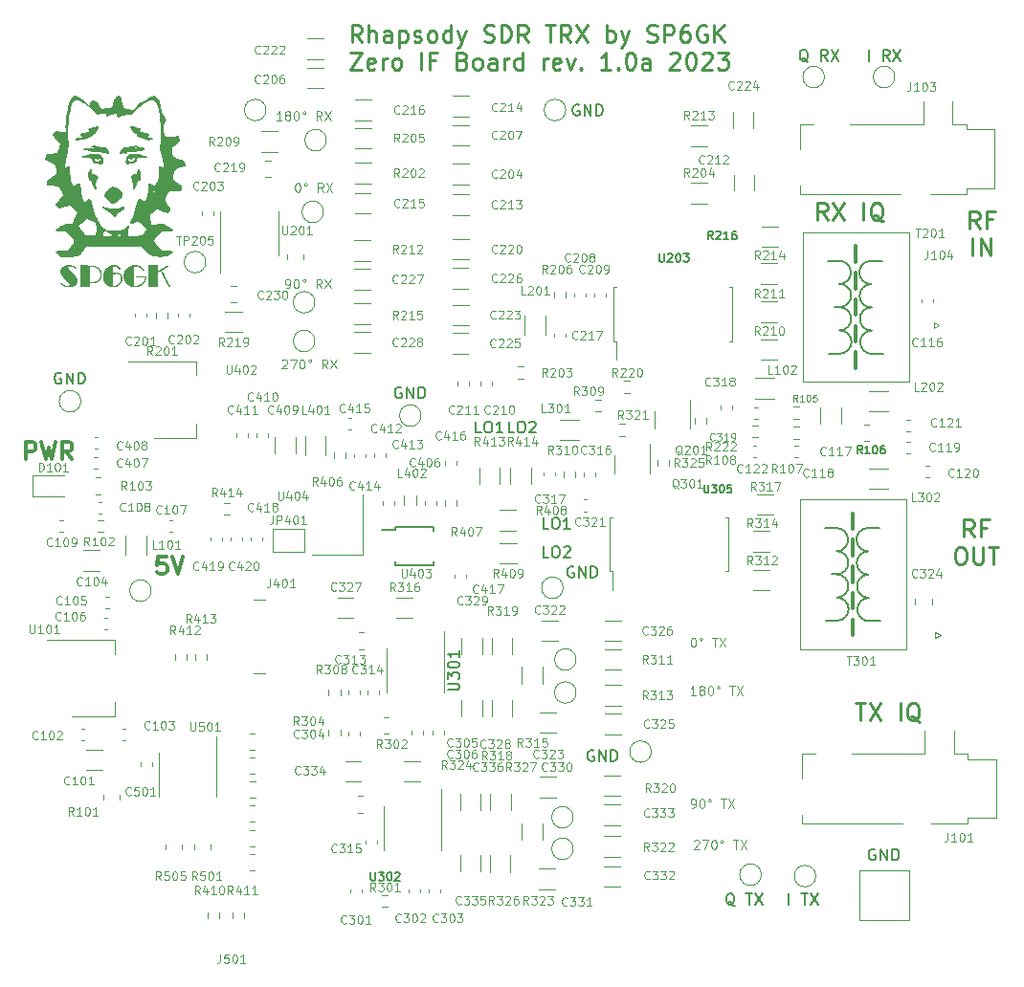
<source format=gbr>
%TF.GenerationSoftware,KiCad,Pcbnew,7.0.8*%
%TF.CreationDate,2023-11-11T12:02:15+01:00*%
%TF.ProjectId,Rhapsody_IQ,52686170-736f-4647-995f-49512e6b6963,rev?*%
%TF.SameCoordinates,Original*%
%TF.FileFunction,Legend,Top*%
%TF.FilePolarity,Positive*%
%FSLAX46Y46*%
G04 Gerber Fmt 4.6, Leading zero omitted, Abs format (unit mm)*
G04 Created by KiCad (PCBNEW 7.0.8) date 2023-11-11 12:02:15*
%MOMM*%
%LPD*%
G01*
G04 APERTURE LIST*
%ADD10C,0.120000*%
%ADD11C,0.150000*%
%ADD12C,0.300000*%
%ADD13C,0.250000*%
%ADD14C,0.200000*%
G04 APERTURE END LIST*
D10*
X127053470Y-39011855D02*
X126596327Y-39011855D01*
X126824899Y-39011855D02*
X126824899Y-38211855D01*
X126824899Y-38211855D02*
X126748708Y-38326140D01*
X126748708Y-38326140D02*
X126672518Y-38402331D01*
X126672518Y-38402331D02*
X126596327Y-38440426D01*
X127510613Y-38554712D02*
X127434423Y-38516617D01*
X127434423Y-38516617D02*
X127396328Y-38478521D01*
X127396328Y-38478521D02*
X127358232Y-38402331D01*
X127358232Y-38402331D02*
X127358232Y-38364236D01*
X127358232Y-38364236D02*
X127396328Y-38288045D01*
X127396328Y-38288045D02*
X127434423Y-38249950D01*
X127434423Y-38249950D02*
X127510613Y-38211855D01*
X127510613Y-38211855D02*
X127662994Y-38211855D01*
X127662994Y-38211855D02*
X127739185Y-38249950D01*
X127739185Y-38249950D02*
X127777280Y-38288045D01*
X127777280Y-38288045D02*
X127815375Y-38364236D01*
X127815375Y-38364236D02*
X127815375Y-38402331D01*
X127815375Y-38402331D02*
X127777280Y-38478521D01*
X127777280Y-38478521D02*
X127739185Y-38516617D01*
X127739185Y-38516617D02*
X127662994Y-38554712D01*
X127662994Y-38554712D02*
X127510613Y-38554712D01*
X127510613Y-38554712D02*
X127434423Y-38592807D01*
X127434423Y-38592807D02*
X127396328Y-38630902D01*
X127396328Y-38630902D02*
X127358232Y-38707093D01*
X127358232Y-38707093D02*
X127358232Y-38859474D01*
X127358232Y-38859474D02*
X127396328Y-38935664D01*
X127396328Y-38935664D02*
X127434423Y-38973760D01*
X127434423Y-38973760D02*
X127510613Y-39011855D01*
X127510613Y-39011855D02*
X127662994Y-39011855D01*
X127662994Y-39011855D02*
X127739185Y-38973760D01*
X127739185Y-38973760D02*
X127777280Y-38935664D01*
X127777280Y-38935664D02*
X127815375Y-38859474D01*
X127815375Y-38859474D02*
X127815375Y-38707093D01*
X127815375Y-38707093D02*
X127777280Y-38630902D01*
X127777280Y-38630902D02*
X127739185Y-38592807D01*
X127739185Y-38592807D02*
X127662994Y-38554712D01*
X128310614Y-38211855D02*
X128386804Y-38211855D01*
X128386804Y-38211855D02*
X128462995Y-38249950D01*
X128462995Y-38249950D02*
X128501090Y-38288045D01*
X128501090Y-38288045D02*
X128539185Y-38364236D01*
X128539185Y-38364236D02*
X128577280Y-38516617D01*
X128577280Y-38516617D02*
X128577280Y-38707093D01*
X128577280Y-38707093D02*
X128539185Y-38859474D01*
X128539185Y-38859474D02*
X128501090Y-38935664D01*
X128501090Y-38935664D02*
X128462995Y-38973760D01*
X128462995Y-38973760D02*
X128386804Y-39011855D01*
X128386804Y-39011855D02*
X128310614Y-39011855D01*
X128310614Y-39011855D02*
X128234423Y-38973760D01*
X128234423Y-38973760D02*
X128196328Y-38935664D01*
X128196328Y-38935664D02*
X128158233Y-38859474D01*
X128158233Y-38859474D02*
X128120137Y-38707093D01*
X128120137Y-38707093D02*
X128120137Y-38516617D01*
X128120137Y-38516617D02*
X128158233Y-38364236D01*
X128158233Y-38364236D02*
X128196328Y-38288045D01*
X128196328Y-38288045D02*
X128234423Y-38249950D01*
X128234423Y-38249950D02*
X128310614Y-38211855D01*
X129034423Y-38211855D02*
X128958233Y-38249950D01*
X128958233Y-38249950D02*
X128920138Y-38326140D01*
X128920138Y-38326140D02*
X128958233Y-38402331D01*
X128958233Y-38402331D02*
X129034423Y-38440426D01*
X129034423Y-38440426D02*
X129110614Y-38402331D01*
X129110614Y-38402331D02*
X129148709Y-38326140D01*
X129148709Y-38326140D02*
X129110614Y-38249950D01*
X129110614Y-38249950D02*
X129034423Y-38211855D01*
X130596329Y-39011855D02*
X130329662Y-38630902D01*
X130139186Y-39011855D02*
X130139186Y-38211855D01*
X130139186Y-38211855D02*
X130443948Y-38211855D01*
X130443948Y-38211855D02*
X130520138Y-38249950D01*
X130520138Y-38249950D02*
X130558233Y-38288045D01*
X130558233Y-38288045D02*
X130596329Y-38364236D01*
X130596329Y-38364236D02*
X130596329Y-38478521D01*
X130596329Y-38478521D02*
X130558233Y-38554712D01*
X130558233Y-38554712D02*
X130520138Y-38592807D01*
X130520138Y-38592807D02*
X130443948Y-38630902D01*
X130443948Y-38630902D02*
X130139186Y-38630902D01*
X130862995Y-38211855D02*
X131396329Y-39011855D01*
X131396329Y-38211855D02*
X130862995Y-39011855D01*
D11*
X153362188Y-37652438D02*
X153266950Y-37604819D01*
X153266950Y-37604819D02*
X153124093Y-37604819D01*
X153124093Y-37604819D02*
X152981236Y-37652438D01*
X152981236Y-37652438D02*
X152885998Y-37747676D01*
X152885998Y-37747676D02*
X152838379Y-37842914D01*
X152838379Y-37842914D02*
X152790760Y-38033390D01*
X152790760Y-38033390D02*
X152790760Y-38176247D01*
X152790760Y-38176247D02*
X152838379Y-38366723D01*
X152838379Y-38366723D02*
X152885998Y-38461961D01*
X152885998Y-38461961D02*
X152981236Y-38557200D01*
X152981236Y-38557200D02*
X153124093Y-38604819D01*
X153124093Y-38604819D02*
X153219331Y-38604819D01*
X153219331Y-38604819D02*
X153362188Y-38557200D01*
X153362188Y-38557200D02*
X153409807Y-38509580D01*
X153409807Y-38509580D02*
X153409807Y-38176247D01*
X153409807Y-38176247D02*
X153219331Y-38176247D01*
X153838379Y-38604819D02*
X153838379Y-37604819D01*
X153838379Y-37604819D02*
X154409807Y-38604819D01*
X154409807Y-38604819D02*
X154409807Y-37604819D01*
X154885998Y-38604819D02*
X154885998Y-37604819D01*
X154885998Y-37604819D02*
X155124093Y-37604819D01*
X155124093Y-37604819D02*
X155266950Y-37652438D01*
X155266950Y-37652438D02*
X155362188Y-37747676D01*
X155362188Y-37747676D02*
X155409807Y-37842914D01*
X155409807Y-37842914D02*
X155457426Y-38033390D01*
X155457426Y-38033390D02*
X155457426Y-38176247D01*
X155457426Y-38176247D02*
X155409807Y-38366723D01*
X155409807Y-38366723D02*
X155362188Y-38461961D01*
X155362188Y-38461961D02*
X155266950Y-38557200D01*
X155266950Y-38557200D02*
X155124093Y-38604819D01*
X155124093Y-38604819D02*
X154885998Y-38604819D01*
D10*
X163307518Y-99895855D02*
X163459899Y-99895855D01*
X163459899Y-99895855D02*
X163536089Y-99857760D01*
X163536089Y-99857760D02*
X163574185Y-99819664D01*
X163574185Y-99819664D02*
X163650375Y-99705379D01*
X163650375Y-99705379D02*
X163688470Y-99552998D01*
X163688470Y-99552998D02*
X163688470Y-99248236D01*
X163688470Y-99248236D02*
X163650375Y-99172045D01*
X163650375Y-99172045D02*
X163612280Y-99133950D01*
X163612280Y-99133950D02*
X163536089Y-99095855D01*
X163536089Y-99095855D02*
X163383708Y-99095855D01*
X163383708Y-99095855D02*
X163307518Y-99133950D01*
X163307518Y-99133950D02*
X163269423Y-99172045D01*
X163269423Y-99172045D02*
X163231327Y-99248236D01*
X163231327Y-99248236D02*
X163231327Y-99438712D01*
X163231327Y-99438712D02*
X163269423Y-99514902D01*
X163269423Y-99514902D02*
X163307518Y-99552998D01*
X163307518Y-99552998D02*
X163383708Y-99591093D01*
X163383708Y-99591093D02*
X163536089Y-99591093D01*
X163536089Y-99591093D02*
X163612280Y-99552998D01*
X163612280Y-99552998D02*
X163650375Y-99514902D01*
X163650375Y-99514902D02*
X163688470Y-99438712D01*
X164183709Y-99095855D02*
X164259899Y-99095855D01*
X164259899Y-99095855D02*
X164336090Y-99133950D01*
X164336090Y-99133950D02*
X164374185Y-99172045D01*
X164374185Y-99172045D02*
X164412280Y-99248236D01*
X164412280Y-99248236D02*
X164450375Y-99400617D01*
X164450375Y-99400617D02*
X164450375Y-99591093D01*
X164450375Y-99591093D02*
X164412280Y-99743474D01*
X164412280Y-99743474D02*
X164374185Y-99819664D01*
X164374185Y-99819664D02*
X164336090Y-99857760D01*
X164336090Y-99857760D02*
X164259899Y-99895855D01*
X164259899Y-99895855D02*
X164183709Y-99895855D01*
X164183709Y-99895855D02*
X164107518Y-99857760D01*
X164107518Y-99857760D02*
X164069423Y-99819664D01*
X164069423Y-99819664D02*
X164031328Y-99743474D01*
X164031328Y-99743474D02*
X163993232Y-99591093D01*
X163993232Y-99591093D02*
X163993232Y-99400617D01*
X163993232Y-99400617D02*
X164031328Y-99248236D01*
X164031328Y-99248236D02*
X164069423Y-99172045D01*
X164069423Y-99172045D02*
X164107518Y-99133950D01*
X164107518Y-99133950D02*
X164183709Y-99095855D01*
X164907518Y-99095855D02*
X164831328Y-99133950D01*
X164831328Y-99133950D02*
X164793233Y-99210140D01*
X164793233Y-99210140D02*
X164831328Y-99286331D01*
X164831328Y-99286331D02*
X164907518Y-99324426D01*
X164907518Y-99324426D02*
X164983709Y-99286331D01*
X164983709Y-99286331D02*
X165021804Y-99210140D01*
X165021804Y-99210140D02*
X164983709Y-99133950D01*
X164983709Y-99133950D02*
X164907518Y-99095855D01*
X165897995Y-99095855D02*
X166355138Y-99095855D01*
X166126566Y-99895855D02*
X166126566Y-99095855D01*
X166545614Y-99095855D02*
X167078948Y-99895855D01*
X167078948Y-99095855D02*
X166545614Y-99895855D01*
D11*
X173621845Y-33848657D02*
X173526607Y-33801038D01*
X173526607Y-33801038D02*
X173431369Y-33705800D01*
X173431369Y-33705800D02*
X173288512Y-33562942D01*
X173288512Y-33562942D02*
X173193274Y-33515323D01*
X173193274Y-33515323D02*
X173098036Y-33515323D01*
X173145655Y-33753419D02*
X173050417Y-33705800D01*
X173050417Y-33705800D02*
X172955179Y-33610561D01*
X172955179Y-33610561D02*
X172907560Y-33420085D01*
X172907560Y-33420085D02*
X172907560Y-33086752D01*
X172907560Y-33086752D02*
X172955179Y-32896276D01*
X172955179Y-32896276D02*
X173050417Y-32801038D01*
X173050417Y-32801038D02*
X173145655Y-32753419D01*
X173145655Y-32753419D02*
X173336131Y-32753419D01*
X173336131Y-32753419D02*
X173431369Y-32801038D01*
X173431369Y-32801038D02*
X173526607Y-32896276D01*
X173526607Y-32896276D02*
X173574226Y-33086752D01*
X173574226Y-33086752D02*
X173574226Y-33420085D01*
X173574226Y-33420085D02*
X173526607Y-33610561D01*
X173526607Y-33610561D02*
X173431369Y-33705800D01*
X173431369Y-33705800D02*
X173336131Y-33753419D01*
X173336131Y-33753419D02*
X173145655Y-33753419D01*
X175336131Y-33753419D02*
X175002798Y-33277228D01*
X174764703Y-33753419D02*
X174764703Y-32753419D01*
X174764703Y-32753419D02*
X175145655Y-32753419D01*
X175145655Y-32753419D02*
X175240893Y-32801038D01*
X175240893Y-32801038D02*
X175288512Y-32848657D01*
X175288512Y-32848657D02*
X175336131Y-32943895D01*
X175336131Y-32943895D02*
X175336131Y-33086752D01*
X175336131Y-33086752D02*
X175288512Y-33181990D01*
X175288512Y-33181990D02*
X175240893Y-33229609D01*
X175240893Y-33229609D02*
X175145655Y-33277228D01*
X175145655Y-33277228D02*
X174764703Y-33277228D01*
X175669465Y-32753419D02*
X176336131Y-33753419D01*
X176336131Y-32753419D02*
X175669465Y-33753419D01*
D10*
X163688470Y-89895855D02*
X163231327Y-89895855D01*
X163459899Y-89895855D02*
X163459899Y-89095855D01*
X163459899Y-89095855D02*
X163383708Y-89210140D01*
X163383708Y-89210140D02*
X163307518Y-89286331D01*
X163307518Y-89286331D02*
X163231327Y-89324426D01*
X164145613Y-89438712D02*
X164069423Y-89400617D01*
X164069423Y-89400617D02*
X164031328Y-89362521D01*
X164031328Y-89362521D02*
X163993232Y-89286331D01*
X163993232Y-89286331D02*
X163993232Y-89248236D01*
X163993232Y-89248236D02*
X164031328Y-89172045D01*
X164031328Y-89172045D02*
X164069423Y-89133950D01*
X164069423Y-89133950D02*
X164145613Y-89095855D01*
X164145613Y-89095855D02*
X164297994Y-89095855D01*
X164297994Y-89095855D02*
X164374185Y-89133950D01*
X164374185Y-89133950D02*
X164412280Y-89172045D01*
X164412280Y-89172045D02*
X164450375Y-89248236D01*
X164450375Y-89248236D02*
X164450375Y-89286331D01*
X164450375Y-89286331D02*
X164412280Y-89362521D01*
X164412280Y-89362521D02*
X164374185Y-89400617D01*
X164374185Y-89400617D02*
X164297994Y-89438712D01*
X164297994Y-89438712D02*
X164145613Y-89438712D01*
X164145613Y-89438712D02*
X164069423Y-89476807D01*
X164069423Y-89476807D02*
X164031328Y-89514902D01*
X164031328Y-89514902D02*
X163993232Y-89591093D01*
X163993232Y-89591093D02*
X163993232Y-89743474D01*
X163993232Y-89743474D02*
X164031328Y-89819664D01*
X164031328Y-89819664D02*
X164069423Y-89857760D01*
X164069423Y-89857760D02*
X164145613Y-89895855D01*
X164145613Y-89895855D02*
X164297994Y-89895855D01*
X164297994Y-89895855D02*
X164374185Y-89857760D01*
X164374185Y-89857760D02*
X164412280Y-89819664D01*
X164412280Y-89819664D02*
X164450375Y-89743474D01*
X164450375Y-89743474D02*
X164450375Y-89591093D01*
X164450375Y-89591093D02*
X164412280Y-89514902D01*
X164412280Y-89514902D02*
X164374185Y-89476807D01*
X164374185Y-89476807D02*
X164297994Y-89438712D01*
X164945614Y-89095855D02*
X165021804Y-89095855D01*
X165021804Y-89095855D02*
X165097995Y-89133950D01*
X165097995Y-89133950D02*
X165136090Y-89172045D01*
X165136090Y-89172045D02*
X165174185Y-89248236D01*
X165174185Y-89248236D02*
X165212280Y-89400617D01*
X165212280Y-89400617D02*
X165212280Y-89591093D01*
X165212280Y-89591093D02*
X165174185Y-89743474D01*
X165174185Y-89743474D02*
X165136090Y-89819664D01*
X165136090Y-89819664D02*
X165097995Y-89857760D01*
X165097995Y-89857760D02*
X165021804Y-89895855D01*
X165021804Y-89895855D02*
X164945614Y-89895855D01*
X164945614Y-89895855D02*
X164869423Y-89857760D01*
X164869423Y-89857760D02*
X164831328Y-89819664D01*
X164831328Y-89819664D02*
X164793233Y-89743474D01*
X164793233Y-89743474D02*
X164755137Y-89591093D01*
X164755137Y-89591093D02*
X164755137Y-89400617D01*
X164755137Y-89400617D02*
X164793233Y-89248236D01*
X164793233Y-89248236D02*
X164831328Y-89172045D01*
X164831328Y-89172045D02*
X164869423Y-89133950D01*
X164869423Y-89133950D02*
X164945614Y-89095855D01*
X165669423Y-89095855D02*
X165593233Y-89133950D01*
X165593233Y-89133950D02*
X165555138Y-89210140D01*
X165555138Y-89210140D02*
X165593233Y-89286331D01*
X165593233Y-89286331D02*
X165669423Y-89324426D01*
X165669423Y-89324426D02*
X165745614Y-89286331D01*
X165745614Y-89286331D02*
X165783709Y-89210140D01*
X165783709Y-89210140D02*
X165745614Y-89133950D01*
X165745614Y-89133950D02*
X165669423Y-89095855D01*
X166659900Y-89095855D02*
X167117043Y-89095855D01*
X166888471Y-89895855D02*
X166888471Y-89095855D01*
X167307519Y-89095855D02*
X167840853Y-89895855D01*
X167840853Y-89095855D02*
X167307519Y-89895855D01*
X163421804Y-84820855D02*
X163497994Y-84820855D01*
X163497994Y-84820855D02*
X163574185Y-84858950D01*
X163574185Y-84858950D02*
X163612280Y-84897045D01*
X163612280Y-84897045D02*
X163650375Y-84973236D01*
X163650375Y-84973236D02*
X163688470Y-85125617D01*
X163688470Y-85125617D02*
X163688470Y-85316093D01*
X163688470Y-85316093D02*
X163650375Y-85468474D01*
X163650375Y-85468474D02*
X163612280Y-85544664D01*
X163612280Y-85544664D02*
X163574185Y-85582760D01*
X163574185Y-85582760D02*
X163497994Y-85620855D01*
X163497994Y-85620855D02*
X163421804Y-85620855D01*
X163421804Y-85620855D02*
X163345613Y-85582760D01*
X163345613Y-85582760D02*
X163307518Y-85544664D01*
X163307518Y-85544664D02*
X163269423Y-85468474D01*
X163269423Y-85468474D02*
X163231327Y-85316093D01*
X163231327Y-85316093D02*
X163231327Y-85125617D01*
X163231327Y-85125617D02*
X163269423Y-84973236D01*
X163269423Y-84973236D02*
X163307518Y-84897045D01*
X163307518Y-84897045D02*
X163345613Y-84858950D01*
X163345613Y-84858950D02*
X163421804Y-84820855D01*
X164145613Y-84820855D02*
X164069423Y-84858950D01*
X164069423Y-84858950D02*
X164031328Y-84935140D01*
X164031328Y-84935140D02*
X164069423Y-85011331D01*
X164069423Y-85011331D02*
X164145613Y-85049426D01*
X164145613Y-85049426D02*
X164221804Y-85011331D01*
X164221804Y-85011331D02*
X164259899Y-84935140D01*
X164259899Y-84935140D02*
X164221804Y-84858950D01*
X164221804Y-84858950D02*
X164145613Y-84820855D01*
X165136090Y-84820855D02*
X165593233Y-84820855D01*
X165364661Y-85620855D02*
X165364661Y-84820855D01*
X165783709Y-84820855D02*
X166317043Y-85620855D01*
X166317043Y-84820855D02*
X165783709Y-85620855D01*
X163553327Y-102804045D02*
X163591423Y-102765950D01*
X163591423Y-102765950D02*
X163667613Y-102727855D01*
X163667613Y-102727855D02*
X163858089Y-102727855D01*
X163858089Y-102727855D02*
X163934280Y-102765950D01*
X163934280Y-102765950D02*
X163972375Y-102804045D01*
X163972375Y-102804045D02*
X164010470Y-102880236D01*
X164010470Y-102880236D02*
X164010470Y-102956426D01*
X164010470Y-102956426D02*
X163972375Y-103070712D01*
X163972375Y-103070712D02*
X163515232Y-103527855D01*
X163515232Y-103527855D02*
X164010470Y-103527855D01*
X164277137Y-102727855D02*
X164810471Y-102727855D01*
X164810471Y-102727855D02*
X164467613Y-103527855D01*
X165267614Y-102727855D02*
X165343804Y-102727855D01*
X165343804Y-102727855D02*
X165419995Y-102765950D01*
X165419995Y-102765950D02*
X165458090Y-102804045D01*
X165458090Y-102804045D02*
X165496185Y-102880236D01*
X165496185Y-102880236D02*
X165534280Y-103032617D01*
X165534280Y-103032617D02*
X165534280Y-103223093D01*
X165534280Y-103223093D02*
X165496185Y-103375474D01*
X165496185Y-103375474D02*
X165458090Y-103451664D01*
X165458090Y-103451664D02*
X165419995Y-103489760D01*
X165419995Y-103489760D02*
X165343804Y-103527855D01*
X165343804Y-103527855D02*
X165267614Y-103527855D01*
X165267614Y-103527855D02*
X165191423Y-103489760D01*
X165191423Y-103489760D02*
X165153328Y-103451664D01*
X165153328Y-103451664D02*
X165115233Y-103375474D01*
X165115233Y-103375474D02*
X165077137Y-103223093D01*
X165077137Y-103223093D02*
X165077137Y-103032617D01*
X165077137Y-103032617D02*
X165115233Y-102880236D01*
X165115233Y-102880236D02*
X165153328Y-102804045D01*
X165153328Y-102804045D02*
X165191423Y-102765950D01*
X165191423Y-102765950D02*
X165267614Y-102727855D01*
X165991423Y-102727855D02*
X165915233Y-102765950D01*
X165915233Y-102765950D02*
X165877138Y-102842140D01*
X165877138Y-102842140D02*
X165915233Y-102918331D01*
X165915233Y-102918331D02*
X165991423Y-102956426D01*
X165991423Y-102956426D02*
X166067614Y-102918331D01*
X166067614Y-102918331D02*
X166105709Y-102842140D01*
X166105709Y-102842140D02*
X166067614Y-102765950D01*
X166067614Y-102765950D02*
X165991423Y-102727855D01*
X166981900Y-102727855D02*
X167439043Y-102727855D01*
X167210471Y-103527855D02*
X167210471Y-102727855D01*
X167629519Y-102727855D02*
X168162853Y-103527855D01*
X168162853Y-102727855D02*
X167629519Y-103527855D01*
X127434518Y-53870855D02*
X127586899Y-53870855D01*
X127586899Y-53870855D02*
X127663089Y-53832760D01*
X127663089Y-53832760D02*
X127701185Y-53794664D01*
X127701185Y-53794664D02*
X127777375Y-53680379D01*
X127777375Y-53680379D02*
X127815470Y-53527998D01*
X127815470Y-53527998D02*
X127815470Y-53223236D01*
X127815470Y-53223236D02*
X127777375Y-53147045D01*
X127777375Y-53147045D02*
X127739280Y-53108950D01*
X127739280Y-53108950D02*
X127663089Y-53070855D01*
X127663089Y-53070855D02*
X127510708Y-53070855D01*
X127510708Y-53070855D02*
X127434518Y-53108950D01*
X127434518Y-53108950D02*
X127396423Y-53147045D01*
X127396423Y-53147045D02*
X127358327Y-53223236D01*
X127358327Y-53223236D02*
X127358327Y-53413712D01*
X127358327Y-53413712D02*
X127396423Y-53489902D01*
X127396423Y-53489902D02*
X127434518Y-53527998D01*
X127434518Y-53527998D02*
X127510708Y-53566093D01*
X127510708Y-53566093D02*
X127663089Y-53566093D01*
X127663089Y-53566093D02*
X127739280Y-53527998D01*
X127739280Y-53527998D02*
X127777375Y-53489902D01*
X127777375Y-53489902D02*
X127815470Y-53413712D01*
X128310709Y-53070855D02*
X128386899Y-53070855D01*
X128386899Y-53070855D02*
X128463090Y-53108950D01*
X128463090Y-53108950D02*
X128501185Y-53147045D01*
X128501185Y-53147045D02*
X128539280Y-53223236D01*
X128539280Y-53223236D02*
X128577375Y-53375617D01*
X128577375Y-53375617D02*
X128577375Y-53566093D01*
X128577375Y-53566093D02*
X128539280Y-53718474D01*
X128539280Y-53718474D02*
X128501185Y-53794664D01*
X128501185Y-53794664D02*
X128463090Y-53832760D01*
X128463090Y-53832760D02*
X128386899Y-53870855D01*
X128386899Y-53870855D02*
X128310709Y-53870855D01*
X128310709Y-53870855D02*
X128234518Y-53832760D01*
X128234518Y-53832760D02*
X128196423Y-53794664D01*
X128196423Y-53794664D02*
X128158328Y-53718474D01*
X128158328Y-53718474D02*
X128120232Y-53566093D01*
X128120232Y-53566093D02*
X128120232Y-53375617D01*
X128120232Y-53375617D02*
X128158328Y-53223236D01*
X128158328Y-53223236D02*
X128196423Y-53147045D01*
X128196423Y-53147045D02*
X128234518Y-53108950D01*
X128234518Y-53108950D02*
X128310709Y-53070855D01*
X129034518Y-53070855D02*
X128958328Y-53108950D01*
X128958328Y-53108950D02*
X128920233Y-53185140D01*
X128920233Y-53185140D02*
X128958328Y-53261331D01*
X128958328Y-53261331D02*
X129034518Y-53299426D01*
X129034518Y-53299426D02*
X129110709Y-53261331D01*
X129110709Y-53261331D02*
X129148804Y-53185140D01*
X129148804Y-53185140D02*
X129110709Y-53108950D01*
X129110709Y-53108950D02*
X129034518Y-53070855D01*
X130596424Y-53870855D02*
X130329757Y-53489902D01*
X130139281Y-53870855D02*
X130139281Y-53070855D01*
X130139281Y-53070855D02*
X130444043Y-53070855D01*
X130444043Y-53070855D02*
X130520233Y-53108950D01*
X130520233Y-53108950D02*
X130558328Y-53147045D01*
X130558328Y-53147045D02*
X130596424Y-53223236D01*
X130596424Y-53223236D02*
X130596424Y-53337521D01*
X130596424Y-53337521D02*
X130558328Y-53413712D01*
X130558328Y-53413712D02*
X130520233Y-53451807D01*
X130520233Y-53451807D02*
X130444043Y-53489902D01*
X130444043Y-53489902D02*
X130139281Y-53489902D01*
X130863090Y-53070855D02*
X131396424Y-53870855D01*
X131396424Y-53070855D02*
X130863090Y-53870855D01*
D12*
X104440510Y-69015828D02*
X104440510Y-67515828D01*
X104440510Y-67515828D02*
X105011939Y-67515828D01*
X105011939Y-67515828D02*
X105154796Y-67587257D01*
X105154796Y-67587257D02*
X105226225Y-67658685D01*
X105226225Y-67658685D02*
X105297653Y-67801542D01*
X105297653Y-67801542D02*
X105297653Y-68015828D01*
X105297653Y-68015828D02*
X105226225Y-68158685D01*
X105226225Y-68158685D02*
X105154796Y-68230114D01*
X105154796Y-68230114D02*
X105011939Y-68301542D01*
X105011939Y-68301542D02*
X104440510Y-68301542D01*
X105797653Y-67515828D02*
X106154796Y-69015828D01*
X106154796Y-69015828D02*
X106440510Y-67944400D01*
X106440510Y-67944400D02*
X106726225Y-69015828D01*
X106726225Y-69015828D02*
X107083368Y-67515828D01*
X108511939Y-69015828D02*
X108011939Y-68301542D01*
X107654796Y-69015828D02*
X107654796Y-67515828D01*
X107654796Y-67515828D02*
X108226225Y-67515828D01*
X108226225Y-67515828D02*
X108369082Y-67587257D01*
X108369082Y-67587257D02*
X108440511Y-67658685D01*
X108440511Y-67658685D02*
X108511939Y-67801542D01*
X108511939Y-67801542D02*
X108511939Y-68015828D01*
X108511939Y-68015828D02*
X108440511Y-68158685D01*
X108440511Y-68158685D02*
X108369082Y-68230114D01*
X108369082Y-68230114D02*
X108226225Y-68301542D01*
X108226225Y-68301542D02*
X107654796Y-68301542D01*
D11*
X137639588Y-62671438D02*
X137544350Y-62623819D01*
X137544350Y-62623819D02*
X137401493Y-62623819D01*
X137401493Y-62623819D02*
X137258636Y-62671438D01*
X137258636Y-62671438D02*
X137163398Y-62766676D01*
X137163398Y-62766676D02*
X137115779Y-62861914D01*
X137115779Y-62861914D02*
X137068160Y-63052390D01*
X137068160Y-63052390D02*
X137068160Y-63195247D01*
X137068160Y-63195247D02*
X137115779Y-63385723D01*
X137115779Y-63385723D02*
X137163398Y-63480961D01*
X137163398Y-63480961D02*
X137258636Y-63576200D01*
X137258636Y-63576200D02*
X137401493Y-63623819D01*
X137401493Y-63623819D02*
X137496731Y-63623819D01*
X137496731Y-63623819D02*
X137639588Y-63576200D01*
X137639588Y-63576200D02*
X137687207Y-63528580D01*
X137687207Y-63528580D02*
X137687207Y-63195247D01*
X137687207Y-63195247D02*
X137496731Y-63195247D01*
X138115779Y-63623819D02*
X138115779Y-62623819D01*
X138115779Y-62623819D02*
X138687207Y-63623819D01*
X138687207Y-63623819D02*
X138687207Y-62623819D01*
X139163398Y-63623819D02*
X139163398Y-62623819D01*
X139163398Y-62623819D02*
X139401493Y-62623819D01*
X139401493Y-62623819D02*
X139544350Y-62671438D01*
X139544350Y-62671438D02*
X139639588Y-62766676D01*
X139639588Y-62766676D02*
X139687207Y-62861914D01*
X139687207Y-62861914D02*
X139734826Y-63052390D01*
X139734826Y-63052390D02*
X139734826Y-63195247D01*
X139734826Y-63195247D02*
X139687207Y-63385723D01*
X139687207Y-63385723D02*
X139639588Y-63480961D01*
X139639588Y-63480961D02*
X139544350Y-63576200D01*
X139544350Y-63576200D02*
X139401493Y-63623819D01*
X139401493Y-63623819D02*
X139163398Y-63623819D01*
D12*
X116838796Y-77675828D02*
X116124510Y-77675828D01*
X116124510Y-77675828D02*
X116053082Y-78390114D01*
X116053082Y-78390114D02*
X116124510Y-78318685D01*
X116124510Y-78318685D02*
X116267368Y-78247257D01*
X116267368Y-78247257D02*
X116624510Y-78247257D01*
X116624510Y-78247257D02*
X116767368Y-78318685D01*
X116767368Y-78318685D02*
X116838796Y-78390114D01*
X116838796Y-78390114D02*
X116910225Y-78532971D01*
X116910225Y-78532971D02*
X116910225Y-78890114D01*
X116910225Y-78890114D02*
X116838796Y-79032971D01*
X116838796Y-79032971D02*
X116767368Y-79104400D01*
X116767368Y-79104400D02*
X116624510Y-79175828D01*
X116624510Y-79175828D02*
X116267368Y-79175828D01*
X116267368Y-79175828D02*
X116124510Y-79104400D01*
X116124510Y-79104400D02*
X116053082Y-79032971D01*
X117338796Y-77675828D02*
X117838796Y-79175828D01*
X117838796Y-79175828D02*
X118338796Y-77675828D01*
D11*
X107540588Y-61401438D02*
X107445350Y-61353819D01*
X107445350Y-61353819D02*
X107302493Y-61353819D01*
X107302493Y-61353819D02*
X107159636Y-61401438D01*
X107159636Y-61401438D02*
X107064398Y-61496676D01*
X107064398Y-61496676D02*
X107016779Y-61591914D01*
X107016779Y-61591914D02*
X106969160Y-61782390D01*
X106969160Y-61782390D02*
X106969160Y-61925247D01*
X106969160Y-61925247D02*
X107016779Y-62115723D01*
X107016779Y-62115723D02*
X107064398Y-62210961D01*
X107064398Y-62210961D02*
X107159636Y-62306200D01*
X107159636Y-62306200D02*
X107302493Y-62353819D01*
X107302493Y-62353819D02*
X107397731Y-62353819D01*
X107397731Y-62353819D02*
X107540588Y-62306200D01*
X107540588Y-62306200D02*
X107588207Y-62258580D01*
X107588207Y-62258580D02*
X107588207Y-61925247D01*
X107588207Y-61925247D02*
X107397731Y-61925247D01*
X108016779Y-62353819D02*
X108016779Y-61353819D01*
X108016779Y-61353819D02*
X108588207Y-62353819D01*
X108588207Y-62353819D02*
X108588207Y-61353819D01*
X109064398Y-62353819D02*
X109064398Y-61353819D01*
X109064398Y-61353819D02*
X109302493Y-61353819D01*
X109302493Y-61353819D02*
X109445350Y-61401438D01*
X109445350Y-61401438D02*
X109540588Y-61496676D01*
X109540588Y-61496676D02*
X109588207Y-61591914D01*
X109588207Y-61591914D02*
X109635826Y-61782390D01*
X109635826Y-61782390D02*
X109635826Y-61925247D01*
X109635826Y-61925247D02*
X109588207Y-62115723D01*
X109588207Y-62115723D02*
X109540588Y-62210961D01*
X109540588Y-62210961D02*
X109445350Y-62306200D01*
X109445350Y-62306200D02*
X109302493Y-62353819D01*
X109302493Y-62353819D02*
X109064398Y-62353819D01*
D13*
X175327714Y-47809428D02*
X174827714Y-47095142D01*
X174470571Y-47809428D02*
X174470571Y-46309428D01*
X174470571Y-46309428D02*
X175042000Y-46309428D01*
X175042000Y-46309428D02*
X175184857Y-46380857D01*
X175184857Y-46380857D02*
X175256286Y-46452285D01*
X175256286Y-46452285D02*
X175327714Y-46595142D01*
X175327714Y-46595142D02*
X175327714Y-46809428D01*
X175327714Y-46809428D02*
X175256286Y-46952285D01*
X175256286Y-46952285D02*
X175184857Y-47023714D01*
X175184857Y-47023714D02*
X175042000Y-47095142D01*
X175042000Y-47095142D02*
X174470571Y-47095142D01*
X175827714Y-46309428D02*
X176827714Y-47809428D01*
X176827714Y-46309428D02*
X175827714Y-47809428D01*
X178541999Y-47809428D02*
X178541999Y-46309428D01*
X180256285Y-47952285D02*
X180113428Y-47880857D01*
X180113428Y-47880857D02*
X179970571Y-47738000D01*
X179970571Y-47738000D02*
X179756285Y-47523714D01*
X179756285Y-47523714D02*
X179613428Y-47452285D01*
X179613428Y-47452285D02*
X179470571Y-47452285D01*
X179542000Y-47809428D02*
X179399143Y-47738000D01*
X179399143Y-47738000D02*
X179256285Y-47595142D01*
X179256285Y-47595142D02*
X179184857Y-47309428D01*
X179184857Y-47309428D02*
X179184857Y-46809428D01*
X179184857Y-46809428D02*
X179256285Y-46523714D01*
X179256285Y-46523714D02*
X179399143Y-46380857D01*
X179399143Y-46380857D02*
X179542000Y-46309428D01*
X179542000Y-46309428D02*
X179827714Y-46309428D01*
X179827714Y-46309428D02*
X179970571Y-46380857D01*
X179970571Y-46380857D02*
X180113428Y-46523714D01*
X180113428Y-46523714D02*
X180184857Y-46809428D01*
X180184857Y-46809428D02*
X180184857Y-47309428D01*
X180184857Y-47309428D02*
X180113428Y-47595142D01*
X180113428Y-47595142D02*
X179970571Y-47738000D01*
X179970571Y-47738000D02*
X179827714Y-47809428D01*
X179827714Y-47809428D02*
X179542000Y-47809428D01*
D11*
X154657588Y-94802438D02*
X154562350Y-94754819D01*
X154562350Y-94754819D02*
X154419493Y-94754819D01*
X154419493Y-94754819D02*
X154276636Y-94802438D01*
X154276636Y-94802438D02*
X154181398Y-94897676D01*
X154181398Y-94897676D02*
X154133779Y-94992914D01*
X154133779Y-94992914D02*
X154086160Y-95183390D01*
X154086160Y-95183390D02*
X154086160Y-95326247D01*
X154086160Y-95326247D02*
X154133779Y-95516723D01*
X154133779Y-95516723D02*
X154181398Y-95611961D01*
X154181398Y-95611961D02*
X154276636Y-95707200D01*
X154276636Y-95707200D02*
X154419493Y-95754819D01*
X154419493Y-95754819D02*
X154514731Y-95754819D01*
X154514731Y-95754819D02*
X154657588Y-95707200D01*
X154657588Y-95707200D02*
X154705207Y-95659580D01*
X154705207Y-95659580D02*
X154705207Y-95326247D01*
X154705207Y-95326247D02*
X154514731Y-95326247D01*
X155133779Y-95754819D02*
X155133779Y-94754819D01*
X155133779Y-94754819D02*
X155705207Y-95754819D01*
X155705207Y-95754819D02*
X155705207Y-94754819D01*
X156181398Y-95754819D02*
X156181398Y-94754819D01*
X156181398Y-94754819D02*
X156419493Y-94754819D01*
X156419493Y-94754819D02*
X156562350Y-94802438D01*
X156562350Y-94802438D02*
X156657588Y-94897676D01*
X156657588Y-94897676D02*
X156705207Y-94992914D01*
X156705207Y-94992914D02*
X156752826Y-95183390D01*
X156752826Y-95183390D02*
X156752826Y-95326247D01*
X156752826Y-95326247D02*
X156705207Y-95516723D01*
X156705207Y-95516723D02*
X156657588Y-95611961D01*
X156657588Y-95611961D02*
X156562350Y-95707200D01*
X156562350Y-95707200D02*
X156419493Y-95754819D01*
X156419493Y-95754819D02*
X156181398Y-95754819D01*
X144703969Y-66671819D02*
X144227779Y-66671819D01*
X144227779Y-66671819D02*
X144227779Y-65671819D01*
X145227779Y-65671819D02*
X145418255Y-65671819D01*
X145418255Y-65671819D02*
X145513493Y-65719438D01*
X145513493Y-65719438D02*
X145608731Y-65814676D01*
X145608731Y-65814676D02*
X145656350Y-66005152D01*
X145656350Y-66005152D02*
X145656350Y-66338485D01*
X145656350Y-66338485D02*
X145608731Y-66528961D01*
X145608731Y-66528961D02*
X145513493Y-66624200D01*
X145513493Y-66624200D02*
X145418255Y-66671819D01*
X145418255Y-66671819D02*
X145227779Y-66671819D01*
X145227779Y-66671819D02*
X145132541Y-66624200D01*
X145132541Y-66624200D02*
X145037303Y-66528961D01*
X145037303Y-66528961D02*
X144989684Y-66338485D01*
X144989684Y-66338485D02*
X144989684Y-66005152D01*
X144989684Y-66005152D02*
X145037303Y-65814676D01*
X145037303Y-65814676D02*
X145132541Y-65719438D01*
X145132541Y-65719438D02*
X145227779Y-65671819D01*
X146608731Y-66671819D02*
X146037303Y-66671819D01*
X146323017Y-66671819D02*
X146323017Y-65671819D01*
X146323017Y-65671819D02*
X146227779Y-65814676D01*
X146227779Y-65814676D02*
X146132541Y-65909914D01*
X146132541Y-65909914D02*
X146037303Y-65957533D01*
X167119445Y-108550057D02*
X167024207Y-108502438D01*
X167024207Y-108502438D02*
X166928969Y-108407200D01*
X166928969Y-108407200D02*
X166786112Y-108264342D01*
X166786112Y-108264342D02*
X166690874Y-108216723D01*
X166690874Y-108216723D02*
X166595636Y-108216723D01*
X166643255Y-108454819D02*
X166548017Y-108407200D01*
X166548017Y-108407200D02*
X166452779Y-108311961D01*
X166452779Y-108311961D02*
X166405160Y-108121485D01*
X166405160Y-108121485D02*
X166405160Y-107788152D01*
X166405160Y-107788152D02*
X166452779Y-107597676D01*
X166452779Y-107597676D02*
X166548017Y-107502438D01*
X166548017Y-107502438D02*
X166643255Y-107454819D01*
X166643255Y-107454819D02*
X166833731Y-107454819D01*
X166833731Y-107454819D02*
X166928969Y-107502438D01*
X166928969Y-107502438D02*
X167024207Y-107597676D01*
X167024207Y-107597676D02*
X167071826Y-107788152D01*
X167071826Y-107788152D02*
X167071826Y-108121485D01*
X167071826Y-108121485D02*
X167024207Y-108311961D01*
X167024207Y-108311961D02*
X166928969Y-108407200D01*
X166928969Y-108407200D02*
X166833731Y-108454819D01*
X166833731Y-108454819D02*
X166643255Y-108454819D01*
X168119446Y-107454819D02*
X168690874Y-107454819D01*
X168405160Y-108454819D02*
X168405160Y-107454819D01*
X168928970Y-107454819D02*
X169595636Y-108454819D01*
X169595636Y-107454819D02*
X168928970Y-108454819D01*
X150672969Y-75180819D02*
X150196779Y-75180819D01*
X150196779Y-75180819D02*
X150196779Y-74180819D01*
X151196779Y-74180819D02*
X151387255Y-74180819D01*
X151387255Y-74180819D02*
X151482493Y-74228438D01*
X151482493Y-74228438D02*
X151577731Y-74323676D01*
X151577731Y-74323676D02*
X151625350Y-74514152D01*
X151625350Y-74514152D02*
X151625350Y-74847485D01*
X151625350Y-74847485D02*
X151577731Y-75037961D01*
X151577731Y-75037961D02*
X151482493Y-75133200D01*
X151482493Y-75133200D02*
X151387255Y-75180819D01*
X151387255Y-75180819D02*
X151196779Y-75180819D01*
X151196779Y-75180819D02*
X151101541Y-75133200D01*
X151101541Y-75133200D02*
X151006303Y-75037961D01*
X151006303Y-75037961D02*
X150958684Y-74847485D01*
X150958684Y-74847485D02*
X150958684Y-74514152D01*
X150958684Y-74514152D02*
X151006303Y-74323676D01*
X151006303Y-74323676D02*
X151101541Y-74228438D01*
X151101541Y-74228438D02*
X151196779Y-74180819D01*
X152577731Y-75180819D02*
X152006303Y-75180819D01*
X152292017Y-75180819D02*
X152292017Y-74180819D01*
X152292017Y-74180819D02*
X152196779Y-74323676D01*
X152196779Y-74323676D02*
X152101541Y-74418914D01*
X152101541Y-74418914D02*
X152006303Y-74466533D01*
X150672969Y-77720819D02*
X150196779Y-77720819D01*
X150196779Y-77720819D02*
X150196779Y-76720819D01*
X151196779Y-76720819D02*
X151387255Y-76720819D01*
X151387255Y-76720819D02*
X151482493Y-76768438D01*
X151482493Y-76768438D02*
X151577731Y-76863676D01*
X151577731Y-76863676D02*
X151625350Y-77054152D01*
X151625350Y-77054152D02*
X151625350Y-77387485D01*
X151625350Y-77387485D02*
X151577731Y-77577961D01*
X151577731Y-77577961D02*
X151482493Y-77673200D01*
X151482493Y-77673200D02*
X151387255Y-77720819D01*
X151387255Y-77720819D02*
X151196779Y-77720819D01*
X151196779Y-77720819D02*
X151101541Y-77673200D01*
X151101541Y-77673200D02*
X151006303Y-77577961D01*
X151006303Y-77577961D02*
X150958684Y-77387485D01*
X150958684Y-77387485D02*
X150958684Y-77054152D01*
X150958684Y-77054152D02*
X151006303Y-76863676D01*
X151006303Y-76863676D02*
X151101541Y-76768438D01*
X151101541Y-76768438D02*
X151196779Y-76720819D01*
X152006303Y-76816057D02*
X152053922Y-76768438D01*
X152053922Y-76768438D02*
X152149160Y-76720819D01*
X152149160Y-76720819D02*
X152387255Y-76720819D01*
X152387255Y-76720819D02*
X152482493Y-76768438D01*
X152482493Y-76768438D02*
X152530112Y-76816057D01*
X152530112Y-76816057D02*
X152577731Y-76911295D01*
X152577731Y-76911295D02*
X152577731Y-77006533D01*
X152577731Y-77006533D02*
X152530112Y-77149390D01*
X152530112Y-77149390D02*
X151958684Y-77720819D01*
X151958684Y-77720819D02*
X152577731Y-77720819D01*
D13*
X177853330Y-90632428D02*
X178710473Y-90632428D01*
X178281901Y-92132428D02*
X178281901Y-90632428D01*
X179067615Y-90632428D02*
X180067615Y-92132428D01*
X180067615Y-90632428D02*
X179067615Y-92132428D01*
X181781900Y-92132428D02*
X181781900Y-90632428D01*
X183496186Y-92275285D02*
X183353329Y-92203857D01*
X183353329Y-92203857D02*
X183210472Y-92061000D01*
X183210472Y-92061000D02*
X182996186Y-91846714D01*
X182996186Y-91846714D02*
X182853329Y-91775285D01*
X182853329Y-91775285D02*
X182710472Y-91775285D01*
X182781901Y-92132428D02*
X182639044Y-92061000D01*
X182639044Y-92061000D02*
X182496186Y-91918142D01*
X182496186Y-91918142D02*
X182424758Y-91632428D01*
X182424758Y-91632428D02*
X182424758Y-91132428D01*
X182424758Y-91132428D02*
X182496186Y-90846714D01*
X182496186Y-90846714D02*
X182639044Y-90703857D01*
X182639044Y-90703857D02*
X182781901Y-90632428D01*
X182781901Y-90632428D02*
X183067615Y-90632428D01*
X183067615Y-90632428D02*
X183210472Y-90703857D01*
X183210472Y-90703857D02*
X183353329Y-90846714D01*
X183353329Y-90846714D02*
X183424758Y-91132428D01*
X183424758Y-91132428D02*
X183424758Y-91632428D01*
X183424758Y-91632428D02*
X183353329Y-91918142D01*
X183353329Y-91918142D02*
X183210472Y-92061000D01*
X183210472Y-92061000D02*
X183067615Y-92132428D01*
X183067615Y-92132428D02*
X182781901Y-92132428D01*
X134119158Y-32084828D02*
X133619158Y-31370542D01*
X133262015Y-32084828D02*
X133262015Y-30584828D01*
X133262015Y-30584828D02*
X133833444Y-30584828D01*
X133833444Y-30584828D02*
X133976301Y-30656257D01*
X133976301Y-30656257D02*
X134047730Y-30727685D01*
X134047730Y-30727685D02*
X134119158Y-30870542D01*
X134119158Y-30870542D02*
X134119158Y-31084828D01*
X134119158Y-31084828D02*
X134047730Y-31227685D01*
X134047730Y-31227685D02*
X133976301Y-31299114D01*
X133976301Y-31299114D02*
X133833444Y-31370542D01*
X133833444Y-31370542D02*
X133262015Y-31370542D01*
X134762015Y-32084828D02*
X134762015Y-30584828D01*
X135404873Y-32084828D02*
X135404873Y-31299114D01*
X135404873Y-31299114D02*
X135333444Y-31156257D01*
X135333444Y-31156257D02*
X135190587Y-31084828D01*
X135190587Y-31084828D02*
X134976301Y-31084828D01*
X134976301Y-31084828D02*
X134833444Y-31156257D01*
X134833444Y-31156257D02*
X134762015Y-31227685D01*
X136762016Y-32084828D02*
X136762016Y-31299114D01*
X136762016Y-31299114D02*
X136690587Y-31156257D01*
X136690587Y-31156257D02*
X136547730Y-31084828D01*
X136547730Y-31084828D02*
X136262016Y-31084828D01*
X136262016Y-31084828D02*
X136119158Y-31156257D01*
X136762016Y-32013400D02*
X136619158Y-32084828D01*
X136619158Y-32084828D02*
X136262016Y-32084828D01*
X136262016Y-32084828D02*
X136119158Y-32013400D01*
X136119158Y-32013400D02*
X136047730Y-31870542D01*
X136047730Y-31870542D02*
X136047730Y-31727685D01*
X136047730Y-31727685D02*
X136119158Y-31584828D01*
X136119158Y-31584828D02*
X136262016Y-31513400D01*
X136262016Y-31513400D02*
X136619158Y-31513400D01*
X136619158Y-31513400D02*
X136762016Y-31441971D01*
X137476301Y-31084828D02*
X137476301Y-32584828D01*
X137476301Y-31156257D02*
X137619159Y-31084828D01*
X137619159Y-31084828D02*
X137904873Y-31084828D01*
X137904873Y-31084828D02*
X138047730Y-31156257D01*
X138047730Y-31156257D02*
X138119159Y-31227685D01*
X138119159Y-31227685D02*
X138190587Y-31370542D01*
X138190587Y-31370542D02*
X138190587Y-31799114D01*
X138190587Y-31799114D02*
X138119159Y-31941971D01*
X138119159Y-31941971D02*
X138047730Y-32013400D01*
X138047730Y-32013400D02*
X137904873Y-32084828D01*
X137904873Y-32084828D02*
X137619159Y-32084828D01*
X137619159Y-32084828D02*
X137476301Y-32013400D01*
X138762016Y-32013400D02*
X138904873Y-32084828D01*
X138904873Y-32084828D02*
X139190587Y-32084828D01*
X139190587Y-32084828D02*
X139333444Y-32013400D01*
X139333444Y-32013400D02*
X139404873Y-31870542D01*
X139404873Y-31870542D02*
X139404873Y-31799114D01*
X139404873Y-31799114D02*
X139333444Y-31656257D01*
X139333444Y-31656257D02*
X139190587Y-31584828D01*
X139190587Y-31584828D02*
X138976302Y-31584828D01*
X138976302Y-31584828D02*
X138833444Y-31513400D01*
X138833444Y-31513400D02*
X138762016Y-31370542D01*
X138762016Y-31370542D02*
X138762016Y-31299114D01*
X138762016Y-31299114D02*
X138833444Y-31156257D01*
X138833444Y-31156257D02*
X138976302Y-31084828D01*
X138976302Y-31084828D02*
X139190587Y-31084828D01*
X139190587Y-31084828D02*
X139333444Y-31156257D01*
X140262016Y-32084828D02*
X140119159Y-32013400D01*
X140119159Y-32013400D02*
X140047730Y-31941971D01*
X140047730Y-31941971D02*
X139976302Y-31799114D01*
X139976302Y-31799114D02*
X139976302Y-31370542D01*
X139976302Y-31370542D02*
X140047730Y-31227685D01*
X140047730Y-31227685D02*
X140119159Y-31156257D01*
X140119159Y-31156257D02*
X140262016Y-31084828D01*
X140262016Y-31084828D02*
X140476302Y-31084828D01*
X140476302Y-31084828D02*
X140619159Y-31156257D01*
X140619159Y-31156257D02*
X140690588Y-31227685D01*
X140690588Y-31227685D02*
X140762016Y-31370542D01*
X140762016Y-31370542D02*
X140762016Y-31799114D01*
X140762016Y-31799114D02*
X140690588Y-31941971D01*
X140690588Y-31941971D02*
X140619159Y-32013400D01*
X140619159Y-32013400D02*
X140476302Y-32084828D01*
X140476302Y-32084828D02*
X140262016Y-32084828D01*
X142047731Y-32084828D02*
X142047731Y-30584828D01*
X142047731Y-32013400D02*
X141904873Y-32084828D01*
X141904873Y-32084828D02*
X141619159Y-32084828D01*
X141619159Y-32084828D02*
X141476302Y-32013400D01*
X141476302Y-32013400D02*
X141404873Y-31941971D01*
X141404873Y-31941971D02*
X141333445Y-31799114D01*
X141333445Y-31799114D02*
X141333445Y-31370542D01*
X141333445Y-31370542D02*
X141404873Y-31227685D01*
X141404873Y-31227685D02*
X141476302Y-31156257D01*
X141476302Y-31156257D02*
X141619159Y-31084828D01*
X141619159Y-31084828D02*
X141904873Y-31084828D01*
X141904873Y-31084828D02*
X142047731Y-31156257D01*
X142619159Y-31084828D02*
X142976302Y-32084828D01*
X143333445Y-31084828D02*
X142976302Y-32084828D01*
X142976302Y-32084828D02*
X142833445Y-32441971D01*
X142833445Y-32441971D02*
X142762016Y-32513400D01*
X142762016Y-32513400D02*
X142619159Y-32584828D01*
X144976302Y-32013400D02*
X145190588Y-32084828D01*
X145190588Y-32084828D02*
X145547730Y-32084828D01*
X145547730Y-32084828D02*
X145690588Y-32013400D01*
X145690588Y-32013400D02*
X145762016Y-31941971D01*
X145762016Y-31941971D02*
X145833445Y-31799114D01*
X145833445Y-31799114D02*
X145833445Y-31656257D01*
X145833445Y-31656257D02*
X145762016Y-31513400D01*
X145762016Y-31513400D02*
X145690588Y-31441971D01*
X145690588Y-31441971D02*
X145547730Y-31370542D01*
X145547730Y-31370542D02*
X145262016Y-31299114D01*
X145262016Y-31299114D02*
X145119159Y-31227685D01*
X145119159Y-31227685D02*
X145047730Y-31156257D01*
X145047730Y-31156257D02*
X144976302Y-31013400D01*
X144976302Y-31013400D02*
X144976302Y-30870542D01*
X144976302Y-30870542D02*
X145047730Y-30727685D01*
X145047730Y-30727685D02*
X145119159Y-30656257D01*
X145119159Y-30656257D02*
X145262016Y-30584828D01*
X145262016Y-30584828D02*
X145619159Y-30584828D01*
X145619159Y-30584828D02*
X145833445Y-30656257D01*
X146476301Y-32084828D02*
X146476301Y-30584828D01*
X146476301Y-30584828D02*
X146833444Y-30584828D01*
X146833444Y-30584828D02*
X147047730Y-30656257D01*
X147047730Y-30656257D02*
X147190587Y-30799114D01*
X147190587Y-30799114D02*
X147262016Y-30941971D01*
X147262016Y-30941971D02*
X147333444Y-31227685D01*
X147333444Y-31227685D02*
X147333444Y-31441971D01*
X147333444Y-31441971D02*
X147262016Y-31727685D01*
X147262016Y-31727685D02*
X147190587Y-31870542D01*
X147190587Y-31870542D02*
X147047730Y-32013400D01*
X147047730Y-32013400D02*
X146833444Y-32084828D01*
X146833444Y-32084828D02*
X146476301Y-32084828D01*
X148833444Y-32084828D02*
X148333444Y-31370542D01*
X147976301Y-32084828D02*
X147976301Y-30584828D01*
X147976301Y-30584828D02*
X148547730Y-30584828D01*
X148547730Y-30584828D02*
X148690587Y-30656257D01*
X148690587Y-30656257D02*
X148762016Y-30727685D01*
X148762016Y-30727685D02*
X148833444Y-30870542D01*
X148833444Y-30870542D02*
X148833444Y-31084828D01*
X148833444Y-31084828D02*
X148762016Y-31227685D01*
X148762016Y-31227685D02*
X148690587Y-31299114D01*
X148690587Y-31299114D02*
X148547730Y-31370542D01*
X148547730Y-31370542D02*
X147976301Y-31370542D01*
X150404873Y-30584828D02*
X151262016Y-30584828D01*
X150833444Y-32084828D02*
X150833444Y-30584828D01*
X152619158Y-32084828D02*
X152119158Y-31370542D01*
X151762015Y-32084828D02*
X151762015Y-30584828D01*
X151762015Y-30584828D02*
X152333444Y-30584828D01*
X152333444Y-30584828D02*
X152476301Y-30656257D01*
X152476301Y-30656257D02*
X152547730Y-30727685D01*
X152547730Y-30727685D02*
X152619158Y-30870542D01*
X152619158Y-30870542D02*
X152619158Y-31084828D01*
X152619158Y-31084828D02*
X152547730Y-31227685D01*
X152547730Y-31227685D02*
X152476301Y-31299114D01*
X152476301Y-31299114D02*
X152333444Y-31370542D01*
X152333444Y-31370542D02*
X151762015Y-31370542D01*
X153119158Y-30584828D02*
X154119158Y-32084828D01*
X154119158Y-30584828D02*
X153119158Y-32084828D01*
X155833443Y-32084828D02*
X155833443Y-30584828D01*
X155833443Y-31156257D02*
X155976301Y-31084828D01*
X155976301Y-31084828D02*
X156262015Y-31084828D01*
X156262015Y-31084828D02*
X156404872Y-31156257D01*
X156404872Y-31156257D02*
X156476301Y-31227685D01*
X156476301Y-31227685D02*
X156547729Y-31370542D01*
X156547729Y-31370542D02*
X156547729Y-31799114D01*
X156547729Y-31799114D02*
X156476301Y-31941971D01*
X156476301Y-31941971D02*
X156404872Y-32013400D01*
X156404872Y-32013400D02*
X156262015Y-32084828D01*
X156262015Y-32084828D02*
X155976301Y-32084828D01*
X155976301Y-32084828D02*
X155833443Y-32013400D01*
X157047729Y-31084828D02*
X157404872Y-32084828D01*
X157762015Y-31084828D02*
X157404872Y-32084828D01*
X157404872Y-32084828D02*
X157262015Y-32441971D01*
X157262015Y-32441971D02*
X157190586Y-32513400D01*
X157190586Y-32513400D02*
X157047729Y-32584828D01*
X159404872Y-32013400D02*
X159619158Y-32084828D01*
X159619158Y-32084828D02*
X159976300Y-32084828D01*
X159976300Y-32084828D02*
X160119158Y-32013400D01*
X160119158Y-32013400D02*
X160190586Y-31941971D01*
X160190586Y-31941971D02*
X160262015Y-31799114D01*
X160262015Y-31799114D02*
X160262015Y-31656257D01*
X160262015Y-31656257D02*
X160190586Y-31513400D01*
X160190586Y-31513400D02*
X160119158Y-31441971D01*
X160119158Y-31441971D02*
X159976300Y-31370542D01*
X159976300Y-31370542D02*
X159690586Y-31299114D01*
X159690586Y-31299114D02*
X159547729Y-31227685D01*
X159547729Y-31227685D02*
X159476300Y-31156257D01*
X159476300Y-31156257D02*
X159404872Y-31013400D01*
X159404872Y-31013400D02*
X159404872Y-30870542D01*
X159404872Y-30870542D02*
X159476300Y-30727685D01*
X159476300Y-30727685D02*
X159547729Y-30656257D01*
X159547729Y-30656257D02*
X159690586Y-30584828D01*
X159690586Y-30584828D02*
X160047729Y-30584828D01*
X160047729Y-30584828D02*
X160262015Y-30656257D01*
X160904871Y-32084828D02*
X160904871Y-30584828D01*
X160904871Y-30584828D02*
X161476300Y-30584828D01*
X161476300Y-30584828D02*
X161619157Y-30656257D01*
X161619157Y-30656257D02*
X161690586Y-30727685D01*
X161690586Y-30727685D02*
X161762014Y-30870542D01*
X161762014Y-30870542D02*
X161762014Y-31084828D01*
X161762014Y-31084828D02*
X161690586Y-31227685D01*
X161690586Y-31227685D02*
X161619157Y-31299114D01*
X161619157Y-31299114D02*
X161476300Y-31370542D01*
X161476300Y-31370542D02*
X160904871Y-31370542D01*
X163047729Y-30584828D02*
X162762014Y-30584828D01*
X162762014Y-30584828D02*
X162619157Y-30656257D01*
X162619157Y-30656257D02*
X162547729Y-30727685D01*
X162547729Y-30727685D02*
X162404871Y-30941971D01*
X162404871Y-30941971D02*
X162333443Y-31227685D01*
X162333443Y-31227685D02*
X162333443Y-31799114D01*
X162333443Y-31799114D02*
X162404871Y-31941971D01*
X162404871Y-31941971D02*
X162476300Y-32013400D01*
X162476300Y-32013400D02*
X162619157Y-32084828D01*
X162619157Y-32084828D02*
X162904871Y-32084828D01*
X162904871Y-32084828D02*
X163047729Y-32013400D01*
X163047729Y-32013400D02*
X163119157Y-31941971D01*
X163119157Y-31941971D02*
X163190586Y-31799114D01*
X163190586Y-31799114D02*
X163190586Y-31441971D01*
X163190586Y-31441971D02*
X163119157Y-31299114D01*
X163119157Y-31299114D02*
X163047729Y-31227685D01*
X163047729Y-31227685D02*
X162904871Y-31156257D01*
X162904871Y-31156257D02*
X162619157Y-31156257D01*
X162619157Y-31156257D02*
X162476300Y-31227685D01*
X162476300Y-31227685D02*
X162404871Y-31299114D01*
X162404871Y-31299114D02*
X162333443Y-31441971D01*
X164619157Y-30656257D02*
X164476300Y-30584828D01*
X164476300Y-30584828D02*
X164262014Y-30584828D01*
X164262014Y-30584828D02*
X164047728Y-30656257D01*
X164047728Y-30656257D02*
X163904871Y-30799114D01*
X163904871Y-30799114D02*
X163833442Y-30941971D01*
X163833442Y-30941971D02*
X163762014Y-31227685D01*
X163762014Y-31227685D02*
X163762014Y-31441971D01*
X163762014Y-31441971D02*
X163833442Y-31727685D01*
X163833442Y-31727685D02*
X163904871Y-31870542D01*
X163904871Y-31870542D02*
X164047728Y-32013400D01*
X164047728Y-32013400D02*
X164262014Y-32084828D01*
X164262014Y-32084828D02*
X164404871Y-32084828D01*
X164404871Y-32084828D02*
X164619157Y-32013400D01*
X164619157Y-32013400D02*
X164690585Y-31941971D01*
X164690585Y-31941971D02*
X164690585Y-31441971D01*
X164690585Y-31441971D02*
X164404871Y-31441971D01*
X165333442Y-32084828D02*
X165333442Y-30584828D01*
X166190585Y-32084828D02*
X165547728Y-31227685D01*
X166190585Y-30584828D02*
X165333442Y-31441971D01*
X133119158Y-32999828D02*
X134119158Y-32999828D01*
X134119158Y-32999828D02*
X133119158Y-34499828D01*
X133119158Y-34499828D02*
X134119158Y-34499828D01*
X135262015Y-34428400D02*
X135119158Y-34499828D01*
X135119158Y-34499828D02*
X134833444Y-34499828D01*
X134833444Y-34499828D02*
X134690586Y-34428400D01*
X134690586Y-34428400D02*
X134619158Y-34285542D01*
X134619158Y-34285542D02*
X134619158Y-33714114D01*
X134619158Y-33714114D02*
X134690586Y-33571257D01*
X134690586Y-33571257D02*
X134833444Y-33499828D01*
X134833444Y-33499828D02*
X135119158Y-33499828D01*
X135119158Y-33499828D02*
X135262015Y-33571257D01*
X135262015Y-33571257D02*
X135333444Y-33714114D01*
X135333444Y-33714114D02*
X135333444Y-33856971D01*
X135333444Y-33856971D02*
X134619158Y-33999828D01*
X135976300Y-34499828D02*
X135976300Y-33499828D01*
X135976300Y-33785542D02*
X136047729Y-33642685D01*
X136047729Y-33642685D02*
X136119158Y-33571257D01*
X136119158Y-33571257D02*
X136262015Y-33499828D01*
X136262015Y-33499828D02*
X136404872Y-33499828D01*
X137119157Y-34499828D02*
X136976300Y-34428400D01*
X136976300Y-34428400D02*
X136904871Y-34356971D01*
X136904871Y-34356971D02*
X136833443Y-34214114D01*
X136833443Y-34214114D02*
X136833443Y-33785542D01*
X136833443Y-33785542D02*
X136904871Y-33642685D01*
X136904871Y-33642685D02*
X136976300Y-33571257D01*
X136976300Y-33571257D02*
X137119157Y-33499828D01*
X137119157Y-33499828D02*
X137333443Y-33499828D01*
X137333443Y-33499828D02*
X137476300Y-33571257D01*
X137476300Y-33571257D02*
X137547729Y-33642685D01*
X137547729Y-33642685D02*
X137619157Y-33785542D01*
X137619157Y-33785542D02*
X137619157Y-34214114D01*
X137619157Y-34214114D02*
X137547729Y-34356971D01*
X137547729Y-34356971D02*
X137476300Y-34428400D01*
X137476300Y-34428400D02*
X137333443Y-34499828D01*
X137333443Y-34499828D02*
X137119157Y-34499828D01*
X139404871Y-34499828D02*
X139404871Y-32999828D01*
X140619157Y-33714114D02*
X140119157Y-33714114D01*
X140119157Y-34499828D02*
X140119157Y-32999828D01*
X140119157Y-32999828D02*
X140833443Y-32999828D01*
X143047728Y-33714114D02*
X143262014Y-33785542D01*
X143262014Y-33785542D02*
X143333443Y-33856971D01*
X143333443Y-33856971D02*
X143404871Y-33999828D01*
X143404871Y-33999828D02*
X143404871Y-34214114D01*
X143404871Y-34214114D02*
X143333443Y-34356971D01*
X143333443Y-34356971D02*
X143262014Y-34428400D01*
X143262014Y-34428400D02*
X143119157Y-34499828D01*
X143119157Y-34499828D02*
X142547728Y-34499828D01*
X142547728Y-34499828D02*
X142547728Y-32999828D01*
X142547728Y-32999828D02*
X143047728Y-32999828D01*
X143047728Y-32999828D02*
X143190586Y-33071257D01*
X143190586Y-33071257D02*
X143262014Y-33142685D01*
X143262014Y-33142685D02*
X143333443Y-33285542D01*
X143333443Y-33285542D02*
X143333443Y-33428400D01*
X143333443Y-33428400D02*
X143262014Y-33571257D01*
X143262014Y-33571257D02*
X143190586Y-33642685D01*
X143190586Y-33642685D02*
X143047728Y-33714114D01*
X143047728Y-33714114D02*
X142547728Y-33714114D01*
X144262014Y-34499828D02*
X144119157Y-34428400D01*
X144119157Y-34428400D02*
X144047728Y-34356971D01*
X144047728Y-34356971D02*
X143976300Y-34214114D01*
X143976300Y-34214114D02*
X143976300Y-33785542D01*
X143976300Y-33785542D02*
X144047728Y-33642685D01*
X144047728Y-33642685D02*
X144119157Y-33571257D01*
X144119157Y-33571257D02*
X144262014Y-33499828D01*
X144262014Y-33499828D02*
X144476300Y-33499828D01*
X144476300Y-33499828D02*
X144619157Y-33571257D01*
X144619157Y-33571257D02*
X144690586Y-33642685D01*
X144690586Y-33642685D02*
X144762014Y-33785542D01*
X144762014Y-33785542D02*
X144762014Y-34214114D01*
X144762014Y-34214114D02*
X144690586Y-34356971D01*
X144690586Y-34356971D02*
X144619157Y-34428400D01*
X144619157Y-34428400D02*
X144476300Y-34499828D01*
X144476300Y-34499828D02*
X144262014Y-34499828D01*
X146047729Y-34499828D02*
X146047729Y-33714114D01*
X146047729Y-33714114D02*
X145976300Y-33571257D01*
X145976300Y-33571257D02*
X145833443Y-33499828D01*
X145833443Y-33499828D02*
X145547729Y-33499828D01*
X145547729Y-33499828D02*
X145404871Y-33571257D01*
X146047729Y-34428400D02*
X145904871Y-34499828D01*
X145904871Y-34499828D02*
X145547729Y-34499828D01*
X145547729Y-34499828D02*
X145404871Y-34428400D01*
X145404871Y-34428400D02*
X145333443Y-34285542D01*
X145333443Y-34285542D02*
X145333443Y-34142685D01*
X145333443Y-34142685D02*
X145404871Y-33999828D01*
X145404871Y-33999828D02*
X145547729Y-33928400D01*
X145547729Y-33928400D02*
X145904871Y-33928400D01*
X145904871Y-33928400D02*
X146047729Y-33856971D01*
X146762014Y-34499828D02*
X146762014Y-33499828D01*
X146762014Y-33785542D02*
X146833443Y-33642685D01*
X146833443Y-33642685D02*
X146904872Y-33571257D01*
X146904872Y-33571257D02*
X147047729Y-33499828D01*
X147047729Y-33499828D02*
X147190586Y-33499828D01*
X148333443Y-34499828D02*
X148333443Y-32999828D01*
X148333443Y-34428400D02*
X148190585Y-34499828D01*
X148190585Y-34499828D02*
X147904871Y-34499828D01*
X147904871Y-34499828D02*
X147762014Y-34428400D01*
X147762014Y-34428400D02*
X147690585Y-34356971D01*
X147690585Y-34356971D02*
X147619157Y-34214114D01*
X147619157Y-34214114D02*
X147619157Y-33785542D01*
X147619157Y-33785542D02*
X147690585Y-33642685D01*
X147690585Y-33642685D02*
X147762014Y-33571257D01*
X147762014Y-33571257D02*
X147904871Y-33499828D01*
X147904871Y-33499828D02*
X148190585Y-33499828D01*
X148190585Y-33499828D02*
X148333443Y-33571257D01*
X150190585Y-34499828D02*
X150190585Y-33499828D01*
X150190585Y-33785542D02*
X150262014Y-33642685D01*
X150262014Y-33642685D02*
X150333443Y-33571257D01*
X150333443Y-33571257D02*
X150476300Y-33499828D01*
X150476300Y-33499828D02*
X150619157Y-33499828D01*
X151690585Y-34428400D02*
X151547728Y-34499828D01*
X151547728Y-34499828D02*
X151262014Y-34499828D01*
X151262014Y-34499828D02*
X151119156Y-34428400D01*
X151119156Y-34428400D02*
X151047728Y-34285542D01*
X151047728Y-34285542D02*
X151047728Y-33714114D01*
X151047728Y-33714114D02*
X151119156Y-33571257D01*
X151119156Y-33571257D02*
X151262014Y-33499828D01*
X151262014Y-33499828D02*
X151547728Y-33499828D01*
X151547728Y-33499828D02*
X151690585Y-33571257D01*
X151690585Y-33571257D02*
X151762014Y-33714114D01*
X151762014Y-33714114D02*
X151762014Y-33856971D01*
X151762014Y-33856971D02*
X151047728Y-33999828D01*
X152262013Y-33499828D02*
X152619156Y-34499828D01*
X152619156Y-34499828D02*
X152976299Y-33499828D01*
X153547727Y-34356971D02*
X153619156Y-34428400D01*
X153619156Y-34428400D02*
X153547727Y-34499828D01*
X153547727Y-34499828D02*
X153476299Y-34428400D01*
X153476299Y-34428400D02*
X153547727Y-34356971D01*
X153547727Y-34356971D02*
X153547727Y-34499828D01*
X156190585Y-34499828D02*
X155333442Y-34499828D01*
X155762013Y-34499828D02*
X155762013Y-32999828D01*
X155762013Y-32999828D02*
X155619156Y-33214114D01*
X155619156Y-33214114D02*
X155476299Y-33356971D01*
X155476299Y-33356971D02*
X155333442Y-33428400D01*
X156833441Y-34356971D02*
X156904870Y-34428400D01*
X156904870Y-34428400D02*
X156833441Y-34499828D01*
X156833441Y-34499828D02*
X156762013Y-34428400D01*
X156762013Y-34428400D02*
X156833441Y-34356971D01*
X156833441Y-34356971D02*
X156833441Y-34499828D01*
X157833442Y-32999828D02*
X157976299Y-32999828D01*
X157976299Y-32999828D02*
X158119156Y-33071257D01*
X158119156Y-33071257D02*
X158190585Y-33142685D01*
X158190585Y-33142685D02*
X158262013Y-33285542D01*
X158262013Y-33285542D02*
X158333442Y-33571257D01*
X158333442Y-33571257D02*
X158333442Y-33928400D01*
X158333442Y-33928400D02*
X158262013Y-34214114D01*
X158262013Y-34214114D02*
X158190585Y-34356971D01*
X158190585Y-34356971D02*
X158119156Y-34428400D01*
X158119156Y-34428400D02*
X157976299Y-34499828D01*
X157976299Y-34499828D02*
X157833442Y-34499828D01*
X157833442Y-34499828D02*
X157690585Y-34428400D01*
X157690585Y-34428400D02*
X157619156Y-34356971D01*
X157619156Y-34356971D02*
X157547727Y-34214114D01*
X157547727Y-34214114D02*
X157476299Y-33928400D01*
X157476299Y-33928400D02*
X157476299Y-33571257D01*
X157476299Y-33571257D02*
X157547727Y-33285542D01*
X157547727Y-33285542D02*
X157619156Y-33142685D01*
X157619156Y-33142685D02*
X157690585Y-33071257D01*
X157690585Y-33071257D02*
X157833442Y-32999828D01*
X159619156Y-34499828D02*
X159619156Y-33714114D01*
X159619156Y-33714114D02*
X159547727Y-33571257D01*
X159547727Y-33571257D02*
X159404870Y-33499828D01*
X159404870Y-33499828D02*
X159119156Y-33499828D01*
X159119156Y-33499828D02*
X158976298Y-33571257D01*
X159619156Y-34428400D02*
X159476298Y-34499828D01*
X159476298Y-34499828D02*
X159119156Y-34499828D01*
X159119156Y-34499828D02*
X158976298Y-34428400D01*
X158976298Y-34428400D02*
X158904870Y-34285542D01*
X158904870Y-34285542D02*
X158904870Y-34142685D01*
X158904870Y-34142685D02*
X158976298Y-33999828D01*
X158976298Y-33999828D02*
X159119156Y-33928400D01*
X159119156Y-33928400D02*
X159476298Y-33928400D01*
X159476298Y-33928400D02*
X159619156Y-33856971D01*
X161404870Y-33142685D02*
X161476298Y-33071257D01*
X161476298Y-33071257D02*
X161619156Y-32999828D01*
X161619156Y-32999828D02*
X161976298Y-32999828D01*
X161976298Y-32999828D02*
X162119156Y-33071257D01*
X162119156Y-33071257D02*
X162190584Y-33142685D01*
X162190584Y-33142685D02*
X162262013Y-33285542D01*
X162262013Y-33285542D02*
X162262013Y-33428400D01*
X162262013Y-33428400D02*
X162190584Y-33642685D01*
X162190584Y-33642685D02*
X161333441Y-34499828D01*
X161333441Y-34499828D02*
X162262013Y-34499828D01*
X163190584Y-32999828D02*
X163333441Y-32999828D01*
X163333441Y-32999828D02*
X163476298Y-33071257D01*
X163476298Y-33071257D02*
X163547727Y-33142685D01*
X163547727Y-33142685D02*
X163619155Y-33285542D01*
X163619155Y-33285542D02*
X163690584Y-33571257D01*
X163690584Y-33571257D02*
X163690584Y-33928400D01*
X163690584Y-33928400D02*
X163619155Y-34214114D01*
X163619155Y-34214114D02*
X163547727Y-34356971D01*
X163547727Y-34356971D02*
X163476298Y-34428400D01*
X163476298Y-34428400D02*
X163333441Y-34499828D01*
X163333441Y-34499828D02*
X163190584Y-34499828D01*
X163190584Y-34499828D02*
X163047727Y-34428400D01*
X163047727Y-34428400D02*
X162976298Y-34356971D01*
X162976298Y-34356971D02*
X162904869Y-34214114D01*
X162904869Y-34214114D02*
X162833441Y-33928400D01*
X162833441Y-33928400D02*
X162833441Y-33571257D01*
X162833441Y-33571257D02*
X162904869Y-33285542D01*
X162904869Y-33285542D02*
X162976298Y-33142685D01*
X162976298Y-33142685D02*
X163047727Y-33071257D01*
X163047727Y-33071257D02*
X163190584Y-32999828D01*
X164262012Y-33142685D02*
X164333440Y-33071257D01*
X164333440Y-33071257D02*
X164476298Y-32999828D01*
X164476298Y-32999828D02*
X164833440Y-32999828D01*
X164833440Y-32999828D02*
X164976298Y-33071257D01*
X164976298Y-33071257D02*
X165047726Y-33142685D01*
X165047726Y-33142685D02*
X165119155Y-33285542D01*
X165119155Y-33285542D02*
X165119155Y-33428400D01*
X165119155Y-33428400D02*
X165047726Y-33642685D01*
X165047726Y-33642685D02*
X164190583Y-34499828D01*
X164190583Y-34499828D02*
X165119155Y-34499828D01*
X165619154Y-32999828D02*
X166547726Y-32999828D01*
X166547726Y-32999828D02*
X166047726Y-33571257D01*
X166047726Y-33571257D02*
X166262011Y-33571257D01*
X166262011Y-33571257D02*
X166404869Y-33642685D01*
X166404869Y-33642685D02*
X166476297Y-33714114D01*
X166476297Y-33714114D02*
X166547726Y-33856971D01*
X166547726Y-33856971D02*
X166547726Y-34214114D01*
X166547726Y-34214114D02*
X166476297Y-34356971D01*
X166476297Y-34356971D02*
X166404869Y-34428400D01*
X166404869Y-34428400D02*
X166262011Y-34499828D01*
X166262011Y-34499828D02*
X165833440Y-34499828D01*
X165833440Y-34499828D02*
X165690583Y-34428400D01*
X165690583Y-34428400D02*
X165619154Y-34356971D01*
D10*
X128437804Y-44561855D02*
X128513994Y-44561855D01*
X128513994Y-44561855D02*
X128590185Y-44599950D01*
X128590185Y-44599950D02*
X128628280Y-44638045D01*
X128628280Y-44638045D02*
X128666375Y-44714236D01*
X128666375Y-44714236D02*
X128704470Y-44866617D01*
X128704470Y-44866617D02*
X128704470Y-45057093D01*
X128704470Y-45057093D02*
X128666375Y-45209474D01*
X128666375Y-45209474D02*
X128628280Y-45285664D01*
X128628280Y-45285664D02*
X128590185Y-45323760D01*
X128590185Y-45323760D02*
X128513994Y-45361855D01*
X128513994Y-45361855D02*
X128437804Y-45361855D01*
X128437804Y-45361855D02*
X128361613Y-45323760D01*
X128361613Y-45323760D02*
X128323518Y-45285664D01*
X128323518Y-45285664D02*
X128285423Y-45209474D01*
X128285423Y-45209474D02*
X128247327Y-45057093D01*
X128247327Y-45057093D02*
X128247327Y-44866617D01*
X128247327Y-44866617D02*
X128285423Y-44714236D01*
X128285423Y-44714236D02*
X128323518Y-44638045D01*
X128323518Y-44638045D02*
X128361613Y-44599950D01*
X128361613Y-44599950D02*
X128437804Y-44561855D01*
X129161613Y-44561855D02*
X129085423Y-44599950D01*
X129085423Y-44599950D02*
X129047328Y-44676140D01*
X129047328Y-44676140D02*
X129085423Y-44752331D01*
X129085423Y-44752331D02*
X129161613Y-44790426D01*
X129161613Y-44790426D02*
X129237804Y-44752331D01*
X129237804Y-44752331D02*
X129275899Y-44676140D01*
X129275899Y-44676140D02*
X129237804Y-44599950D01*
X129237804Y-44599950D02*
X129161613Y-44561855D01*
X130723519Y-45361855D02*
X130456852Y-44980902D01*
X130266376Y-45361855D02*
X130266376Y-44561855D01*
X130266376Y-44561855D02*
X130571138Y-44561855D01*
X130571138Y-44561855D02*
X130647328Y-44599950D01*
X130647328Y-44599950D02*
X130685423Y-44638045D01*
X130685423Y-44638045D02*
X130723519Y-44714236D01*
X130723519Y-44714236D02*
X130723519Y-44828521D01*
X130723519Y-44828521D02*
X130685423Y-44904712D01*
X130685423Y-44904712D02*
X130647328Y-44942807D01*
X130647328Y-44942807D02*
X130571138Y-44980902D01*
X130571138Y-44980902D02*
X130266376Y-44980902D01*
X130990185Y-44561855D02*
X131523519Y-45361855D01*
X131523519Y-44561855D02*
X130990185Y-45361855D01*
D11*
X179549588Y-103565438D02*
X179454350Y-103517819D01*
X179454350Y-103517819D02*
X179311493Y-103517819D01*
X179311493Y-103517819D02*
X179168636Y-103565438D01*
X179168636Y-103565438D02*
X179073398Y-103660676D01*
X179073398Y-103660676D02*
X179025779Y-103755914D01*
X179025779Y-103755914D02*
X178978160Y-103946390D01*
X178978160Y-103946390D02*
X178978160Y-104089247D01*
X178978160Y-104089247D02*
X179025779Y-104279723D01*
X179025779Y-104279723D02*
X179073398Y-104374961D01*
X179073398Y-104374961D02*
X179168636Y-104470200D01*
X179168636Y-104470200D02*
X179311493Y-104517819D01*
X179311493Y-104517819D02*
X179406731Y-104517819D01*
X179406731Y-104517819D02*
X179549588Y-104470200D01*
X179549588Y-104470200D02*
X179597207Y-104422580D01*
X179597207Y-104422580D02*
X179597207Y-104089247D01*
X179597207Y-104089247D02*
X179406731Y-104089247D01*
X180025779Y-104517819D02*
X180025779Y-103517819D01*
X180025779Y-103517819D02*
X180597207Y-104517819D01*
X180597207Y-104517819D02*
X180597207Y-103517819D01*
X181073398Y-104517819D02*
X181073398Y-103517819D01*
X181073398Y-103517819D02*
X181311493Y-103517819D01*
X181311493Y-103517819D02*
X181454350Y-103565438D01*
X181454350Y-103565438D02*
X181549588Y-103660676D01*
X181549588Y-103660676D02*
X181597207Y-103755914D01*
X181597207Y-103755914D02*
X181644826Y-103946390D01*
X181644826Y-103946390D02*
X181644826Y-104089247D01*
X181644826Y-104089247D02*
X181597207Y-104279723D01*
X181597207Y-104279723D02*
X181549588Y-104374961D01*
X181549588Y-104374961D02*
X181454350Y-104470200D01*
X181454350Y-104470200D02*
X181311493Y-104517819D01*
X181311493Y-104517819D02*
X181073398Y-104517819D01*
X179025779Y-33778819D02*
X179025779Y-32778819D01*
X180835302Y-33778819D02*
X180501969Y-33302628D01*
X180263874Y-33778819D02*
X180263874Y-32778819D01*
X180263874Y-32778819D02*
X180644826Y-32778819D01*
X180644826Y-32778819D02*
X180740064Y-32826438D01*
X180740064Y-32826438D02*
X180787683Y-32874057D01*
X180787683Y-32874057D02*
X180835302Y-32969295D01*
X180835302Y-32969295D02*
X180835302Y-33112152D01*
X180835302Y-33112152D02*
X180787683Y-33207390D01*
X180787683Y-33207390D02*
X180740064Y-33255009D01*
X180740064Y-33255009D02*
X180644826Y-33302628D01*
X180644826Y-33302628D02*
X180263874Y-33302628D01*
X181168636Y-32778819D02*
X181835302Y-33778819D01*
X181835302Y-32778819D02*
X181168636Y-33778819D01*
D13*
X188797428Y-48569428D02*
X188297428Y-47855142D01*
X187940285Y-48569428D02*
X187940285Y-47069428D01*
X187940285Y-47069428D02*
X188511714Y-47069428D01*
X188511714Y-47069428D02*
X188654571Y-47140857D01*
X188654571Y-47140857D02*
X188726000Y-47212285D01*
X188726000Y-47212285D02*
X188797428Y-47355142D01*
X188797428Y-47355142D02*
X188797428Y-47569428D01*
X188797428Y-47569428D02*
X188726000Y-47712285D01*
X188726000Y-47712285D02*
X188654571Y-47783714D01*
X188654571Y-47783714D02*
X188511714Y-47855142D01*
X188511714Y-47855142D02*
X187940285Y-47855142D01*
X189940285Y-47783714D02*
X189440285Y-47783714D01*
X189440285Y-48569428D02*
X189440285Y-47069428D01*
X189440285Y-47069428D02*
X190154571Y-47069428D01*
X188190285Y-50984428D02*
X188190285Y-49484428D01*
X188904571Y-50984428D02*
X188904571Y-49484428D01*
X188904571Y-49484428D02*
X189761714Y-50984428D01*
X189761714Y-50984428D02*
X189761714Y-49484428D01*
D10*
X127104327Y-60259045D02*
X127142423Y-60220950D01*
X127142423Y-60220950D02*
X127218613Y-60182855D01*
X127218613Y-60182855D02*
X127409089Y-60182855D01*
X127409089Y-60182855D02*
X127485280Y-60220950D01*
X127485280Y-60220950D02*
X127523375Y-60259045D01*
X127523375Y-60259045D02*
X127561470Y-60335236D01*
X127561470Y-60335236D02*
X127561470Y-60411426D01*
X127561470Y-60411426D02*
X127523375Y-60525712D01*
X127523375Y-60525712D02*
X127066232Y-60982855D01*
X127066232Y-60982855D02*
X127561470Y-60982855D01*
X127828137Y-60182855D02*
X128361471Y-60182855D01*
X128361471Y-60182855D02*
X128018613Y-60982855D01*
X128818614Y-60182855D02*
X128894804Y-60182855D01*
X128894804Y-60182855D02*
X128970995Y-60220950D01*
X128970995Y-60220950D02*
X129009090Y-60259045D01*
X129009090Y-60259045D02*
X129047185Y-60335236D01*
X129047185Y-60335236D02*
X129085280Y-60487617D01*
X129085280Y-60487617D02*
X129085280Y-60678093D01*
X129085280Y-60678093D02*
X129047185Y-60830474D01*
X129047185Y-60830474D02*
X129009090Y-60906664D01*
X129009090Y-60906664D02*
X128970995Y-60944760D01*
X128970995Y-60944760D02*
X128894804Y-60982855D01*
X128894804Y-60982855D02*
X128818614Y-60982855D01*
X128818614Y-60982855D02*
X128742423Y-60944760D01*
X128742423Y-60944760D02*
X128704328Y-60906664D01*
X128704328Y-60906664D02*
X128666233Y-60830474D01*
X128666233Y-60830474D02*
X128628137Y-60678093D01*
X128628137Y-60678093D02*
X128628137Y-60487617D01*
X128628137Y-60487617D02*
X128666233Y-60335236D01*
X128666233Y-60335236D02*
X128704328Y-60259045D01*
X128704328Y-60259045D02*
X128742423Y-60220950D01*
X128742423Y-60220950D02*
X128818614Y-60182855D01*
X129542423Y-60182855D02*
X129466233Y-60220950D01*
X129466233Y-60220950D02*
X129428138Y-60297140D01*
X129428138Y-60297140D02*
X129466233Y-60373331D01*
X129466233Y-60373331D02*
X129542423Y-60411426D01*
X129542423Y-60411426D02*
X129618614Y-60373331D01*
X129618614Y-60373331D02*
X129656709Y-60297140D01*
X129656709Y-60297140D02*
X129618614Y-60220950D01*
X129618614Y-60220950D02*
X129542423Y-60182855D01*
X131104329Y-60982855D02*
X130837662Y-60601902D01*
X130647186Y-60982855D02*
X130647186Y-60182855D01*
X130647186Y-60182855D02*
X130951948Y-60182855D01*
X130951948Y-60182855D02*
X131028138Y-60220950D01*
X131028138Y-60220950D02*
X131066233Y-60259045D01*
X131066233Y-60259045D02*
X131104329Y-60335236D01*
X131104329Y-60335236D02*
X131104329Y-60449521D01*
X131104329Y-60449521D02*
X131066233Y-60525712D01*
X131066233Y-60525712D02*
X131028138Y-60563807D01*
X131028138Y-60563807D02*
X130951948Y-60601902D01*
X130951948Y-60601902D02*
X130647186Y-60601902D01*
X131370995Y-60182855D02*
X131904329Y-60982855D01*
X131904329Y-60182855D02*
X131370995Y-60982855D01*
D11*
X171913779Y-108454819D02*
X171913779Y-107454819D01*
X173009017Y-107454819D02*
X173580445Y-107454819D01*
X173294731Y-108454819D02*
X173294731Y-107454819D01*
X173818541Y-107454819D02*
X174485207Y-108454819D01*
X174485207Y-107454819D02*
X173818541Y-108454819D01*
X147624969Y-66671819D02*
X147148779Y-66671819D01*
X147148779Y-66671819D02*
X147148779Y-65671819D01*
X148148779Y-65671819D02*
X148339255Y-65671819D01*
X148339255Y-65671819D02*
X148434493Y-65719438D01*
X148434493Y-65719438D02*
X148529731Y-65814676D01*
X148529731Y-65814676D02*
X148577350Y-66005152D01*
X148577350Y-66005152D02*
X148577350Y-66338485D01*
X148577350Y-66338485D02*
X148529731Y-66528961D01*
X148529731Y-66528961D02*
X148434493Y-66624200D01*
X148434493Y-66624200D02*
X148339255Y-66671819D01*
X148339255Y-66671819D02*
X148148779Y-66671819D01*
X148148779Y-66671819D02*
X148053541Y-66624200D01*
X148053541Y-66624200D02*
X147958303Y-66528961D01*
X147958303Y-66528961D02*
X147910684Y-66338485D01*
X147910684Y-66338485D02*
X147910684Y-66005152D01*
X147910684Y-66005152D02*
X147958303Y-65814676D01*
X147958303Y-65814676D02*
X148053541Y-65719438D01*
X148053541Y-65719438D02*
X148148779Y-65671819D01*
X148958303Y-65767057D02*
X149005922Y-65719438D01*
X149005922Y-65719438D02*
X149101160Y-65671819D01*
X149101160Y-65671819D02*
X149339255Y-65671819D01*
X149339255Y-65671819D02*
X149434493Y-65719438D01*
X149434493Y-65719438D02*
X149482112Y-65767057D01*
X149482112Y-65767057D02*
X149529731Y-65862295D01*
X149529731Y-65862295D02*
X149529731Y-65957533D01*
X149529731Y-65957533D02*
X149482112Y-66100390D01*
X149482112Y-66100390D02*
X148910684Y-66671819D01*
X148910684Y-66671819D02*
X149529731Y-66671819D01*
D13*
X188289428Y-75874428D02*
X187789428Y-75160142D01*
X187432285Y-75874428D02*
X187432285Y-74374428D01*
X187432285Y-74374428D02*
X188003714Y-74374428D01*
X188003714Y-74374428D02*
X188146571Y-74445857D01*
X188146571Y-74445857D02*
X188218000Y-74517285D01*
X188218000Y-74517285D02*
X188289428Y-74660142D01*
X188289428Y-74660142D02*
X188289428Y-74874428D01*
X188289428Y-74874428D02*
X188218000Y-75017285D01*
X188218000Y-75017285D02*
X188146571Y-75088714D01*
X188146571Y-75088714D02*
X188003714Y-75160142D01*
X188003714Y-75160142D02*
X187432285Y-75160142D01*
X189432285Y-75088714D02*
X188932285Y-75088714D01*
X188932285Y-75874428D02*
X188932285Y-74374428D01*
X188932285Y-74374428D02*
X189646571Y-74374428D01*
X186968000Y-76789428D02*
X187253714Y-76789428D01*
X187253714Y-76789428D02*
X187396571Y-76860857D01*
X187396571Y-76860857D02*
X187539428Y-77003714D01*
X187539428Y-77003714D02*
X187610857Y-77289428D01*
X187610857Y-77289428D02*
X187610857Y-77789428D01*
X187610857Y-77789428D02*
X187539428Y-78075142D01*
X187539428Y-78075142D02*
X187396571Y-78218000D01*
X187396571Y-78218000D02*
X187253714Y-78289428D01*
X187253714Y-78289428D02*
X186968000Y-78289428D01*
X186968000Y-78289428D02*
X186825143Y-78218000D01*
X186825143Y-78218000D02*
X186682285Y-78075142D01*
X186682285Y-78075142D02*
X186610857Y-77789428D01*
X186610857Y-77789428D02*
X186610857Y-77289428D01*
X186610857Y-77289428D02*
X186682285Y-77003714D01*
X186682285Y-77003714D02*
X186825143Y-76860857D01*
X186825143Y-76860857D02*
X186968000Y-76789428D01*
X188253714Y-76789428D02*
X188253714Y-78003714D01*
X188253714Y-78003714D02*
X188325143Y-78146571D01*
X188325143Y-78146571D02*
X188396572Y-78218000D01*
X188396572Y-78218000D02*
X188539429Y-78289428D01*
X188539429Y-78289428D02*
X188825143Y-78289428D01*
X188825143Y-78289428D02*
X188968000Y-78218000D01*
X188968000Y-78218000D02*
X189039429Y-78146571D01*
X189039429Y-78146571D02*
X189110857Y-78003714D01*
X189110857Y-78003714D02*
X189110857Y-76789428D01*
X189610858Y-76789428D02*
X190468001Y-76789428D01*
X190039429Y-78289428D02*
X190039429Y-76789428D01*
D11*
X152879588Y-78546438D02*
X152784350Y-78498819D01*
X152784350Y-78498819D02*
X152641493Y-78498819D01*
X152641493Y-78498819D02*
X152498636Y-78546438D01*
X152498636Y-78546438D02*
X152403398Y-78641676D01*
X152403398Y-78641676D02*
X152355779Y-78736914D01*
X152355779Y-78736914D02*
X152308160Y-78927390D01*
X152308160Y-78927390D02*
X152308160Y-79070247D01*
X152308160Y-79070247D02*
X152355779Y-79260723D01*
X152355779Y-79260723D02*
X152403398Y-79355961D01*
X152403398Y-79355961D02*
X152498636Y-79451200D01*
X152498636Y-79451200D02*
X152641493Y-79498819D01*
X152641493Y-79498819D02*
X152736731Y-79498819D01*
X152736731Y-79498819D02*
X152879588Y-79451200D01*
X152879588Y-79451200D02*
X152927207Y-79403580D01*
X152927207Y-79403580D02*
X152927207Y-79070247D01*
X152927207Y-79070247D02*
X152736731Y-79070247D01*
X153355779Y-79498819D02*
X153355779Y-78498819D01*
X153355779Y-78498819D02*
X153927207Y-79498819D01*
X153927207Y-79498819D02*
X153927207Y-78498819D01*
X154403398Y-79498819D02*
X154403398Y-78498819D01*
X154403398Y-78498819D02*
X154641493Y-78498819D01*
X154641493Y-78498819D02*
X154784350Y-78546438D01*
X154784350Y-78546438D02*
X154879588Y-78641676D01*
X154879588Y-78641676D02*
X154927207Y-78736914D01*
X154927207Y-78736914D02*
X154974826Y-78927390D01*
X154974826Y-78927390D02*
X154974826Y-79070247D01*
X154974826Y-79070247D02*
X154927207Y-79260723D01*
X154927207Y-79260723D02*
X154879588Y-79355961D01*
X154879588Y-79355961D02*
X154784350Y-79451200D01*
X154784350Y-79451200D02*
X154641493Y-79498819D01*
X154641493Y-79498819D02*
X154403398Y-79498819D01*
D13*
G36*
X107532131Y-53386842D02*
G01*
X107552596Y-53390897D01*
X107572075Y-53401480D01*
X107587920Y-53414253D01*
X107601985Y-53428364D01*
X107621252Y-53448323D01*
X107641318Y-53467536D01*
X107662182Y-53486002D01*
X107683844Y-53503720D01*
X107706306Y-53520692D01*
X107729565Y-53536916D01*
X107753624Y-53552394D01*
X107778481Y-53567124D01*
X107804136Y-53581108D01*
X107821684Y-53590015D01*
X107839586Y-53598590D01*
X107848670Y-53602753D01*
X107866912Y-53610680D01*
X107885123Y-53618095D01*
X107912383Y-53628258D01*
X107939574Y-53637272D01*
X107966697Y-53645134D01*
X107993750Y-53651846D01*
X108020735Y-53657407D01*
X108047652Y-53661818D01*
X108074499Y-53665078D01*
X108101278Y-53667187D01*
X108127989Y-53668146D01*
X108136877Y-53668210D01*
X108162804Y-53667502D01*
X108186181Y-53665377D01*
X108207008Y-53661835D01*
X108230810Y-53654908D01*
X108250079Y-53645463D01*
X108267789Y-53630114D01*
X108278415Y-53610830D01*
X108281957Y-53587610D01*
X108280034Y-53566092D01*
X108274263Y-53543303D01*
X108266516Y-53523341D01*
X108256098Y-53502497D01*
X108245840Y-53485186D01*
X108233872Y-53467311D01*
X108227247Y-53458161D01*
X108211226Y-53437439D01*
X108195974Y-53418902D01*
X108177950Y-53397797D01*
X108164392Y-53382301D01*
X108149602Y-53365664D01*
X108133579Y-53347886D01*
X108116324Y-53328966D01*
X108097836Y-53308906D01*
X108078115Y-53287705D01*
X108057162Y-53265362D01*
X108034976Y-53241879D01*
X108011557Y-53217254D01*
X107986906Y-53191488D01*
X107961022Y-53164581D01*
X107944374Y-53147259D01*
X107928076Y-53130218D01*
X107912127Y-53113458D01*
X107896526Y-53096980D01*
X107881276Y-53080783D01*
X107866374Y-53064867D01*
X107851821Y-53049234D01*
X107837618Y-53033881D01*
X107823764Y-53018810D01*
X107810259Y-53004020D01*
X107797103Y-52989512D01*
X107771840Y-52961340D01*
X107747972Y-52934294D01*
X107725502Y-52908374D01*
X107704429Y-52883580D01*
X107684752Y-52859911D01*
X107666472Y-52837368D01*
X107649588Y-52815951D01*
X107634102Y-52795660D01*
X107620012Y-52776494D01*
X107607319Y-52758455D01*
X107601496Y-52749857D01*
X107586945Y-52726839D01*
X107573332Y-52703947D01*
X107560658Y-52681181D01*
X107548923Y-52658541D01*
X107538127Y-52636027D01*
X107528269Y-52613638D01*
X107519351Y-52591376D01*
X107511371Y-52569240D01*
X107504330Y-52547229D01*
X107498227Y-52525345D01*
X107493064Y-52503586D01*
X107488839Y-52481953D01*
X107485554Y-52460447D01*
X107483207Y-52439066D01*
X107481798Y-52417811D01*
X107481329Y-52396682D01*
X107482235Y-52365175D01*
X107484954Y-52334400D01*
X107489486Y-52304358D01*
X107495831Y-52275049D01*
X107503988Y-52246473D01*
X107513958Y-52218629D01*
X107525741Y-52191518D01*
X107539337Y-52165140D01*
X107554745Y-52139494D01*
X107571966Y-52114581D01*
X107591000Y-52090401D01*
X107611846Y-52066954D01*
X107634505Y-52044240D01*
X107658977Y-52022258D01*
X107685262Y-52001009D01*
X107713360Y-51980492D01*
X107741915Y-51961504D01*
X107771283Y-51943741D01*
X107801464Y-51927203D01*
X107832459Y-51911890D01*
X107864265Y-51897803D01*
X107896885Y-51884940D01*
X107930318Y-51873302D01*
X107964563Y-51862889D01*
X107999622Y-51853702D01*
X108035493Y-51845739D01*
X108072177Y-51839001D01*
X108109674Y-51833489D01*
X108147984Y-51829201D01*
X108187107Y-51826138D01*
X108206973Y-51825066D01*
X108227042Y-51824301D01*
X108247315Y-51823841D01*
X108267791Y-51823688D01*
X108296405Y-51824037D01*
X108324730Y-51825085D01*
X108352764Y-51826831D01*
X108380509Y-51829275D01*
X108407963Y-51832418D01*
X108435128Y-51836259D01*
X108462002Y-51840799D01*
X108488586Y-51846036D01*
X108514881Y-51851973D01*
X108540885Y-51858607D01*
X108566599Y-51865940D01*
X108592023Y-51873972D01*
X108617157Y-51882702D01*
X108642001Y-51892130D01*
X108666555Y-51902256D01*
X108690819Y-51913081D01*
X108708848Y-51922072D01*
X108726296Y-51931460D01*
X108747290Y-51943754D01*
X108767378Y-51956667D01*
X108786560Y-51970201D01*
X108804835Y-51984354D01*
X108818803Y-51996124D01*
X108834705Y-52010692D01*
X108850229Y-52027545D01*
X108861873Y-52043711D01*
X108870552Y-52061703D01*
X108874002Y-52081120D01*
X108869708Y-52100548D01*
X108857954Y-52116549D01*
X108854462Y-52119711D01*
X108837419Y-52131064D01*
X108818328Y-52136173D01*
X108814406Y-52136319D01*
X108794085Y-52132121D01*
X108774942Y-52122718D01*
X108756089Y-52110082D01*
X108738366Y-52095977D01*
X108735272Y-52093332D01*
X108716709Y-52078151D01*
X108696681Y-52063626D01*
X108675188Y-52049758D01*
X108658106Y-52039787D01*
X108640200Y-52030186D01*
X108621470Y-52020954D01*
X108601915Y-52012091D01*
X108581536Y-52003597D01*
X108560333Y-51995473D01*
X108545739Y-51990262D01*
X108523656Y-51982842D01*
X108501735Y-51976151D01*
X108479978Y-51970191D01*
X108458384Y-51964960D01*
X108436953Y-51960459D01*
X108415686Y-51956688D01*
X108394581Y-51953647D01*
X108373640Y-51951336D01*
X108352861Y-51949754D01*
X108332246Y-51948903D01*
X108318593Y-51948741D01*
X108295507Y-51949651D01*
X108274240Y-51952381D01*
X108254794Y-51956932D01*
X108234408Y-51964542D01*
X108216500Y-51974630D01*
X108200044Y-51988094D01*
X108187151Y-52005066D01*
X108180209Y-52023969D01*
X108178886Y-52037645D01*
X108180707Y-52057640D01*
X108186168Y-52079525D01*
X108193500Y-52099205D01*
X108203360Y-52120197D01*
X108213069Y-52137935D01*
X108224396Y-52156513D01*
X108230666Y-52166117D01*
X108244779Y-52186313D01*
X108256896Y-52202481D01*
X108270327Y-52219526D01*
X108285072Y-52237446D01*
X108301130Y-52256242D01*
X108318502Y-52275914D01*
X108337188Y-52296462D01*
X108357188Y-52317886D01*
X108371251Y-52332655D01*
X108385898Y-52347813D01*
X108401129Y-52363361D01*
X108408963Y-52371281D01*
X108433967Y-52396760D01*
X108458359Y-52421723D01*
X108482140Y-52446169D01*
X108505309Y-52470100D01*
X108527867Y-52493514D01*
X108549813Y-52516412D01*
X108571148Y-52538795D01*
X108591871Y-52560661D01*
X108611982Y-52582010D01*
X108631482Y-52602844D01*
X108650370Y-52623161D01*
X108668647Y-52642963D01*
X108686312Y-52662248D01*
X108703366Y-52681017D01*
X108719808Y-52699270D01*
X108735638Y-52717006D01*
X108750857Y-52734227D01*
X108765464Y-52750931D01*
X108779460Y-52767120D01*
X108792844Y-52782792D01*
X108805617Y-52797948D01*
X108829328Y-52826711D01*
X108850592Y-52853410D01*
X108869410Y-52878044D01*
X108885782Y-52900614D01*
X108899708Y-52921119D01*
X108905753Y-52930597D01*
X108917525Y-52950281D01*
X108928536Y-52969889D01*
X108938789Y-52989421D01*
X108948282Y-53008877D01*
X108957016Y-53028256D01*
X108964990Y-53047559D01*
X108972204Y-53066785D01*
X108978660Y-53085935D01*
X108984355Y-53105009D01*
X108989292Y-53124007D01*
X108995272Y-53152360D01*
X108999544Y-53180541D01*
X109002107Y-53208551D01*
X109002962Y-53236389D01*
X109002348Y-53259986D01*
X109000506Y-53283335D01*
X108997436Y-53306435D01*
X108993139Y-53329285D01*
X108987613Y-53351887D01*
X108980860Y-53374239D01*
X108972878Y-53396343D01*
X108963669Y-53418197D01*
X108953232Y-53439803D01*
X108941567Y-53461159D01*
X108933108Y-53475258D01*
X108919634Y-53495876D01*
X108905225Y-53515782D01*
X108889879Y-53534974D01*
X108873597Y-53553454D01*
X108856379Y-53571222D01*
X108838226Y-53588276D01*
X108819136Y-53604618D01*
X108799111Y-53620247D01*
X108778149Y-53635164D01*
X108756252Y-53649367D01*
X108741134Y-53658441D01*
X108711796Y-53674767D01*
X108681668Y-53690039D01*
X108650750Y-53704259D01*
X108619043Y-53717425D01*
X108586545Y-53729538D01*
X108553257Y-53740598D01*
X108519180Y-53750604D01*
X108484312Y-53759557D01*
X108448655Y-53767457D01*
X108412207Y-53774303D01*
X108374970Y-53780096D01*
X108336942Y-53784836D01*
X108298125Y-53788523D01*
X108278420Y-53789971D01*
X108258517Y-53791156D01*
X108238417Y-53792078D01*
X108218120Y-53792736D01*
X108197625Y-53793131D01*
X108176933Y-53793263D01*
X108138813Y-53792639D01*
X108101271Y-53790767D01*
X108064304Y-53787647D01*
X108027914Y-53783279D01*
X107992100Y-53777663D01*
X107956862Y-53770800D01*
X107922201Y-53762688D01*
X107888115Y-53753329D01*
X107854606Y-53742721D01*
X107821674Y-53730866D01*
X107789317Y-53717763D01*
X107757537Y-53703412D01*
X107726333Y-53687813D01*
X107695705Y-53670966D01*
X107665654Y-53652871D01*
X107636179Y-53633528D01*
X107615890Y-53619413D01*
X107596909Y-53605646D01*
X107579238Y-53592226D01*
X107562875Y-53579153D01*
X107547822Y-53566428D01*
X107527696Y-53547991D01*
X107510516Y-53530335D01*
X107496281Y-53513461D01*
X107484991Y-53497368D01*
X107474519Y-53477126D01*
X107469283Y-53458274D01*
X107468628Y-53449369D01*
X107472275Y-53429026D01*
X107482191Y-53411978D01*
X107487679Y-53405893D01*
X107504206Y-53393559D01*
X107522829Y-53387512D01*
X107532131Y-53386842D01*
G37*
G36*
X109872499Y-51854984D02*
G01*
X109896104Y-51855081D01*
X109919348Y-51855243D01*
X109942228Y-51855470D01*
X109964746Y-51855762D01*
X109986902Y-51856119D01*
X110008695Y-51856541D01*
X110030125Y-51857027D01*
X110051193Y-51857579D01*
X110071898Y-51858195D01*
X110092241Y-51858876D01*
X110112221Y-51859622D01*
X110131839Y-51860433D01*
X110169987Y-51862250D01*
X110206684Y-51864326D01*
X110241931Y-51866662D01*
X110275728Y-51869257D01*
X110308075Y-51872111D01*
X110338972Y-51875225D01*
X110368419Y-51878599D01*
X110396415Y-51882232D01*
X110422961Y-51886125D01*
X110435690Y-51888168D01*
X110460538Y-51892532D01*
X110484890Y-51897320D01*
X110508746Y-51902531D01*
X110532105Y-51908166D01*
X110554969Y-51914224D01*
X110577336Y-51920706D01*
X110599207Y-51927612D01*
X110620582Y-51934941D01*
X110641461Y-51942694D01*
X110661844Y-51950870D01*
X110681731Y-51959470D01*
X110701121Y-51968494D01*
X110720016Y-51977941D01*
X110738414Y-51987812D01*
X110756316Y-51998106D01*
X110773722Y-52008824D01*
X110796534Y-52023714D01*
X110818686Y-52039317D01*
X110840178Y-52055633D01*
X110861009Y-52072663D01*
X110881180Y-52090407D01*
X110900691Y-52108865D01*
X110919541Y-52128036D01*
X110937732Y-52147921D01*
X110955262Y-52168519D01*
X110972132Y-52189831D01*
X110988341Y-52211857D01*
X111003891Y-52234596D01*
X111018780Y-52258049D01*
X111033009Y-52282216D01*
X111046578Y-52307096D01*
X111059487Y-52332690D01*
X111068833Y-52352594D01*
X111077576Y-52372616D01*
X111085716Y-52392757D01*
X111093253Y-52413016D01*
X111100187Y-52433393D01*
X111106519Y-52453888D01*
X111112247Y-52474502D01*
X111117372Y-52495234D01*
X111121894Y-52516084D01*
X111125814Y-52537053D01*
X111129130Y-52558140D01*
X111131844Y-52579345D01*
X111133954Y-52600669D01*
X111135461Y-52622110D01*
X111136366Y-52643671D01*
X111136667Y-52665349D01*
X111136330Y-52688789D01*
X111135316Y-52712091D01*
X111133628Y-52735256D01*
X111131263Y-52758284D01*
X111128224Y-52781174D01*
X111124509Y-52803926D01*
X111120118Y-52826542D01*
X111115052Y-52849020D01*
X111109310Y-52871360D01*
X111102893Y-52893564D01*
X111095801Y-52915629D01*
X111088032Y-52937558D01*
X111079589Y-52959349D01*
X111070470Y-52981002D01*
X111060675Y-53002519D01*
X111050205Y-53023898D01*
X111036804Y-53049173D01*
X111022736Y-53073708D01*
X111007999Y-53097502D01*
X110992595Y-53120557D01*
X110976522Y-53142871D01*
X110959782Y-53164444D01*
X110942374Y-53185277D01*
X110924298Y-53205370D01*
X110905554Y-53224722D01*
X110886143Y-53243335D01*
X110866063Y-53261206D01*
X110845316Y-53278338D01*
X110823901Y-53294729D01*
X110801818Y-53310379D01*
X110779067Y-53325289D01*
X110755649Y-53339459D01*
X110731726Y-53352769D01*
X110707342Y-53365219D01*
X110682496Y-53376811D01*
X110657188Y-53387545D01*
X110631419Y-53397419D01*
X110605187Y-53406435D01*
X110578494Y-53414593D01*
X110551339Y-53421891D01*
X110523723Y-53428331D01*
X110495644Y-53433913D01*
X110467104Y-53438635D01*
X110438102Y-53442499D01*
X110408639Y-53445505D01*
X110378713Y-53447651D01*
X110348326Y-53448939D01*
X110317477Y-53449369D01*
X110293572Y-53449040D01*
X110267773Y-53448056D01*
X110247183Y-53446887D01*
X110225527Y-53445348D01*
X110202807Y-53443441D01*
X110179022Y-53441164D01*
X110154172Y-53438517D01*
X110128257Y-53435502D01*
X110101278Y-53432118D01*
X110073234Y-53428364D01*
X110073234Y-53448880D01*
X110074699Y-53712174D01*
X110074699Y-53762000D01*
X109204706Y-53762000D01*
X109206660Y-53662348D01*
X109211562Y-52970164D01*
X110069326Y-52970164D01*
X110072257Y-53298915D01*
X110097139Y-53304868D01*
X110117364Y-53308813D01*
X110138928Y-53312310D01*
X110161831Y-53315361D01*
X110186074Y-53317966D01*
X110211657Y-53320124D01*
X110238579Y-53321836D01*
X110266840Y-53323101D01*
X110286426Y-53323696D01*
X110306606Y-53324093D01*
X110327382Y-53324292D01*
X110337993Y-53324316D01*
X110366332Y-53323788D01*
X110394379Y-53322204D01*
X110422134Y-53319564D01*
X110449597Y-53315867D01*
X110476768Y-53311114D01*
X110503647Y-53305305D01*
X110530234Y-53298440D01*
X110556530Y-53290519D01*
X110582533Y-53281542D01*
X110608244Y-53271508D01*
X110625223Y-53264233D01*
X110650316Y-53252529D01*
X110674671Y-53239949D01*
X110698287Y-53226494D01*
X110721164Y-53212163D01*
X110743304Y-53196956D01*
X110764705Y-53180873D01*
X110785367Y-53163915D01*
X110805291Y-53146080D01*
X110824476Y-53127370D01*
X110842923Y-53107784D01*
X110854811Y-53094240D01*
X110874154Y-53070800D01*
X110892249Y-53046887D01*
X110909096Y-53022501D01*
X110924695Y-52997642D01*
X110939046Y-52972309D01*
X110952150Y-52946503D01*
X110964005Y-52920224D01*
X110974612Y-52893472D01*
X110983972Y-52866246D01*
X110992083Y-52838548D01*
X110998947Y-52810376D01*
X111004562Y-52781731D01*
X111008930Y-52752613D01*
X111012050Y-52723021D01*
X111013922Y-52692956D01*
X111014546Y-52662418D01*
X111013926Y-52633399D01*
X111012065Y-52604716D01*
X111008965Y-52576368D01*
X111004624Y-52548357D01*
X110999042Y-52520681D01*
X110992221Y-52493341D01*
X110984159Y-52466337D01*
X110974856Y-52439669D01*
X110964314Y-52413336D01*
X110952531Y-52387340D01*
X110939508Y-52361679D01*
X110925245Y-52336354D01*
X110909741Y-52311365D01*
X110892997Y-52286712D01*
X110875013Y-52262394D01*
X110855788Y-52238413D01*
X110841483Y-52221846D01*
X110826654Y-52205852D01*
X110811303Y-52190430D01*
X110795430Y-52175581D01*
X110779033Y-52161304D01*
X110762113Y-52147600D01*
X110744671Y-52134468D01*
X110726706Y-52121909D01*
X110708218Y-52109922D01*
X110689207Y-52098507D01*
X110669673Y-52087665D01*
X110649617Y-52077396D01*
X110629037Y-52067698D01*
X110607935Y-52058574D01*
X110586310Y-52050021D01*
X110564162Y-52042041D01*
X110541343Y-52034529D01*
X110517703Y-52027501D01*
X110493242Y-52020958D01*
X110467961Y-52014900D01*
X110441859Y-52009326D01*
X110414937Y-52004237D01*
X110387195Y-51999633D01*
X110358632Y-51995513D01*
X110329248Y-51991878D01*
X110299044Y-51988728D01*
X110268020Y-51986062D01*
X110236174Y-51983881D01*
X110203509Y-51982185D01*
X110170023Y-51980973D01*
X110135716Y-51980246D01*
X110100589Y-51980004D01*
X110074699Y-51980004D01*
X110074699Y-52056207D01*
X110069326Y-52970164D01*
X109211562Y-52970164D01*
X109213499Y-52696612D01*
X109208126Y-52237436D01*
X109206660Y-51925782D01*
X109204706Y-51854951D01*
X109848531Y-51854951D01*
X109872499Y-51854984D01*
G37*
G36*
X112122431Y-51958999D02*
G01*
X112117058Y-52890053D01*
X112122431Y-53666745D01*
X112142109Y-53667694D01*
X112162037Y-53668174D01*
X112168838Y-53668210D01*
X112190320Y-53667755D01*
X112212086Y-53666390D01*
X112234135Y-53664114D01*
X112256467Y-53660929D01*
X112279083Y-53656833D01*
X112301982Y-53651827D01*
X112325165Y-53645911D01*
X112348631Y-53639084D01*
X112372380Y-53631348D01*
X112396413Y-53622701D01*
X112412592Y-53616431D01*
X112436642Y-53606356D01*
X112460065Y-53595731D01*
X112482861Y-53584557D01*
X112505030Y-53572833D01*
X112526573Y-53560560D01*
X112547488Y-53547737D01*
X112567777Y-53534365D01*
X112587439Y-53520443D01*
X112606475Y-53505972D01*
X112624883Y-53490951D01*
X112636807Y-53480632D01*
X112661592Y-53457474D01*
X112684778Y-53433676D01*
X112706365Y-53409237D01*
X112726352Y-53384156D01*
X112744741Y-53358434D01*
X112761531Y-53332071D01*
X112776722Y-53305067D01*
X112790314Y-53277422D01*
X112802306Y-53249135D01*
X112812700Y-53220208D01*
X112821495Y-53190639D01*
X112828690Y-53160429D01*
X112834287Y-53129578D01*
X112838284Y-53098086D01*
X112840683Y-53065953D01*
X112841482Y-53033179D01*
X112840811Y-53003393D01*
X112838796Y-52974606D01*
X112835437Y-52946820D01*
X112830736Y-52920033D01*
X112824691Y-52894247D01*
X112817302Y-52869460D01*
X112808571Y-52845673D01*
X112798496Y-52822886D01*
X112787077Y-52801099D01*
X112774316Y-52780311D01*
X112760211Y-52760524D01*
X112744762Y-52741736D01*
X112727971Y-52723948D01*
X112709836Y-52707160D01*
X112690357Y-52691372D01*
X112669535Y-52676584D01*
X112649871Y-52663839D01*
X112630077Y-52652347D01*
X112610154Y-52642109D01*
X112590103Y-52633124D01*
X112569923Y-52625393D01*
X112549614Y-52618916D01*
X112529176Y-52613693D01*
X112508610Y-52609723D01*
X112487915Y-52607007D01*
X112467091Y-52605544D01*
X112453136Y-52605265D01*
X112431109Y-52605868D01*
X112409234Y-52607677D01*
X112387511Y-52610692D01*
X112365942Y-52614913D01*
X112344525Y-52620340D01*
X112323260Y-52626972D01*
X112302148Y-52634811D01*
X112281189Y-52643856D01*
X112263157Y-52651990D01*
X112242855Y-52660218D01*
X112223487Y-52666296D01*
X112212801Y-52667792D01*
X112192816Y-52665197D01*
X112174333Y-52654236D01*
X112163965Y-52634697D01*
X112161510Y-52613570D01*
X112164790Y-52593918D01*
X112174631Y-52575262D01*
X112187842Y-52560476D01*
X112205610Y-52546382D01*
X112223103Y-52535605D01*
X112243513Y-52525270D01*
X112254811Y-52520269D01*
X112278342Y-52510881D01*
X112302286Y-52502744D01*
X112326641Y-52495860D01*
X112351409Y-52490227D01*
X112376589Y-52485846D01*
X112402181Y-52482717D01*
X112428185Y-52480839D01*
X112447959Y-52480252D01*
X112454602Y-52480213D01*
X112479423Y-52480749D01*
X112503817Y-52482358D01*
X112527783Y-52485039D01*
X112551322Y-52488792D01*
X112574433Y-52493618D01*
X112597117Y-52499516D01*
X112619374Y-52506486D01*
X112641203Y-52514529D01*
X112662605Y-52523644D01*
X112683579Y-52533832D01*
X112704126Y-52545092D01*
X112724246Y-52557424D01*
X112743938Y-52570829D01*
X112763203Y-52585306D01*
X112782040Y-52600856D01*
X112800450Y-52617478D01*
X112820680Y-52637542D01*
X112839605Y-52658411D01*
X112857225Y-52680086D01*
X112873539Y-52702566D01*
X112888549Y-52725851D01*
X112902253Y-52749941D01*
X112914652Y-52774837D01*
X112925746Y-52800538D01*
X112935535Y-52827044D01*
X112944019Y-52854355D01*
X112951197Y-52882471D01*
X112957070Y-52911393D01*
X112961638Y-52941120D01*
X112964901Y-52971653D01*
X112966859Y-53002990D01*
X112967512Y-53035133D01*
X112967236Y-53056303D01*
X112966411Y-53077255D01*
X112965034Y-53097989D01*
X112963108Y-53118504D01*
X112960630Y-53138800D01*
X112957603Y-53158878D01*
X112954024Y-53178738D01*
X112949896Y-53198379D01*
X112945216Y-53217801D01*
X112939987Y-53237005D01*
X112934206Y-53255991D01*
X112927876Y-53274758D01*
X112920994Y-53293307D01*
X112913563Y-53311637D01*
X112905580Y-53329748D01*
X112897048Y-53347642D01*
X112887964Y-53365316D01*
X112878331Y-53382772D01*
X112868146Y-53400010D01*
X112857412Y-53417029D01*
X112846126Y-53433830D01*
X112834291Y-53450412D01*
X112821904Y-53466776D01*
X112808968Y-53482922D01*
X112795480Y-53498848D01*
X112781443Y-53514557D01*
X112766854Y-53530047D01*
X112751716Y-53545318D01*
X112736026Y-53560371D01*
X112719787Y-53575205D01*
X112702996Y-53589821D01*
X112685655Y-53604219D01*
X112655749Y-53627111D01*
X112625259Y-53648526D01*
X112594185Y-53668464D01*
X112562527Y-53686925D01*
X112530285Y-53703910D01*
X112497459Y-53719417D01*
X112464049Y-53733448D01*
X112430055Y-53746002D01*
X112395478Y-53757078D01*
X112360316Y-53766678D01*
X112324571Y-53774801D01*
X112288242Y-53781447D01*
X112251329Y-53786617D01*
X112213832Y-53790309D01*
X112175751Y-53792524D01*
X112137086Y-53793263D01*
X112099940Y-53792604D01*
X112063363Y-53790629D01*
X112027354Y-53787338D01*
X111991914Y-53782730D01*
X111957043Y-53776805D01*
X111922740Y-53769563D01*
X111889006Y-53761005D01*
X111855840Y-53751131D01*
X111823244Y-53739939D01*
X111791215Y-53727432D01*
X111759756Y-53713607D01*
X111728865Y-53698466D01*
X111698542Y-53682008D01*
X111668789Y-53664234D01*
X111639603Y-53645143D01*
X111610987Y-53624735D01*
X111589138Y-53608091D01*
X111567983Y-53590949D01*
X111547522Y-53573309D01*
X111527754Y-53555172D01*
X111508679Y-53536536D01*
X111490299Y-53517402D01*
X111472611Y-53497770D01*
X111455618Y-53477640D01*
X111439318Y-53457012D01*
X111423712Y-53435886D01*
X111408799Y-53414262D01*
X111394580Y-53392140D01*
X111381055Y-53369519D01*
X111368223Y-53346401D01*
X111356085Y-53322785D01*
X111344640Y-53298671D01*
X111333889Y-53274059D01*
X111323832Y-53248948D01*
X111314468Y-53223340D01*
X111305798Y-53197234D01*
X111297821Y-53170629D01*
X111290538Y-53143527D01*
X111283949Y-53115927D01*
X111278053Y-53087828D01*
X111272851Y-53059232D01*
X111268343Y-53030137D01*
X111264528Y-53000545D01*
X111261407Y-52970454D01*
X111258979Y-52939866D01*
X111257245Y-52908779D01*
X111256205Y-52877194D01*
X111255858Y-52845112D01*
X111256095Y-52819746D01*
X111256806Y-52794634D01*
X111257992Y-52769775D01*
X111259651Y-52745171D01*
X111261785Y-52720820D01*
X111264393Y-52696723D01*
X111267475Y-52672880D01*
X111271031Y-52649290D01*
X111275062Y-52625954D01*
X111279567Y-52602873D01*
X111284545Y-52580044D01*
X111289998Y-52557470D01*
X111295926Y-52535150D01*
X111302327Y-52513083D01*
X111309202Y-52491270D01*
X111316552Y-52469711D01*
X111324376Y-52448405D01*
X111332674Y-52427354D01*
X111341446Y-52406556D01*
X111350693Y-52386012D01*
X111360413Y-52365721D01*
X111370608Y-52345685D01*
X111381277Y-52325902D01*
X111392420Y-52306373D01*
X111404037Y-52287098D01*
X111416129Y-52268077D01*
X111428694Y-52249309D01*
X111441734Y-52230795D01*
X111455248Y-52212535D01*
X111469236Y-52194529D01*
X111483699Y-52176777D01*
X111498635Y-52159278D01*
X111517566Y-52138168D01*
X111536989Y-52117703D01*
X111556904Y-52097883D01*
X111577312Y-52078708D01*
X111598212Y-52060178D01*
X111619604Y-52042293D01*
X111641489Y-52025053D01*
X111663866Y-52008458D01*
X111686735Y-51992508D01*
X111710096Y-51977203D01*
X111733950Y-51962542D01*
X111758296Y-51948527D01*
X111783134Y-51935157D01*
X111808465Y-51922431D01*
X111834288Y-51910351D01*
X111860603Y-51898915D01*
X111882984Y-51889806D01*
X111905429Y-51881284D01*
X111927940Y-51873350D01*
X111950515Y-51866003D01*
X111973155Y-51859245D01*
X111995860Y-51853074D01*
X112018630Y-51847490D01*
X112041465Y-51842495D01*
X112064365Y-51838087D01*
X112087329Y-51834267D01*
X112110359Y-51831035D01*
X112133453Y-51828390D01*
X112156612Y-51826333D01*
X112179836Y-51824864D01*
X112203125Y-51823982D01*
X112226479Y-51823688D01*
X112256567Y-51824228D01*
X112286135Y-51825848D01*
X112315185Y-51828548D01*
X112343715Y-51832328D01*
X112371727Y-51837188D01*
X112399220Y-51843128D01*
X112426193Y-51850149D01*
X112452648Y-51858249D01*
X112478583Y-51867429D01*
X112504000Y-51877689D01*
X112528897Y-51889029D01*
X112553276Y-51901449D01*
X112577135Y-51914949D01*
X112600476Y-51929529D01*
X112623297Y-51945190D01*
X112645600Y-51961930D01*
X112661453Y-51974583D01*
X112683314Y-51993383D01*
X112702875Y-52011969D01*
X112720134Y-52030340D01*
X112735092Y-52048497D01*
X112747749Y-52066438D01*
X112758104Y-52084166D01*
X112768332Y-52107468D01*
X112774468Y-52130389D01*
X112776514Y-52152928D01*
X112773859Y-52173219D01*
X112765893Y-52191779D01*
X112754043Y-52207150D01*
X112737603Y-52220221D01*
X112718508Y-52227866D01*
X112698845Y-52230108D01*
X112678555Y-52226859D01*
X112659575Y-52217112D01*
X112644348Y-52203585D01*
X112630083Y-52185284D01*
X112618929Y-52166386D01*
X112616779Y-52162209D01*
X112605543Y-52141889D01*
X112593818Y-52122693D01*
X112581604Y-52104622D01*
X112568900Y-52087677D01*
X112555706Y-52071856D01*
X112542024Y-52057160D01*
X112527851Y-52043588D01*
X112508193Y-52027243D01*
X112487666Y-52012898D01*
X112471699Y-52003451D01*
X112452812Y-51993674D01*
X112432973Y-51984858D01*
X112412180Y-51977004D01*
X112390435Y-51970112D01*
X112367736Y-51964181D01*
X112344084Y-51959213D01*
X112319479Y-51955205D01*
X112293920Y-51952160D01*
X112267409Y-51950076D01*
X112239945Y-51948954D01*
X112221106Y-51948741D01*
X112199521Y-51949231D01*
X112177936Y-51950704D01*
X112156351Y-51953158D01*
X112134766Y-51956595D01*
X112122431Y-51958999D01*
G37*
G36*
X115088028Y-52792844D02*
G01*
X115087236Y-52818712D01*
X115085960Y-52844291D01*
X115084198Y-52869583D01*
X115081953Y-52894586D01*
X115079222Y-52919302D01*
X115076007Y-52943729D01*
X115072307Y-52967868D01*
X115068122Y-52991719D01*
X115063453Y-53015281D01*
X115058299Y-53038556D01*
X115052661Y-53061542D01*
X115046537Y-53084241D01*
X115039929Y-53106651D01*
X115032837Y-53128773D01*
X115025260Y-53150607D01*
X115017198Y-53172153D01*
X115008651Y-53193411D01*
X114999620Y-53214380D01*
X114990104Y-53235062D01*
X114980103Y-53255455D01*
X114969618Y-53275560D01*
X114958648Y-53295377D01*
X114947194Y-53314906D01*
X114935254Y-53334147D01*
X114922830Y-53353100D01*
X114909922Y-53371764D01*
X114896528Y-53390141D01*
X114882650Y-53408229D01*
X114868288Y-53426029D01*
X114853441Y-53443541D01*
X114838109Y-53460765D01*
X114822292Y-53477701D01*
X114804071Y-53496185D01*
X114785434Y-53514146D01*
X114766381Y-53531585D01*
X114746912Y-53548501D01*
X114727028Y-53564894D01*
X114706727Y-53580764D01*
X114686010Y-53596111D01*
X114664877Y-53610935D01*
X114643329Y-53625237D01*
X114621364Y-53639016D01*
X114598983Y-53652271D01*
X114576187Y-53665005D01*
X114552974Y-53677215D01*
X114529346Y-53688902D01*
X114505301Y-53700067D01*
X114480840Y-53710709D01*
X114456115Y-53720705D01*
X114431274Y-53730057D01*
X114406320Y-53738764D01*
X114381250Y-53746826D01*
X114356067Y-53754243D01*
X114330768Y-53761015D01*
X114305356Y-53767142D01*
X114279829Y-53772624D01*
X114254187Y-53777461D01*
X114228431Y-53781653D01*
X114202560Y-53785201D01*
X114176575Y-53788103D01*
X114150475Y-53790360D01*
X114124261Y-53791973D01*
X114097933Y-53792940D01*
X114071489Y-53793263D01*
X114048490Y-53792997D01*
X114025534Y-53792202D01*
X114002619Y-53790875D01*
X113979746Y-53789019D01*
X113956915Y-53786632D01*
X113934126Y-53783714D01*
X113911379Y-53780266D01*
X113888674Y-53776288D01*
X113866011Y-53771779D01*
X113843389Y-53766739D01*
X113820810Y-53761169D01*
X113798273Y-53755069D01*
X113775778Y-53748438D01*
X113753325Y-53741277D01*
X113730914Y-53733585D01*
X113708545Y-53725363D01*
X113686416Y-53716662D01*
X113664604Y-53707533D01*
X113643108Y-53697977D01*
X113621930Y-53687994D01*
X113601068Y-53677583D01*
X113580523Y-53666745D01*
X113560295Y-53655479D01*
X113540383Y-53643786D01*
X113520789Y-53631665D01*
X113501511Y-53619117D01*
X113482549Y-53606142D01*
X113463905Y-53592739D01*
X113445577Y-53578909D01*
X113427566Y-53564651D01*
X113409872Y-53549966D01*
X113392494Y-53534854D01*
X113370688Y-53514879D01*
X113349599Y-53494401D01*
X113329228Y-53473419D01*
X113309574Y-53451933D01*
X113290637Y-53429944D01*
X113272418Y-53407450D01*
X113254917Y-53384453D01*
X113238133Y-53360953D01*
X113222066Y-53336948D01*
X113206717Y-53312440D01*
X113192085Y-53287428D01*
X113178171Y-53261912D01*
X113164974Y-53235893D01*
X113152495Y-53209370D01*
X113140733Y-53182343D01*
X113129689Y-53154812D01*
X113121585Y-53132717D01*
X113114004Y-53110642D01*
X113106946Y-53088586D01*
X113100410Y-53066549D01*
X113094398Y-53044530D01*
X113088908Y-53022531D01*
X113083941Y-53000551D01*
X113079497Y-52978591D01*
X113075576Y-52956649D01*
X113072177Y-52934726D01*
X113069302Y-52912822D01*
X113066949Y-52890938D01*
X113065119Y-52869072D01*
X113063812Y-52847226D01*
X113063028Y-52825399D01*
X113062766Y-52803591D01*
X113062967Y-52783407D01*
X113063568Y-52763340D01*
X113064570Y-52743389D01*
X113065972Y-52723555D01*
X113067775Y-52703837D01*
X113069979Y-52684236D01*
X113072584Y-52664751D01*
X113075589Y-52645382D01*
X113078995Y-52626130D01*
X113087009Y-52587975D01*
X113096627Y-52550285D01*
X113107846Y-52513061D01*
X113120669Y-52476302D01*
X113135095Y-52440009D01*
X113142909Y-52422037D01*
X113151123Y-52404182D01*
X113159738Y-52386443D01*
X113168754Y-52368820D01*
X113178171Y-52351314D01*
X113187989Y-52333924D01*
X113198207Y-52316650D01*
X113208826Y-52299493D01*
X113219845Y-52282453D01*
X113231265Y-52265528D01*
X113243086Y-52248720D01*
X113255308Y-52232029D01*
X113267930Y-52215454D01*
X113285800Y-52192865D01*
X113304239Y-52170895D01*
X113323246Y-52149543D01*
X113342821Y-52128809D01*
X113362966Y-52108693D01*
X113383679Y-52089196D01*
X113404960Y-52070316D01*
X113426810Y-52052055D01*
X113449229Y-52034413D01*
X113472217Y-52017388D01*
X113495773Y-52000982D01*
X113519897Y-51985194D01*
X113544591Y-51970024D01*
X113569853Y-51955473D01*
X113595683Y-51941539D01*
X113622083Y-51928224D01*
X113648905Y-51915566D01*
X113675885Y-51903724D01*
X113703020Y-51892698D01*
X113730313Y-51882490D01*
X113757761Y-51873098D01*
X113785367Y-51864523D01*
X113813128Y-51856764D01*
X113841046Y-51849822D01*
X113869121Y-51843697D01*
X113897352Y-51838389D01*
X113925739Y-51833897D01*
X113954283Y-51830222D01*
X113982984Y-51827363D01*
X114011841Y-51825322D01*
X114040854Y-51824097D01*
X114070024Y-51823688D01*
X114095649Y-51823966D01*
X114121050Y-51824799D01*
X114146226Y-51826187D01*
X114171179Y-51828130D01*
X114195907Y-51830629D01*
X114220411Y-51833683D01*
X114244690Y-51837292D01*
X114268746Y-51841457D01*
X114292577Y-51846177D01*
X114316184Y-51851452D01*
X114339567Y-51857282D01*
X114362726Y-51863668D01*
X114385661Y-51870609D01*
X114408371Y-51878105D01*
X114430857Y-51886156D01*
X114453119Y-51894763D01*
X114475157Y-51903925D01*
X114496970Y-51913642D01*
X114518559Y-51923915D01*
X114539924Y-51934742D01*
X114561065Y-51946125D01*
X114581982Y-51958064D01*
X114602674Y-51970557D01*
X114623142Y-51983606D01*
X114643386Y-51997210D01*
X114663406Y-52011370D01*
X114683202Y-52026084D01*
X114702773Y-52041354D01*
X114722120Y-52057180D01*
X114741243Y-52073560D01*
X114760142Y-52090496D01*
X114778817Y-52107987D01*
X114795202Y-52123895D01*
X114810530Y-52139258D01*
X114824801Y-52154074D01*
X114844226Y-52175276D01*
X114861272Y-52195250D01*
X114875939Y-52213996D01*
X114888228Y-52231515D01*
X114900913Y-52252962D01*
X114909370Y-52272227D01*
X114913995Y-52293238D01*
X114914127Y-52297031D01*
X114910387Y-52317240D01*
X114899167Y-52334270D01*
X114894588Y-52338552D01*
X114877900Y-52349306D01*
X114858793Y-52354577D01*
X114849159Y-52355161D01*
X114829344Y-52351833D01*
X114809469Y-52341849D01*
X114792028Y-52327654D01*
X114777042Y-52311431D01*
X114769535Y-52301916D01*
X114752411Y-52280187D01*
X114734987Y-52259148D01*
X114717263Y-52238799D01*
X114699239Y-52219140D01*
X114680916Y-52200171D01*
X114662294Y-52181891D01*
X114643372Y-52164302D01*
X114624150Y-52147402D01*
X114604629Y-52131191D01*
X114584808Y-52115671D01*
X114564687Y-52100840D01*
X114544267Y-52086700D01*
X114523548Y-52073249D01*
X114502528Y-52060487D01*
X114481210Y-52048416D01*
X114459591Y-52037034D01*
X114437673Y-52026343D01*
X114415456Y-52016341D01*
X114392939Y-52007028D01*
X114370122Y-51998406D01*
X114347006Y-51990473D01*
X114323590Y-51983230D01*
X114299875Y-51976677D01*
X114275860Y-51970814D01*
X114251545Y-51965641D01*
X114226931Y-51961157D01*
X114202017Y-51957363D01*
X114176804Y-51954259D01*
X114151291Y-51951845D01*
X114125479Y-51950120D01*
X114099366Y-51949086D01*
X114072955Y-51948741D01*
X114051099Y-51948974D01*
X114030413Y-51949676D01*
X114010895Y-51950844D01*
X113990020Y-51952752D01*
X113982585Y-51953625D01*
X113975746Y-52877840D01*
X113982585Y-53661371D01*
X114004314Y-53664677D01*
X114025509Y-53666708D01*
X114045508Y-53667783D01*
X114066863Y-53668204D01*
X114070024Y-53668210D01*
X114098606Y-53667790D01*
X114127016Y-53666527D01*
X114155255Y-53664424D01*
X114183322Y-53661478D01*
X114211217Y-53657692D01*
X114238941Y-53653063D01*
X114266493Y-53647594D01*
X114293873Y-53641282D01*
X114321081Y-53634130D01*
X114348117Y-53626136D01*
X114366046Y-53620339D01*
X114388470Y-53612571D01*
X114410495Y-53604411D01*
X114432121Y-53595860D01*
X114453348Y-53586916D01*
X114474176Y-53577579D01*
X114494606Y-53567851D01*
X114514637Y-53557731D01*
X114534269Y-53547218D01*
X114553502Y-53536314D01*
X114572336Y-53525017D01*
X114590772Y-53513328D01*
X114608808Y-53501247D01*
X114626446Y-53488774D01*
X114643686Y-53475909D01*
X114660526Y-53462652D01*
X114676967Y-53449002D01*
X114693010Y-53434961D01*
X114708654Y-53420527D01*
X114723899Y-53405701D01*
X114738746Y-53390483D01*
X114753193Y-53374873D01*
X114767242Y-53358871D01*
X114780892Y-53342477D01*
X114794143Y-53325690D01*
X114806995Y-53308512D01*
X114819449Y-53290941D01*
X114831503Y-53272978D01*
X114843159Y-53254623D01*
X114854417Y-53235876D01*
X114865275Y-53216737D01*
X114875734Y-53197206D01*
X114885795Y-53177282D01*
X114898020Y-53151927D01*
X114909231Y-53126787D01*
X114919429Y-53101861D01*
X114928614Y-53077150D01*
X114936786Y-53052654D01*
X114943944Y-53028372D01*
X114950089Y-53004305D01*
X114955221Y-52980453D01*
X114959340Y-52956815D01*
X114962445Y-52933392D01*
X114963953Y-52917896D01*
X114263953Y-52917896D01*
X114240650Y-52917057D01*
X114219592Y-52916003D01*
X114196425Y-52914386D01*
X114176764Y-52912435D01*
X114155129Y-52909143D01*
X114140366Y-52905196D01*
X114123920Y-52892017D01*
X114116552Y-52872681D01*
X114114965Y-52853905D01*
X114117833Y-52832655D01*
X114128428Y-52813421D01*
X114146831Y-52800171D01*
X114168818Y-52793577D01*
X114191523Y-52791439D01*
X114196542Y-52791378D01*
X114279096Y-52792844D01*
X115088028Y-52792844D01*
G37*
G36*
X116465558Y-52288238D02*
G01*
X116663883Y-52677073D01*
X116674891Y-52698647D01*
X116685809Y-52720018D01*
X116696640Y-52741184D01*
X116707381Y-52762146D01*
X116718034Y-52782903D01*
X116728598Y-52803457D01*
X116739073Y-52823806D01*
X116749460Y-52843952D01*
X116759757Y-52863893D01*
X116769966Y-52883630D01*
X116780087Y-52903162D01*
X116790118Y-52922491D01*
X116800061Y-52941615D01*
X116809915Y-52960536D01*
X116819681Y-52979252D01*
X116829358Y-52997764D01*
X116838945Y-53016071D01*
X116848445Y-53034175D01*
X116857855Y-53052074D01*
X116867177Y-53069769D01*
X116876410Y-53087261D01*
X116885554Y-53104547D01*
X116903577Y-53138509D01*
X116921244Y-53171653D01*
X116938557Y-53203981D01*
X116955515Y-53235492D01*
X116972117Y-53266187D01*
X116988281Y-53295839D01*
X117003922Y-53324347D01*
X117019041Y-53351710D01*
X117033636Y-53377928D01*
X117047709Y-53403001D01*
X117061258Y-53426929D01*
X117074285Y-53449712D01*
X117086789Y-53471351D01*
X117098771Y-53491844D01*
X117110229Y-53511193D01*
X117121165Y-53529396D01*
X117131578Y-53546455D01*
X117146216Y-53569897D01*
X117159679Y-53590762D01*
X117168000Y-53603242D01*
X117180243Y-53622848D01*
X117190411Y-53640451D01*
X117199874Y-53658929D01*
X117207842Y-53679079D01*
X117210498Y-53694100D01*
X117208376Y-53713661D01*
X117200224Y-53732758D01*
X117185959Y-53747080D01*
X117165580Y-53756629D01*
X117143927Y-53760939D01*
X117123548Y-53762000D01*
X117103069Y-53760145D01*
X117084483Y-53753733D01*
X117069109Y-53741392D01*
X117066884Y-53738552D01*
X117055740Y-53720967D01*
X117043976Y-53700084D01*
X117034512Y-53682498D01*
X117023750Y-53661982D01*
X117011691Y-53638535D01*
X117001794Y-53619026D01*
X116991168Y-53597868D01*
X116906172Y-53426410D01*
X116771350Y-53156277D01*
X116646297Y-52906173D01*
X116554462Y-52723967D01*
X116362976Y-52345879D01*
X116133388Y-52473863D01*
X116132411Y-52666815D01*
X116132411Y-52801637D01*
X116139249Y-53677980D01*
X116141203Y-53762000D01*
X115268279Y-53762000D01*
X115276584Y-52573025D01*
X115273653Y-52238901D01*
X115268279Y-51946298D01*
X115268279Y-51854951D01*
X116141203Y-51854951D01*
X116134853Y-52091867D01*
X116133388Y-52331713D01*
X116344902Y-52209103D01*
X116369586Y-52193882D01*
X116393934Y-52178871D01*
X116417946Y-52164069D01*
X116441622Y-52149478D01*
X116464962Y-52135096D01*
X116487967Y-52120924D01*
X116510636Y-52106962D01*
X116532969Y-52093210D01*
X116554966Y-52079668D01*
X116576627Y-52066336D01*
X116597953Y-52053214D01*
X116618942Y-52040301D01*
X116639596Y-52027599D01*
X116659914Y-52015106D01*
X116679896Y-52002823D01*
X116699542Y-51990750D01*
X116718769Y-51979660D01*
X116737125Y-51969104D01*
X116754612Y-51959083D01*
X116779209Y-51945052D01*
X116801850Y-51932224D01*
X116822532Y-51920597D01*
X116841257Y-51910173D01*
X116863178Y-51898144D01*
X116881618Y-51888252D01*
X116899774Y-51878893D01*
X116902752Y-51877422D01*
X116922631Y-51868666D01*
X116942089Y-51862061D01*
X116961126Y-51857607D01*
X116982368Y-51855149D01*
X116990191Y-51854951D01*
X117010914Y-51855883D01*
X117032932Y-51859665D01*
X117053654Y-51868046D01*
X117069973Y-51883119D01*
X117077830Y-51903896D01*
X117078607Y-51914547D01*
X117075837Y-51933983D01*
X117066494Y-51952026D01*
X117055160Y-51963395D01*
X117037952Y-51974837D01*
X117019012Y-51985499D01*
X116998908Y-51995866D01*
X116979426Y-52005371D01*
X116957463Y-52015663D01*
X116939492Y-52025150D01*
X116917821Y-52036758D01*
X116892449Y-52050486D01*
X116873478Y-52060817D01*
X116852863Y-52072090D01*
X116830602Y-52084306D01*
X116806697Y-52097465D01*
X116781147Y-52111566D01*
X116753952Y-52126610D01*
X116725112Y-52142596D01*
X116694628Y-52159526D01*
X116662498Y-52177397D01*
X116628724Y-52196212D01*
X116611220Y-52205972D01*
X116593305Y-52215969D01*
X116574979Y-52226200D01*
X116465558Y-52288238D01*
G37*
D11*
X164424999Y-71266033D02*
X164424999Y-71832700D01*
X164424999Y-71832700D02*
X164458333Y-71899366D01*
X164458333Y-71899366D02*
X164491666Y-71932700D01*
X164491666Y-71932700D02*
X164558333Y-71966033D01*
X164558333Y-71966033D02*
X164691666Y-71966033D01*
X164691666Y-71966033D02*
X164758333Y-71932700D01*
X164758333Y-71932700D02*
X164791666Y-71899366D01*
X164791666Y-71899366D02*
X164824999Y-71832700D01*
X164824999Y-71832700D02*
X164824999Y-71266033D01*
X165091666Y-71266033D02*
X165524999Y-71266033D01*
X165524999Y-71266033D02*
X165291666Y-71532700D01*
X165291666Y-71532700D02*
X165391666Y-71532700D01*
X165391666Y-71532700D02*
X165458332Y-71566033D01*
X165458332Y-71566033D02*
X165491666Y-71599366D01*
X165491666Y-71599366D02*
X165524999Y-71666033D01*
X165524999Y-71666033D02*
X165524999Y-71832700D01*
X165524999Y-71832700D02*
X165491666Y-71899366D01*
X165491666Y-71899366D02*
X165458332Y-71932700D01*
X165458332Y-71932700D02*
X165391666Y-71966033D01*
X165391666Y-71966033D02*
X165191666Y-71966033D01*
X165191666Y-71966033D02*
X165124999Y-71932700D01*
X165124999Y-71932700D02*
X165091666Y-71899366D01*
X165958333Y-71266033D02*
X166024999Y-71266033D01*
X166024999Y-71266033D02*
X166091666Y-71299366D01*
X166091666Y-71299366D02*
X166124999Y-71332700D01*
X166124999Y-71332700D02*
X166158333Y-71399366D01*
X166158333Y-71399366D02*
X166191666Y-71532700D01*
X166191666Y-71532700D02*
X166191666Y-71699366D01*
X166191666Y-71699366D02*
X166158333Y-71832700D01*
X166158333Y-71832700D02*
X166124999Y-71899366D01*
X166124999Y-71899366D02*
X166091666Y-71932700D01*
X166091666Y-71932700D02*
X166024999Y-71966033D01*
X166024999Y-71966033D02*
X165958333Y-71966033D01*
X165958333Y-71966033D02*
X165891666Y-71932700D01*
X165891666Y-71932700D02*
X165858333Y-71899366D01*
X165858333Y-71899366D02*
X165824999Y-71832700D01*
X165824999Y-71832700D02*
X165791666Y-71699366D01*
X165791666Y-71699366D02*
X165791666Y-71532700D01*
X165791666Y-71532700D02*
X165824999Y-71399366D01*
X165824999Y-71399366D02*
X165858333Y-71332700D01*
X165858333Y-71332700D02*
X165891666Y-71299366D01*
X165891666Y-71299366D02*
X165958333Y-71266033D01*
X166825000Y-71266033D02*
X166491666Y-71266033D01*
X166491666Y-71266033D02*
X166458333Y-71599366D01*
X166458333Y-71599366D02*
X166491666Y-71566033D01*
X166491666Y-71566033D02*
X166558333Y-71532700D01*
X166558333Y-71532700D02*
X166725000Y-71532700D01*
X166725000Y-71532700D02*
X166791666Y-71566033D01*
X166791666Y-71566033D02*
X166825000Y-71599366D01*
X166825000Y-71599366D02*
X166858333Y-71666033D01*
X166858333Y-71666033D02*
X166858333Y-71832700D01*
X166858333Y-71832700D02*
X166825000Y-71899366D01*
X166825000Y-71899366D02*
X166791666Y-71932700D01*
X166791666Y-71932700D02*
X166725000Y-71966033D01*
X166725000Y-71966033D02*
X166558333Y-71966033D01*
X166558333Y-71966033D02*
X166491666Y-71932700D01*
X166491666Y-71932700D02*
X166458333Y-71899366D01*
X160464285Y-50789164D02*
X160464285Y-51396307D01*
X160464285Y-51396307D02*
X160499999Y-51467735D01*
X160499999Y-51467735D02*
X160535714Y-51503450D01*
X160535714Y-51503450D02*
X160607142Y-51539164D01*
X160607142Y-51539164D02*
X160749999Y-51539164D01*
X160749999Y-51539164D02*
X160821428Y-51503450D01*
X160821428Y-51503450D02*
X160857142Y-51467735D01*
X160857142Y-51467735D02*
X160892856Y-51396307D01*
X160892856Y-51396307D02*
X160892856Y-50789164D01*
X161214285Y-50860592D02*
X161249999Y-50824878D01*
X161249999Y-50824878D02*
X161321428Y-50789164D01*
X161321428Y-50789164D02*
X161499999Y-50789164D01*
X161499999Y-50789164D02*
X161571428Y-50824878D01*
X161571428Y-50824878D02*
X161607142Y-50860592D01*
X161607142Y-50860592D02*
X161642856Y-50932021D01*
X161642856Y-50932021D02*
X161642856Y-51003450D01*
X161642856Y-51003450D02*
X161607142Y-51110592D01*
X161607142Y-51110592D02*
X161178570Y-51539164D01*
X161178570Y-51539164D02*
X161642856Y-51539164D01*
X162107142Y-50789164D02*
X162178571Y-50789164D01*
X162178571Y-50789164D02*
X162249999Y-50824878D01*
X162249999Y-50824878D02*
X162285714Y-50860592D01*
X162285714Y-50860592D02*
X162321428Y-50932021D01*
X162321428Y-50932021D02*
X162357142Y-51074878D01*
X162357142Y-51074878D02*
X162357142Y-51253450D01*
X162357142Y-51253450D02*
X162321428Y-51396307D01*
X162321428Y-51396307D02*
X162285714Y-51467735D01*
X162285714Y-51467735D02*
X162249999Y-51503450D01*
X162249999Y-51503450D02*
X162178571Y-51539164D01*
X162178571Y-51539164D02*
X162107142Y-51539164D01*
X162107142Y-51539164D02*
X162035714Y-51503450D01*
X162035714Y-51503450D02*
X161999999Y-51467735D01*
X161999999Y-51467735D02*
X161964285Y-51396307D01*
X161964285Y-51396307D02*
X161928571Y-51253450D01*
X161928571Y-51253450D02*
X161928571Y-51074878D01*
X161928571Y-51074878D02*
X161964285Y-50932021D01*
X161964285Y-50932021D02*
X161999999Y-50860592D01*
X161999999Y-50860592D02*
X162035714Y-50824878D01*
X162035714Y-50824878D02*
X162107142Y-50789164D01*
X162607142Y-50789164D02*
X163071428Y-50789164D01*
X163071428Y-50789164D02*
X162821428Y-51074878D01*
X162821428Y-51074878D02*
X162928571Y-51074878D01*
X162928571Y-51074878D02*
X163000000Y-51110592D01*
X163000000Y-51110592D02*
X163035714Y-51146307D01*
X163035714Y-51146307D02*
X163071428Y-51217735D01*
X163071428Y-51217735D02*
X163071428Y-51396307D01*
X163071428Y-51396307D02*
X163035714Y-51467735D01*
X163035714Y-51467735D02*
X163000000Y-51503450D01*
X163000000Y-51503450D02*
X162928571Y-51539164D01*
X162928571Y-51539164D02*
X162714285Y-51539164D01*
X162714285Y-51539164D02*
X162642857Y-51503450D01*
X162642857Y-51503450D02*
X162607142Y-51467735D01*
D10*
X137463713Y-46624295D02*
X137427999Y-46660010D01*
X137427999Y-46660010D02*
X137320856Y-46695724D01*
X137320856Y-46695724D02*
X137249428Y-46695724D01*
X137249428Y-46695724D02*
X137142285Y-46660010D01*
X137142285Y-46660010D02*
X137070856Y-46588581D01*
X137070856Y-46588581D02*
X137035142Y-46517152D01*
X137035142Y-46517152D02*
X136999428Y-46374295D01*
X136999428Y-46374295D02*
X136999428Y-46267152D01*
X136999428Y-46267152D02*
X137035142Y-46124295D01*
X137035142Y-46124295D02*
X137070856Y-46052867D01*
X137070856Y-46052867D02*
X137142285Y-45981438D01*
X137142285Y-45981438D02*
X137249428Y-45945724D01*
X137249428Y-45945724D02*
X137320856Y-45945724D01*
X137320856Y-45945724D02*
X137427999Y-45981438D01*
X137427999Y-45981438D02*
X137463713Y-46017152D01*
X137749428Y-46017152D02*
X137785142Y-45981438D01*
X137785142Y-45981438D02*
X137856571Y-45945724D01*
X137856571Y-45945724D02*
X138035142Y-45945724D01*
X138035142Y-45945724D02*
X138106571Y-45981438D01*
X138106571Y-45981438D02*
X138142285Y-46017152D01*
X138142285Y-46017152D02*
X138177999Y-46088581D01*
X138177999Y-46088581D02*
X138177999Y-46160010D01*
X138177999Y-46160010D02*
X138142285Y-46267152D01*
X138142285Y-46267152D02*
X137713713Y-46695724D01*
X137713713Y-46695724D02*
X138177999Y-46695724D01*
X138892285Y-46695724D02*
X138463714Y-46695724D01*
X138677999Y-46695724D02*
X138677999Y-45945724D01*
X138677999Y-45945724D02*
X138606571Y-46052867D01*
X138606571Y-46052867D02*
X138535142Y-46124295D01*
X138535142Y-46124295D02*
X138463714Y-46160010D01*
X139570857Y-45945724D02*
X139213714Y-45945724D01*
X139213714Y-45945724D02*
X139178000Y-46302867D01*
X139178000Y-46302867D02*
X139213714Y-46267152D01*
X139213714Y-46267152D02*
X139285143Y-46231438D01*
X139285143Y-46231438D02*
X139463714Y-46231438D01*
X139463714Y-46231438D02*
X139535143Y-46267152D01*
X139535143Y-46267152D02*
X139570857Y-46302867D01*
X139570857Y-46302867D02*
X139606571Y-46374295D01*
X139606571Y-46374295D02*
X139606571Y-46552867D01*
X139606571Y-46552867D02*
X139570857Y-46624295D01*
X139570857Y-46624295D02*
X139535143Y-46660010D01*
X139535143Y-46660010D02*
X139463714Y-46695724D01*
X139463714Y-46695724D02*
X139285143Y-46695724D01*
X139285143Y-46695724D02*
X139213714Y-46660010D01*
X139213714Y-46660010D02*
X139178000Y-46624295D01*
X145464713Y-64912295D02*
X145428999Y-64948010D01*
X145428999Y-64948010D02*
X145321856Y-64983724D01*
X145321856Y-64983724D02*
X145250428Y-64983724D01*
X145250428Y-64983724D02*
X145143285Y-64948010D01*
X145143285Y-64948010D02*
X145071856Y-64876581D01*
X145071856Y-64876581D02*
X145036142Y-64805152D01*
X145036142Y-64805152D02*
X145000428Y-64662295D01*
X145000428Y-64662295D02*
X145000428Y-64555152D01*
X145000428Y-64555152D02*
X145036142Y-64412295D01*
X145036142Y-64412295D02*
X145071856Y-64340867D01*
X145071856Y-64340867D02*
X145143285Y-64269438D01*
X145143285Y-64269438D02*
X145250428Y-64233724D01*
X145250428Y-64233724D02*
X145321856Y-64233724D01*
X145321856Y-64233724D02*
X145428999Y-64269438D01*
X145428999Y-64269438D02*
X145464713Y-64305152D01*
X145750428Y-64305152D02*
X145786142Y-64269438D01*
X145786142Y-64269438D02*
X145857571Y-64233724D01*
X145857571Y-64233724D02*
X146036142Y-64233724D01*
X146036142Y-64233724D02*
X146107571Y-64269438D01*
X146107571Y-64269438D02*
X146143285Y-64305152D01*
X146143285Y-64305152D02*
X146178999Y-64376581D01*
X146178999Y-64376581D02*
X146178999Y-64448010D01*
X146178999Y-64448010D02*
X146143285Y-64555152D01*
X146143285Y-64555152D02*
X145714713Y-64983724D01*
X145714713Y-64983724D02*
X146178999Y-64983724D01*
X146893285Y-64983724D02*
X146464714Y-64983724D01*
X146678999Y-64983724D02*
X146678999Y-64233724D01*
X146678999Y-64233724D02*
X146607571Y-64340867D01*
X146607571Y-64340867D02*
X146536142Y-64412295D01*
X146536142Y-64412295D02*
X146464714Y-64448010D01*
X147357571Y-64233724D02*
X147429000Y-64233724D01*
X147429000Y-64233724D02*
X147500428Y-64269438D01*
X147500428Y-64269438D02*
X147536143Y-64305152D01*
X147536143Y-64305152D02*
X147571857Y-64376581D01*
X147571857Y-64376581D02*
X147607571Y-64519438D01*
X147607571Y-64519438D02*
X147607571Y-64698010D01*
X147607571Y-64698010D02*
X147571857Y-64840867D01*
X147571857Y-64840867D02*
X147536143Y-64912295D01*
X147536143Y-64912295D02*
X147500428Y-64948010D01*
X147500428Y-64948010D02*
X147429000Y-64983724D01*
X147429000Y-64983724D02*
X147357571Y-64983724D01*
X147357571Y-64983724D02*
X147286143Y-64948010D01*
X147286143Y-64948010D02*
X147250428Y-64912295D01*
X147250428Y-64912295D02*
X147214714Y-64840867D01*
X147214714Y-64840867D02*
X147179000Y-64698010D01*
X147179000Y-64698010D02*
X147179000Y-64519438D01*
X147179000Y-64519438D02*
X147214714Y-64376581D01*
X147214714Y-64376581D02*
X147250428Y-64305152D01*
X147250428Y-64305152D02*
X147286143Y-64269438D01*
X147286143Y-64269438D02*
X147357571Y-64233724D01*
X113714713Y-58816295D02*
X113678999Y-58852010D01*
X113678999Y-58852010D02*
X113571856Y-58887724D01*
X113571856Y-58887724D02*
X113500428Y-58887724D01*
X113500428Y-58887724D02*
X113393285Y-58852010D01*
X113393285Y-58852010D02*
X113321856Y-58780581D01*
X113321856Y-58780581D02*
X113286142Y-58709152D01*
X113286142Y-58709152D02*
X113250428Y-58566295D01*
X113250428Y-58566295D02*
X113250428Y-58459152D01*
X113250428Y-58459152D02*
X113286142Y-58316295D01*
X113286142Y-58316295D02*
X113321856Y-58244867D01*
X113321856Y-58244867D02*
X113393285Y-58173438D01*
X113393285Y-58173438D02*
X113500428Y-58137724D01*
X113500428Y-58137724D02*
X113571856Y-58137724D01*
X113571856Y-58137724D02*
X113678999Y-58173438D01*
X113678999Y-58173438D02*
X113714713Y-58209152D01*
X114000428Y-58209152D02*
X114036142Y-58173438D01*
X114036142Y-58173438D02*
X114107571Y-58137724D01*
X114107571Y-58137724D02*
X114286142Y-58137724D01*
X114286142Y-58137724D02*
X114357571Y-58173438D01*
X114357571Y-58173438D02*
X114393285Y-58209152D01*
X114393285Y-58209152D02*
X114428999Y-58280581D01*
X114428999Y-58280581D02*
X114428999Y-58352010D01*
X114428999Y-58352010D02*
X114393285Y-58459152D01*
X114393285Y-58459152D02*
X113964713Y-58887724D01*
X113964713Y-58887724D02*
X114428999Y-58887724D01*
X114893285Y-58137724D02*
X114964714Y-58137724D01*
X114964714Y-58137724D02*
X115036142Y-58173438D01*
X115036142Y-58173438D02*
X115071857Y-58209152D01*
X115071857Y-58209152D02*
X115107571Y-58280581D01*
X115107571Y-58280581D02*
X115143285Y-58423438D01*
X115143285Y-58423438D02*
X115143285Y-58602010D01*
X115143285Y-58602010D02*
X115107571Y-58744867D01*
X115107571Y-58744867D02*
X115071857Y-58816295D01*
X115071857Y-58816295D02*
X115036142Y-58852010D01*
X115036142Y-58852010D02*
X114964714Y-58887724D01*
X114964714Y-58887724D02*
X114893285Y-58887724D01*
X114893285Y-58887724D02*
X114821857Y-58852010D01*
X114821857Y-58852010D02*
X114786142Y-58816295D01*
X114786142Y-58816295D02*
X114750428Y-58744867D01*
X114750428Y-58744867D02*
X114714714Y-58602010D01*
X114714714Y-58602010D02*
X114714714Y-58423438D01*
X114714714Y-58423438D02*
X114750428Y-58280581D01*
X114750428Y-58280581D02*
X114786142Y-58209152D01*
X114786142Y-58209152D02*
X114821857Y-58173438D01*
X114821857Y-58173438D02*
X114893285Y-58137724D01*
X115857571Y-58887724D02*
X115429000Y-58887724D01*
X115643285Y-58887724D02*
X115643285Y-58137724D01*
X115643285Y-58137724D02*
X115571857Y-58244867D01*
X115571857Y-58244867D02*
X115500428Y-58316295D01*
X115500428Y-58316295D02*
X115429000Y-58352010D01*
X117719285Y-49247724D02*
X118147857Y-49247724D01*
X117933571Y-49997724D02*
X117933571Y-49247724D01*
X118397857Y-49997724D02*
X118397857Y-49247724D01*
X118397857Y-49247724D02*
X118683571Y-49247724D01*
X118683571Y-49247724D02*
X118755000Y-49283438D01*
X118755000Y-49283438D02*
X118790714Y-49319152D01*
X118790714Y-49319152D02*
X118826428Y-49390581D01*
X118826428Y-49390581D02*
X118826428Y-49497724D01*
X118826428Y-49497724D02*
X118790714Y-49569152D01*
X118790714Y-49569152D02*
X118755000Y-49604867D01*
X118755000Y-49604867D02*
X118683571Y-49640581D01*
X118683571Y-49640581D02*
X118397857Y-49640581D01*
X119112143Y-49319152D02*
X119147857Y-49283438D01*
X119147857Y-49283438D02*
X119219286Y-49247724D01*
X119219286Y-49247724D02*
X119397857Y-49247724D01*
X119397857Y-49247724D02*
X119469286Y-49283438D01*
X119469286Y-49283438D02*
X119505000Y-49319152D01*
X119505000Y-49319152D02*
X119540714Y-49390581D01*
X119540714Y-49390581D02*
X119540714Y-49462010D01*
X119540714Y-49462010D02*
X119505000Y-49569152D01*
X119505000Y-49569152D02*
X119076428Y-49997724D01*
X119076428Y-49997724D02*
X119540714Y-49997724D01*
X120005000Y-49247724D02*
X120076429Y-49247724D01*
X120076429Y-49247724D02*
X120147857Y-49283438D01*
X120147857Y-49283438D02*
X120183572Y-49319152D01*
X120183572Y-49319152D02*
X120219286Y-49390581D01*
X120219286Y-49390581D02*
X120255000Y-49533438D01*
X120255000Y-49533438D02*
X120255000Y-49712010D01*
X120255000Y-49712010D02*
X120219286Y-49854867D01*
X120219286Y-49854867D02*
X120183572Y-49926295D01*
X120183572Y-49926295D02*
X120147857Y-49962010D01*
X120147857Y-49962010D02*
X120076429Y-49997724D01*
X120076429Y-49997724D02*
X120005000Y-49997724D01*
X120005000Y-49997724D02*
X119933572Y-49962010D01*
X119933572Y-49962010D02*
X119897857Y-49926295D01*
X119897857Y-49926295D02*
X119862143Y-49854867D01*
X119862143Y-49854867D02*
X119826429Y-49712010D01*
X119826429Y-49712010D02*
X119826429Y-49533438D01*
X119826429Y-49533438D02*
X119862143Y-49390581D01*
X119862143Y-49390581D02*
X119897857Y-49319152D01*
X119897857Y-49319152D02*
X119933572Y-49283438D01*
X119933572Y-49283438D02*
X120005000Y-49247724D01*
X120933572Y-49247724D02*
X120576429Y-49247724D01*
X120576429Y-49247724D02*
X120540715Y-49604867D01*
X120540715Y-49604867D02*
X120576429Y-49569152D01*
X120576429Y-49569152D02*
X120647858Y-49533438D01*
X120647858Y-49533438D02*
X120826429Y-49533438D01*
X120826429Y-49533438D02*
X120897858Y-49569152D01*
X120897858Y-49569152D02*
X120933572Y-49604867D01*
X120933572Y-49604867D02*
X120969286Y-49676295D01*
X120969286Y-49676295D02*
X120969286Y-49854867D01*
X120969286Y-49854867D02*
X120933572Y-49926295D01*
X120933572Y-49926295D02*
X120897858Y-49962010D01*
X120897858Y-49962010D02*
X120826429Y-49997724D01*
X120826429Y-49997724D02*
X120647858Y-49997724D01*
X120647858Y-49997724D02*
X120576429Y-49962010D01*
X120576429Y-49962010D02*
X120540715Y-49926295D01*
X147369713Y-96606724D02*
X147119713Y-96249581D01*
X146941142Y-96606724D02*
X146941142Y-95856724D01*
X146941142Y-95856724D02*
X147226856Y-95856724D01*
X147226856Y-95856724D02*
X147298285Y-95892438D01*
X147298285Y-95892438D02*
X147333999Y-95928152D01*
X147333999Y-95928152D02*
X147369713Y-95999581D01*
X147369713Y-95999581D02*
X147369713Y-96106724D01*
X147369713Y-96106724D02*
X147333999Y-96178152D01*
X147333999Y-96178152D02*
X147298285Y-96213867D01*
X147298285Y-96213867D02*
X147226856Y-96249581D01*
X147226856Y-96249581D02*
X146941142Y-96249581D01*
X147619713Y-95856724D02*
X148083999Y-95856724D01*
X148083999Y-95856724D02*
X147833999Y-96142438D01*
X147833999Y-96142438D02*
X147941142Y-96142438D01*
X147941142Y-96142438D02*
X148012571Y-96178152D01*
X148012571Y-96178152D02*
X148048285Y-96213867D01*
X148048285Y-96213867D02*
X148083999Y-96285295D01*
X148083999Y-96285295D02*
X148083999Y-96463867D01*
X148083999Y-96463867D02*
X148048285Y-96535295D01*
X148048285Y-96535295D02*
X148012571Y-96571010D01*
X148012571Y-96571010D02*
X147941142Y-96606724D01*
X147941142Y-96606724D02*
X147726856Y-96606724D01*
X147726856Y-96606724D02*
X147655428Y-96571010D01*
X147655428Y-96571010D02*
X147619713Y-96535295D01*
X148369714Y-95928152D02*
X148405428Y-95892438D01*
X148405428Y-95892438D02*
X148476857Y-95856724D01*
X148476857Y-95856724D02*
X148655428Y-95856724D01*
X148655428Y-95856724D02*
X148726857Y-95892438D01*
X148726857Y-95892438D02*
X148762571Y-95928152D01*
X148762571Y-95928152D02*
X148798285Y-95999581D01*
X148798285Y-95999581D02*
X148798285Y-96071010D01*
X148798285Y-96071010D02*
X148762571Y-96178152D01*
X148762571Y-96178152D02*
X148333999Y-96606724D01*
X148333999Y-96606724D02*
X148798285Y-96606724D01*
X149048285Y-95856724D02*
X149548285Y-95856724D01*
X149548285Y-95856724D02*
X149226857Y-96606724D01*
X146105613Y-38140695D02*
X146069899Y-38176410D01*
X146069899Y-38176410D02*
X145962756Y-38212124D01*
X145962756Y-38212124D02*
X145891328Y-38212124D01*
X145891328Y-38212124D02*
X145784185Y-38176410D01*
X145784185Y-38176410D02*
X145712756Y-38104981D01*
X145712756Y-38104981D02*
X145677042Y-38033552D01*
X145677042Y-38033552D02*
X145641328Y-37890695D01*
X145641328Y-37890695D02*
X145641328Y-37783552D01*
X145641328Y-37783552D02*
X145677042Y-37640695D01*
X145677042Y-37640695D02*
X145712756Y-37569267D01*
X145712756Y-37569267D02*
X145784185Y-37497838D01*
X145784185Y-37497838D02*
X145891328Y-37462124D01*
X145891328Y-37462124D02*
X145962756Y-37462124D01*
X145962756Y-37462124D02*
X146069899Y-37497838D01*
X146069899Y-37497838D02*
X146105613Y-37533552D01*
X146391328Y-37533552D02*
X146427042Y-37497838D01*
X146427042Y-37497838D02*
X146498471Y-37462124D01*
X146498471Y-37462124D02*
X146677042Y-37462124D01*
X146677042Y-37462124D02*
X146748471Y-37497838D01*
X146748471Y-37497838D02*
X146784185Y-37533552D01*
X146784185Y-37533552D02*
X146819899Y-37604981D01*
X146819899Y-37604981D02*
X146819899Y-37676410D01*
X146819899Y-37676410D02*
X146784185Y-37783552D01*
X146784185Y-37783552D02*
X146355613Y-38212124D01*
X146355613Y-38212124D02*
X146819899Y-38212124D01*
X147534185Y-38212124D02*
X147105614Y-38212124D01*
X147319899Y-38212124D02*
X147319899Y-37462124D01*
X147319899Y-37462124D02*
X147248471Y-37569267D01*
X147248471Y-37569267D02*
X147177042Y-37640695D01*
X147177042Y-37640695D02*
X147105614Y-37676410D01*
X148177043Y-37712124D02*
X148177043Y-38212124D01*
X147998471Y-37426410D02*
X147819900Y-37962124D01*
X147819900Y-37962124D02*
X148284185Y-37962124D01*
X159434713Y-84470295D02*
X159398999Y-84506010D01*
X159398999Y-84506010D02*
X159291856Y-84541724D01*
X159291856Y-84541724D02*
X159220428Y-84541724D01*
X159220428Y-84541724D02*
X159113285Y-84506010D01*
X159113285Y-84506010D02*
X159041856Y-84434581D01*
X159041856Y-84434581D02*
X159006142Y-84363152D01*
X159006142Y-84363152D02*
X158970428Y-84220295D01*
X158970428Y-84220295D02*
X158970428Y-84113152D01*
X158970428Y-84113152D02*
X159006142Y-83970295D01*
X159006142Y-83970295D02*
X159041856Y-83898867D01*
X159041856Y-83898867D02*
X159113285Y-83827438D01*
X159113285Y-83827438D02*
X159220428Y-83791724D01*
X159220428Y-83791724D02*
X159291856Y-83791724D01*
X159291856Y-83791724D02*
X159398999Y-83827438D01*
X159398999Y-83827438D02*
X159434713Y-83863152D01*
X159684713Y-83791724D02*
X160148999Y-83791724D01*
X160148999Y-83791724D02*
X159898999Y-84077438D01*
X159898999Y-84077438D02*
X160006142Y-84077438D01*
X160006142Y-84077438D02*
X160077571Y-84113152D01*
X160077571Y-84113152D02*
X160113285Y-84148867D01*
X160113285Y-84148867D02*
X160148999Y-84220295D01*
X160148999Y-84220295D02*
X160148999Y-84398867D01*
X160148999Y-84398867D02*
X160113285Y-84470295D01*
X160113285Y-84470295D02*
X160077571Y-84506010D01*
X160077571Y-84506010D02*
X160006142Y-84541724D01*
X160006142Y-84541724D02*
X159791856Y-84541724D01*
X159791856Y-84541724D02*
X159720428Y-84506010D01*
X159720428Y-84506010D02*
X159684713Y-84470295D01*
X160434714Y-83863152D02*
X160470428Y-83827438D01*
X160470428Y-83827438D02*
X160541857Y-83791724D01*
X160541857Y-83791724D02*
X160720428Y-83791724D01*
X160720428Y-83791724D02*
X160791857Y-83827438D01*
X160791857Y-83827438D02*
X160827571Y-83863152D01*
X160827571Y-83863152D02*
X160863285Y-83934581D01*
X160863285Y-83934581D02*
X160863285Y-84006010D01*
X160863285Y-84006010D02*
X160827571Y-84113152D01*
X160827571Y-84113152D02*
X160398999Y-84541724D01*
X160398999Y-84541724D02*
X160863285Y-84541724D01*
X161506143Y-83791724D02*
X161363285Y-83791724D01*
X161363285Y-83791724D02*
X161291857Y-83827438D01*
X161291857Y-83827438D02*
X161256143Y-83863152D01*
X161256143Y-83863152D02*
X161184714Y-83970295D01*
X161184714Y-83970295D02*
X161149000Y-84113152D01*
X161149000Y-84113152D02*
X161149000Y-84398867D01*
X161149000Y-84398867D02*
X161184714Y-84470295D01*
X161184714Y-84470295D02*
X161220428Y-84506010D01*
X161220428Y-84506010D02*
X161291857Y-84541724D01*
X161291857Y-84541724D02*
X161434714Y-84541724D01*
X161434714Y-84541724D02*
X161506143Y-84506010D01*
X161506143Y-84506010D02*
X161541857Y-84470295D01*
X161541857Y-84470295D02*
X161577571Y-84398867D01*
X161577571Y-84398867D02*
X161577571Y-84220295D01*
X161577571Y-84220295D02*
X161541857Y-84148867D01*
X161541857Y-84148867D02*
X161506143Y-84113152D01*
X161506143Y-84113152D02*
X161434714Y-84077438D01*
X161434714Y-84077438D02*
X161291857Y-84077438D01*
X161291857Y-84077438D02*
X161220428Y-84113152D01*
X161220428Y-84113152D02*
X161184714Y-84148867D01*
X161184714Y-84148867D02*
X161149000Y-84220295D01*
X144448713Y-96535295D02*
X144412999Y-96571010D01*
X144412999Y-96571010D02*
X144305856Y-96606724D01*
X144305856Y-96606724D02*
X144234428Y-96606724D01*
X144234428Y-96606724D02*
X144127285Y-96571010D01*
X144127285Y-96571010D02*
X144055856Y-96499581D01*
X144055856Y-96499581D02*
X144020142Y-96428152D01*
X144020142Y-96428152D02*
X143984428Y-96285295D01*
X143984428Y-96285295D02*
X143984428Y-96178152D01*
X143984428Y-96178152D02*
X144020142Y-96035295D01*
X144020142Y-96035295D02*
X144055856Y-95963867D01*
X144055856Y-95963867D02*
X144127285Y-95892438D01*
X144127285Y-95892438D02*
X144234428Y-95856724D01*
X144234428Y-95856724D02*
X144305856Y-95856724D01*
X144305856Y-95856724D02*
X144412999Y-95892438D01*
X144412999Y-95892438D02*
X144448713Y-95928152D01*
X144698713Y-95856724D02*
X145162999Y-95856724D01*
X145162999Y-95856724D02*
X144912999Y-96142438D01*
X144912999Y-96142438D02*
X145020142Y-96142438D01*
X145020142Y-96142438D02*
X145091571Y-96178152D01*
X145091571Y-96178152D02*
X145127285Y-96213867D01*
X145127285Y-96213867D02*
X145162999Y-96285295D01*
X145162999Y-96285295D02*
X145162999Y-96463867D01*
X145162999Y-96463867D02*
X145127285Y-96535295D01*
X145127285Y-96535295D02*
X145091571Y-96571010D01*
X145091571Y-96571010D02*
X145020142Y-96606724D01*
X145020142Y-96606724D02*
X144805856Y-96606724D01*
X144805856Y-96606724D02*
X144734428Y-96571010D01*
X144734428Y-96571010D02*
X144698713Y-96535295D01*
X145412999Y-95856724D02*
X145877285Y-95856724D01*
X145877285Y-95856724D02*
X145627285Y-96142438D01*
X145627285Y-96142438D02*
X145734428Y-96142438D01*
X145734428Y-96142438D02*
X145805857Y-96178152D01*
X145805857Y-96178152D02*
X145841571Y-96213867D01*
X145841571Y-96213867D02*
X145877285Y-96285295D01*
X145877285Y-96285295D02*
X145877285Y-96463867D01*
X145877285Y-96463867D02*
X145841571Y-96535295D01*
X145841571Y-96535295D02*
X145805857Y-96571010D01*
X145805857Y-96571010D02*
X145734428Y-96606724D01*
X145734428Y-96606724D02*
X145520142Y-96606724D01*
X145520142Y-96606724D02*
X145448714Y-96571010D01*
X145448714Y-96571010D02*
X145412999Y-96535295D01*
X146520143Y-95856724D02*
X146377285Y-95856724D01*
X146377285Y-95856724D02*
X146305857Y-95892438D01*
X146305857Y-95892438D02*
X146270143Y-95928152D01*
X146270143Y-95928152D02*
X146198714Y-96035295D01*
X146198714Y-96035295D02*
X146163000Y-96178152D01*
X146163000Y-96178152D02*
X146163000Y-96463867D01*
X146163000Y-96463867D02*
X146198714Y-96535295D01*
X146198714Y-96535295D02*
X146234428Y-96571010D01*
X146234428Y-96571010D02*
X146305857Y-96606724D01*
X146305857Y-96606724D02*
X146448714Y-96606724D01*
X146448714Y-96606724D02*
X146520143Y-96571010D01*
X146520143Y-96571010D02*
X146555857Y-96535295D01*
X146555857Y-96535295D02*
X146591571Y-96463867D01*
X146591571Y-96463867D02*
X146591571Y-96285295D01*
X146591571Y-96285295D02*
X146555857Y-96213867D01*
X146555857Y-96213867D02*
X146520143Y-96178152D01*
X146520143Y-96178152D02*
X146448714Y-96142438D01*
X146448714Y-96142438D02*
X146305857Y-96142438D01*
X146305857Y-96142438D02*
X146234428Y-96178152D01*
X146234428Y-96178152D02*
X146198714Y-96213867D01*
X146198714Y-96213867D02*
X146163000Y-96285295D01*
X153846713Y-52466295D02*
X153810999Y-52502010D01*
X153810999Y-52502010D02*
X153703856Y-52537724D01*
X153703856Y-52537724D02*
X153632428Y-52537724D01*
X153632428Y-52537724D02*
X153525285Y-52502010D01*
X153525285Y-52502010D02*
X153453856Y-52430581D01*
X153453856Y-52430581D02*
X153418142Y-52359152D01*
X153418142Y-52359152D02*
X153382428Y-52216295D01*
X153382428Y-52216295D02*
X153382428Y-52109152D01*
X153382428Y-52109152D02*
X153418142Y-51966295D01*
X153418142Y-51966295D02*
X153453856Y-51894867D01*
X153453856Y-51894867D02*
X153525285Y-51823438D01*
X153525285Y-51823438D02*
X153632428Y-51787724D01*
X153632428Y-51787724D02*
X153703856Y-51787724D01*
X153703856Y-51787724D02*
X153810999Y-51823438D01*
X153810999Y-51823438D02*
X153846713Y-51859152D01*
X154132428Y-51859152D02*
X154168142Y-51823438D01*
X154168142Y-51823438D02*
X154239571Y-51787724D01*
X154239571Y-51787724D02*
X154418142Y-51787724D01*
X154418142Y-51787724D02*
X154489571Y-51823438D01*
X154489571Y-51823438D02*
X154525285Y-51859152D01*
X154525285Y-51859152D02*
X154560999Y-51930581D01*
X154560999Y-51930581D02*
X154560999Y-52002010D01*
X154560999Y-52002010D02*
X154525285Y-52109152D01*
X154525285Y-52109152D02*
X154096713Y-52537724D01*
X154096713Y-52537724D02*
X154560999Y-52537724D01*
X155025285Y-51787724D02*
X155096714Y-51787724D01*
X155096714Y-51787724D02*
X155168142Y-51823438D01*
X155168142Y-51823438D02*
X155203857Y-51859152D01*
X155203857Y-51859152D02*
X155239571Y-51930581D01*
X155239571Y-51930581D02*
X155275285Y-52073438D01*
X155275285Y-52073438D02*
X155275285Y-52252010D01*
X155275285Y-52252010D02*
X155239571Y-52394867D01*
X155239571Y-52394867D02*
X155203857Y-52466295D01*
X155203857Y-52466295D02*
X155168142Y-52502010D01*
X155168142Y-52502010D02*
X155096714Y-52537724D01*
X155096714Y-52537724D02*
X155025285Y-52537724D01*
X155025285Y-52537724D02*
X154953857Y-52502010D01*
X154953857Y-52502010D02*
X154918142Y-52466295D01*
X154918142Y-52466295D02*
X154882428Y-52394867D01*
X154882428Y-52394867D02*
X154846714Y-52252010D01*
X154846714Y-52252010D02*
X154846714Y-52073438D01*
X154846714Y-52073438D02*
X154882428Y-51930581D01*
X154882428Y-51930581D02*
X154918142Y-51859152D01*
X154918142Y-51859152D02*
X154953857Y-51823438D01*
X154953857Y-51823438D02*
X155025285Y-51787724D01*
X155632428Y-52537724D02*
X155775285Y-52537724D01*
X155775285Y-52537724D02*
X155846714Y-52502010D01*
X155846714Y-52502010D02*
X155882428Y-52466295D01*
X155882428Y-52466295D02*
X155953857Y-52359152D01*
X155953857Y-52359152D02*
X155989571Y-52216295D01*
X155989571Y-52216295D02*
X155989571Y-51930581D01*
X155989571Y-51930581D02*
X155953857Y-51859152D01*
X155953857Y-51859152D02*
X155918143Y-51823438D01*
X155918143Y-51823438D02*
X155846714Y-51787724D01*
X155846714Y-51787724D02*
X155703857Y-51787724D01*
X155703857Y-51787724D02*
X155632428Y-51823438D01*
X155632428Y-51823438D02*
X155596714Y-51859152D01*
X155596714Y-51859152D02*
X155561000Y-51930581D01*
X155561000Y-51930581D02*
X155561000Y-52109152D01*
X155561000Y-52109152D02*
X155596714Y-52180581D01*
X155596714Y-52180581D02*
X155632428Y-52216295D01*
X155632428Y-52216295D02*
X155703857Y-52252010D01*
X155703857Y-52252010D02*
X155846714Y-52252010D01*
X155846714Y-52252010D02*
X155918143Y-52216295D01*
X155918143Y-52216295D02*
X155953857Y-52180581D01*
X155953857Y-52180581D02*
X155989571Y-52109152D01*
X150544713Y-52537724D02*
X150294713Y-52180581D01*
X150116142Y-52537724D02*
X150116142Y-51787724D01*
X150116142Y-51787724D02*
X150401856Y-51787724D01*
X150401856Y-51787724D02*
X150473285Y-51823438D01*
X150473285Y-51823438D02*
X150508999Y-51859152D01*
X150508999Y-51859152D02*
X150544713Y-51930581D01*
X150544713Y-51930581D02*
X150544713Y-52037724D01*
X150544713Y-52037724D02*
X150508999Y-52109152D01*
X150508999Y-52109152D02*
X150473285Y-52144867D01*
X150473285Y-52144867D02*
X150401856Y-52180581D01*
X150401856Y-52180581D02*
X150116142Y-52180581D01*
X150830428Y-51859152D02*
X150866142Y-51823438D01*
X150866142Y-51823438D02*
X150937571Y-51787724D01*
X150937571Y-51787724D02*
X151116142Y-51787724D01*
X151116142Y-51787724D02*
X151187571Y-51823438D01*
X151187571Y-51823438D02*
X151223285Y-51859152D01*
X151223285Y-51859152D02*
X151258999Y-51930581D01*
X151258999Y-51930581D02*
X151258999Y-52002010D01*
X151258999Y-52002010D02*
X151223285Y-52109152D01*
X151223285Y-52109152D02*
X150794713Y-52537724D01*
X150794713Y-52537724D02*
X151258999Y-52537724D01*
X151723285Y-51787724D02*
X151794714Y-51787724D01*
X151794714Y-51787724D02*
X151866142Y-51823438D01*
X151866142Y-51823438D02*
X151901857Y-51859152D01*
X151901857Y-51859152D02*
X151937571Y-51930581D01*
X151937571Y-51930581D02*
X151973285Y-52073438D01*
X151973285Y-52073438D02*
X151973285Y-52252010D01*
X151973285Y-52252010D02*
X151937571Y-52394867D01*
X151937571Y-52394867D02*
X151901857Y-52466295D01*
X151901857Y-52466295D02*
X151866142Y-52502010D01*
X151866142Y-52502010D02*
X151794714Y-52537724D01*
X151794714Y-52537724D02*
X151723285Y-52537724D01*
X151723285Y-52537724D02*
X151651857Y-52502010D01*
X151651857Y-52502010D02*
X151616142Y-52466295D01*
X151616142Y-52466295D02*
X151580428Y-52394867D01*
X151580428Y-52394867D02*
X151544714Y-52252010D01*
X151544714Y-52252010D02*
X151544714Y-52073438D01*
X151544714Y-52073438D02*
X151580428Y-51930581D01*
X151580428Y-51930581D02*
X151616142Y-51859152D01*
X151616142Y-51859152D02*
X151651857Y-51823438D01*
X151651857Y-51823438D02*
X151723285Y-51787724D01*
X152616143Y-51787724D02*
X152473285Y-51787724D01*
X152473285Y-51787724D02*
X152401857Y-51823438D01*
X152401857Y-51823438D02*
X152366143Y-51859152D01*
X152366143Y-51859152D02*
X152294714Y-51966295D01*
X152294714Y-51966295D02*
X152259000Y-52109152D01*
X152259000Y-52109152D02*
X152259000Y-52394867D01*
X152259000Y-52394867D02*
X152294714Y-52466295D01*
X152294714Y-52466295D02*
X152330428Y-52502010D01*
X152330428Y-52502010D02*
X152401857Y-52537724D01*
X152401857Y-52537724D02*
X152544714Y-52537724D01*
X152544714Y-52537724D02*
X152616143Y-52502010D01*
X152616143Y-52502010D02*
X152651857Y-52466295D01*
X152651857Y-52466295D02*
X152687571Y-52394867D01*
X152687571Y-52394867D02*
X152687571Y-52216295D01*
X152687571Y-52216295D02*
X152651857Y-52144867D01*
X152651857Y-52144867D02*
X152616143Y-52109152D01*
X152616143Y-52109152D02*
X152544714Y-52073438D01*
X152544714Y-52073438D02*
X152401857Y-52073438D01*
X152401857Y-52073438D02*
X152330428Y-52109152D01*
X152330428Y-52109152D02*
X152294714Y-52144867D01*
X152294714Y-52144867D02*
X152259000Y-52216295D01*
X105459713Y-93741295D02*
X105423999Y-93777010D01*
X105423999Y-93777010D02*
X105316856Y-93812724D01*
X105316856Y-93812724D02*
X105245428Y-93812724D01*
X105245428Y-93812724D02*
X105138285Y-93777010D01*
X105138285Y-93777010D02*
X105066856Y-93705581D01*
X105066856Y-93705581D02*
X105031142Y-93634152D01*
X105031142Y-93634152D02*
X104995428Y-93491295D01*
X104995428Y-93491295D02*
X104995428Y-93384152D01*
X104995428Y-93384152D02*
X105031142Y-93241295D01*
X105031142Y-93241295D02*
X105066856Y-93169867D01*
X105066856Y-93169867D02*
X105138285Y-93098438D01*
X105138285Y-93098438D02*
X105245428Y-93062724D01*
X105245428Y-93062724D02*
X105316856Y-93062724D01*
X105316856Y-93062724D02*
X105423999Y-93098438D01*
X105423999Y-93098438D02*
X105459713Y-93134152D01*
X106173999Y-93812724D02*
X105745428Y-93812724D01*
X105959713Y-93812724D02*
X105959713Y-93062724D01*
X105959713Y-93062724D02*
X105888285Y-93169867D01*
X105888285Y-93169867D02*
X105816856Y-93241295D01*
X105816856Y-93241295D02*
X105745428Y-93277010D01*
X106638285Y-93062724D02*
X106709714Y-93062724D01*
X106709714Y-93062724D02*
X106781142Y-93098438D01*
X106781142Y-93098438D02*
X106816857Y-93134152D01*
X106816857Y-93134152D02*
X106852571Y-93205581D01*
X106852571Y-93205581D02*
X106888285Y-93348438D01*
X106888285Y-93348438D02*
X106888285Y-93527010D01*
X106888285Y-93527010D02*
X106852571Y-93669867D01*
X106852571Y-93669867D02*
X106816857Y-93741295D01*
X106816857Y-93741295D02*
X106781142Y-93777010D01*
X106781142Y-93777010D02*
X106709714Y-93812724D01*
X106709714Y-93812724D02*
X106638285Y-93812724D01*
X106638285Y-93812724D02*
X106566857Y-93777010D01*
X106566857Y-93777010D02*
X106531142Y-93741295D01*
X106531142Y-93741295D02*
X106495428Y-93669867D01*
X106495428Y-93669867D02*
X106459714Y-93527010D01*
X106459714Y-93527010D02*
X106459714Y-93348438D01*
X106459714Y-93348438D02*
X106495428Y-93205581D01*
X106495428Y-93205581D02*
X106531142Y-93134152D01*
X106531142Y-93134152D02*
X106566857Y-93098438D01*
X106566857Y-93098438D02*
X106638285Y-93062724D01*
X107174000Y-93134152D02*
X107209714Y-93098438D01*
X107209714Y-93098438D02*
X107281143Y-93062724D01*
X107281143Y-93062724D02*
X107459714Y-93062724D01*
X107459714Y-93062724D02*
X107531143Y-93098438D01*
X107531143Y-93098438D02*
X107566857Y-93134152D01*
X107566857Y-93134152D02*
X107602571Y-93205581D01*
X107602571Y-93205581D02*
X107602571Y-93277010D01*
X107602571Y-93277010D02*
X107566857Y-93384152D01*
X107566857Y-93384152D02*
X107138285Y-93812724D01*
X107138285Y-93812724D02*
X107602571Y-93812724D01*
X142162713Y-95392295D02*
X142126999Y-95428010D01*
X142126999Y-95428010D02*
X142019856Y-95463724D01*
X142019856Y-95463724D02*
X141948428Y-95463724D01*
X141948428Y-95463724D02*
X141841285Y-95428010D01*
X141841285Y-95428010D02*
X141769856Y-95356581D01*
X141769856Y-95356581D02*
X141734142Y-95285152D01*
X141734142Y-95285152D02*
X141698428Y-95142295D01*
X141698428Y-95142295D02*
X141698428Y-95035152D01*
X141698428Y-95035152D02*
X141734142Y-94892295D01*
X141734142Y-94892295D02*
X141769856Y-94820867D01*
X141769856Y-94820867D02*
X141841285Y-94749438D01*
X141841285Y-94749438D02*
X141948428Y-94713724D01*
X141948428Y-94713724D02*
X142019856Y-94713724D01*
X142019856Y-94713724D02*
X142126999Y-94749438D01*
X142126999Y-94749438D02*
X142162713Y-94785152D01*
X142412713Y-94713724D02*
X142876999Y-94713724D01*
X142876999Y-94713724D02*
X142626999Y-94999438D01*
X142626999Y-94999438D02*
X142734142Y-94999438D01*
X142734142Y-94999438D02*
X142805571Y-95035152D01*
X142805571Y-95035152D02*
X142841285Y-95070867D01*
X142841285Y-95070867D02*
X142876999Y-95142295D01*
X142876999Y-95142295D02*
X142876999Y-95320867D01*
X142876999Y-95320867D02*
X142841285Y-95392295D01*
X142841285Y-95392295D02*
X142805571Y-95428010D01*
X142805571Y-95428010D02*
X142734142Y-95463724D01*
X142734142Y-95463724D02*
X142519856Y-95463724D01*
X142519856Y-95463724D02*
X142448428Y-95428010D01*
X142448428Y-95428010D02*
X142412713Y-95392295D01*
X143341285Y-94713724D02*
X143412714Y-94713724D01*
X143412714Y-94713724D02*
X143484142Y-94749438D01*
X143484142Y-94749438D02*
X143519857Y-94785152D01*
X143519857Y-94785152D02*
X143555571Y-94856581D01*
X143555571Y-94856581D02*
X143591285Y-94999438D01*
X143591285Y-94999438D02*
X143591285Y-95178010D01*
X143591285Y-95178010D02*
X143555571Y-95320867D01*
X143555571Y-95320867D02*
X143519857Y-95392295D01*
X143519857Y-95392295D02*
X143484142Y-95428010D01*
X143484142Y-95428010D02*
X143412714Y-95463724D01*
X143412714Y-95463724D02*
X143341285Y-95463724D01*
X143341285Y-95463724D02*
X143269857Y-95428010D01*
X143269857Y-95428010D02*
X143234142Y-95392295D01*
X143234142Y-95392295D02*
X143198428Y-95320867D01*
X143198428Y-95320867D02*
X143162714Y-95178010D01*
X143162714Y-95178010D02*
X143162714Y-94999438D01*
X143162714Y-94999438D02*
X143198428Y-94856581D01*
X143198428Y-94856581D02*
X143234142Y-94785152D01*
X143234142Y-94785152D02*
X143269857Y-94749438D01*
X143269857Y-94749438D02*
X143341285Y-94713724D01*
X144234143Y-94713724D02*
X144091285Y-94713724D01*
X144091285Y-94713724D02*
X144019857Y-94749438D01*
X144019857Y-94749438D02*
X143984143Y-94785152D01*
X143984143Y-94785152D02*
X143912714Y-94892295D01*
X143912714Y-94892295D02*
X143877000Y-95035152D01*
X143877000Y-95035152D02*
X143877000Y-95320867D01*
X143877000Y-95320867D02*
X143912714Y-95392295D01*
X143912714Y-95392295D02*
X143948428Y-95428010D01*
X143948428Y-95428010D02*
X144019857Y-95463724D01*
X144019857Y-95463724D02*
X144162714Y-95463724D01*
X144162714Y-95463724D02*
X144234143Y-95428010D01*
X144234143Y-95428010D02*
X144269857Y-95392295D01*
X144269857Y-95392295D02*
X144305571Y-95320867D01*
X144305571Y-95320867D02*
X144305571Y-95142295D01*
X144305571Y-95142295D02*
X144269857Y-95070867D01*
X144269857Y-95070867D02*
X144234143Y-95035152D01*
X144234143Y-95035152D02*
X144162714Y-94999438D01*
X144162714Y-94999438D02*
X144019857Y-94999438D01*
X144019857Y-94999438D02*
X143948428Y-95035152D01*
X143948428Y-95035152D02*
X143912714Y-95070867D01*
X143912714Y-95070867D02*
X143877000Y-95142295D01*
X143051713Y-81803295D02*
X143015999Y-81839010D01*
X143015999Y-81839010D02*
X142908856Y-81874724D01*
X142908856Y-81874724D02*
X142837428Y-81874724D01*
X142837428Y-81874724D02*
X142730285Y-81839010D01*
X142730285Y-81839010D02*
X142658856Y-81767581D01*
X142658856Y-81767581D02*
X142623142Y-81696152D01*
X142623142Y-81696152D02*
X142587428Y-81553295D01*
X142587428Y-81553295D02*
X142587428Y-81446152D01*
X142587428Y-81446152D02*
X142623142Y-81303295D01*
X142623142Y-81303295D02*
X142658856Y-81231867D01*
X142658856Y-81231867D02*
X142730285Y-81160438D01*
X142730285Y-81160438D02*
X142837428Y-81124724D01*
X142837428Y-81124724D02*
X142908856Y-81124724D01*
X142908856Y-81124724D02*
X143015999Y-81160438D01*
X143015999Y-81160438D02*
X143051713Y-81196152D01*
X143301713Y-81124724D02*
X143765999Y-81124724D01*
X143765999Y-81124724D02*
X143515999Y-81410438D01*
X143515999Y-81410438D02*
X143623142Y-81410438D01*
X143623142Y-81410438D02*
X143694571Y-81446152D01*
X143694571Y-81446152D02*
X143730285Y-81481867D01*
X143730285Y-81481867D02*
X143765999Y-81553295D01*
X143765999Y-81553295D02*
X143765999Y-81731867D01*
X143765999Y-81731867D02*
X143730285Y-81803295D01*
X143730285Y-81803295D02*
X143694571Y-81839010D01*
X143694571Y-81839010D02*
X143623142Y-81874724D01*
X143623142Y-81874724D02*
X143408856Y-81874724D01*
X143408856Y-81874724D02*
X143337428Y-81839010D01*
X143337428Y-81839010D02*
X143301713Y-81803295D01*
X144051714Y-81196152D02*
X144087428Y-81160438D01*
X144087428Y-81160438D02*
X144158857Y-81124724D01*
X144158857Y-81124724D02*
X144337428Y-81124724D01*
X144337428Y-81124724D02*
X144408857Y-81160438D01*
X144408857Y-81160438D02*
X144444571Y-81196152D01*
X144444571Y-81196152D02*
X144480285Y-81267581D01*
X144480285Y-81267581D02*
X144480285Y-81339010D01*
X144480285Y-81339010D02*
X144444571Y-81446152D01*
X144444571Y-81446152D02*
X144015999Y-81874724D01*
X144015999Y-81874724D02*
X144480285Y-81874724D01*
X144837428Y-81874724D02*
X144980285Y-81874724D01*
X144980285Y-81874724D02*
X145051714Y-81839010D01*
X145051714Y-81839010D02*
X145087428Y-81803295D01*
X145087428Y-81803295D02*
X145158857Y-81696152D01*
X145158857Y-81696152D02*
X145194571Y-81553295D01*
X145194571Y-81553295D02*
X145194571Y-81267581D01*
X145194571Y-81267581D02*
X145158857Y-81196152D01*
X145158857Y-81196152D02*
X145123143Y-81160438D01*
X145123143Y-81160438D02*
X145051714Y-81124724D01*
X145051714Y-81124724D02*
X144908857Y-81124724D01*
X144908857Y-81124724D02*
X144837428Y-81160438D01*
X144837428Y-81160438D02*
X144801714Y-81196152D01*
X144801714Y-81196152D02*
X144766000Y-81267581D01*
X144766000Y-81267581D02*
X144766000Y-81446152D01*
X144766000Y-81446152D02*
X144801714Y-81517581D01*
X144801714Y-81517581D02*
X144837428Y-81553295D01*
X144837428Y-81553295D02*
X144908857Y-81589010D01*
X144908857Y-81589010D02*
X145051714Y-81589010D01*
X145051714Y-81589010D02*
X145123143Y-81553295D01*
X145123143Y-81553295D02*
X145158857Y-81517581D01*
X145158857Y-81517581D02*
X145194571Y-81446152D01*
X165073513Y-68260324D02*
X164823513Y-67903181D01*
X164644942Y-68260324D02*
X164644942Y-67510324D01*
X164644942Y-67510324D02*
X164930656Y-67510324D01*
X164930656Y-67510324D02*
X165002085Y-67546038D01*
X165002085Y-67546038D02*
X165037799Y-67581752D01*
X165037799Y-67581752D02*
X165073513Y-67653181D01*
X165073513Y-67653181D02*
X165073513Y-67760324D01*
X165073513Y-67760324D02*
X165037799Y-67831752D01*
X165037799Y-67831752D02*
X165002085Y-67867467D01*
X165002085Y-67867467D02*
X164930656Y-67903181D01*
X164930656Y-67903181D02*
X164644942Y-67903181D01*
X165359228Y-67581752D02*
X165394942Y-67546038D01*
X165394942Y-67546038D02*
X165466371Y-67510324D01*
X165466371Y-67510324D02*
X165644942Y-67510324D01*
X165644942Y-67510324D02*
X165716371Y-67546038D01*
X165716371Y-67546038D02*
X165752085Y-67581752D01*
X165752085Y-67581752D02*
X165787799Y-67653181D01*
X165787799Y-67653181D02*
X165787799Y-67724610D01*
X165787799Y-67724610D02*
X165752085Y-67831752D01*
X165752085Y-67831752D02*
X165323513Y-68260324D01*
X165323513Y-68260324D02*
X165787799Y-68260324D01*
X166073514Y-67581752D02*
X166109228Y-67546038D01*
X166109228Y-67546038D02*
X166180657Y-67510324D01*
X166180657Y-67510324D02*
X166359228Y-67510324D01*
X166359228Y-67510324D02*
X166430657Y-67546038D01*
X166430657Y-67546038D02*
X166466371Y-67581752D01*
X166466371Y-67581752D02*
X166502085Y-67653181D01*
X166502085Y-67653181D02*
X166502085Y-67724610D01*
X166502085Y-67724610D02*
X166466371Y-67831752D01*
X166466371Y-67831752D02*
X166037799Y-68260324D01*
X166037799Y-68260324D02*
X166502085Y-68260324D01*
X166787800Y-67581752D02*
X166823514Y-67546038D01*
X166823514Y-67546038D02*
X166894943Y-67510324D01*
X166894943Y-67510324D02*
X167073514Y-67510324D01*
X167073514Y-67510324D02*
X167144943Y-67546038D01*
X167144943Y-67546038D02*
X167180657Y-67581752D01*
X167180657Y-67581752D02*
X167216371Y-67653181D01*
X167216371Y-67653181D02*
X167216371Y-67724610D01*
X167216371Y-67724610D02*
X167180657Y-67831752D01*
X167180657Y-67831752D02*
X166752085Y-68260324D01*
X166752085Y-68260324D02*
X167216371Y-68260324D01*
X152576713Y-51450295D02*
X152540999Y-51486010D01*
X152540999Y-51486010D02*
X152433856Y-51521724D01*
X152433856Y-51521724D02*
X152362428Y-51521724D01*
X152362428Y-51521724D02*
X152255285Y-51486010D01*
X152255285Y-51486010D02*
X152183856Y-51414581D01*
X152183856Y-51414581D02*
X152148142Y-51343152D01*
X152148142Y-51343152D02*
X152112428Y-51200295D01*
X152112428Y-51200295D02*
X152112428Y-51093152D01*
X152112428Y-51093152D02*
X152148142Y-50950295D01*
X152148142Y-50950295D02*
X152183856Y-50878867D01*
X152183856Y-50878867D02*
X152255285Y-50807438D01*
X152255285Y-50807438D02*
X152362428Y-50771724D01*
X152362428Y-50771724D02*
X152433856Y-50771724D01*
X152433856Y-50771724D02*
X152540999Y-50807438D01*
X152540999Y-50807438D02*
X152576713Y-50843152D01*
X152862428Y-50843152D02*
X152898142Y-50807438D01*
X152898142Y-50807438D02*
X152969571Y-50771724D01*
X152969571Y-50771724D02*
X153148142Y-50771724D01*
X153148142Y-50771724D02*
X153219571Y-50807438D01*
X153219571Y-50807438D02*
X153255285Y-50843152D01*
X153255285Y-50843152D02*
X153290999Y-50914581D01*
X153290999Y-50914581D02*
X153290999Y-50986010D01*
X153290999Y-50986010D02*
X153255285Y-51093152D01*
X153255285Y-51093152D02*
X152826713Y-51521724D01*
X152826713Y-51521724D02*
X153290999Y-51521724D01*
X153755285Y-50771724D02*
X153826714Y-50771724D01*
X153826714Y-50771724D02*
X153898142Y-50807438D01*
X153898142Y-50807438D02*
X153933857Y-50843152D01*
X153933857Y-50843152D02*
X153969571Y-50914581D01*
X153969571Y-50914581D02*
X154005285Y-51057438D01*
X154005285Y-51057438D02*
X154005285Y-51236010D01*
X154005285Y-51236010D02*
X153969571Y-51378867D01*
X153969571Y-51378867D02*
X153933857Y-51450295D01*
X153933857Y-51450295D02*
X153898142Y-51486010D01*
X153898142Y-51486010D02*
X153826714Y-51521724D01*
X153826714Y-51521724D02*
X153755285Y-51521724D01*
X153755285Y-51521724D02*
X153683857Y-51486010D01*
X153683857Y-51486010D02*
X153648142Y-51450295D01*
X153648142Y-51450295D02*
X153612428Y-51378867D01*
X153612428Y-51378867D02*
X153576714Y-51236010D01*
X153576714Y-51236010D02*
X153576714Y-51057438D01*
X153576714Y-51057438D02*
X153612428Y-50914581D01*
X153612428Y-50914581D02*
X153648142Y-50843152D01*
X153648142Y-50843152D02*
X153683857Y-50807438D01*
X153683857Y-50807438D02*
X153755285Y-50771724D01*
X154433857Y-51093152D02*
X154362428Y-51057438D01*
X154362428Y-51057438D02*
X154326714Y-51021724D01*
X154326714Y-51021724D02*
X154291000Y-50950295D01*
X154291000Y-50950295D02*
X154291000Y-50914581D01*
X154291000Y-50914581D02*
X154326714Y-50843152D01*
X154326714Y-50843152D02*
X154362428Y-50807438D01*
X154362428Y-50807438D02*
X154433857Y-50771724D01*
X154433857Y-50771724D02*
X154576714Y-50771724D01*
X154576714Y-50771724D02*
X154648143Y-50807438D01*
X154648143Y-50807438D02*
X154683857Y-50843152D01*
X154683857Y-50843152D02*
X154719571Y-50914581D01*
X154719571Y-50914581D02*
X154719571Y-50950295D01*
X154719571Y-50950295D02*
X154683857Y-51021724D01*
X154683857Y-51021724D02*
X154648143Y-51057438D01*
X154648143Y-51057438D02*
X154576714Y-51093152D01*
X154576714Y-51093152D02*
X154433857Y-51093152D01*
X154433857Y-51093152D02*
X154362428Y-51128867D01*
X154362428Y-51128867D02*
X154326714Y-51164581D01*
X154326714Y-51164581D02*
X154291000Y-51236010D01*
X154291000Y-51236010D02*
X154291000Y-51378867D01*
X154291000Y-51378867D02*
X154326714Y-51450295D01*
X154326714Y-51450295D02*
X154362428Y-51486010D01*
X154362428Y-51486010D02*
X154433857Y-51521724D01*
X154433857Y-51521724D02*
X154576714Y-51521724D01*
X154576714Y-51521724D02*
X154648143Y-51486010D01*
X154648143Y-51486010D02*
X154683857Y-51450295D01*
X154683857Y-51450295D02*
X154719571Y-51378867D01*
X154719571Y-51378867D02*
X154719571Y-51236010D01*
X154719571Y-51236010D02*
X154683857Y-51164581D01*
X154683857Y-51164581D02*
X154648143Y-51128867D01*
X154648143Y-51128867D02*
X154576714Y-51093152D01*
X122731713Y-107528724D02*
X122481713Y-107171581D01*
X122303142Y-107528724D02*
X122303142Y-106778724D01*
X122303142Y-106778724D02*
X122588856Y-106778724D01*
X122588856Y-106778724D02*
X122660285Y-106814438D01*
X122660285Y-106814438D02*
X122695999Y-106850152D01*
X122695999Y-106850152D02*
X122731713Y-106921581D01*
X122731713Y-106921581D02*
X122731713Y-107028724D01*
X122731713Y-107028724D02*
X122695999Y-107100152D01*
X122695999Y-107100152D02*
X122660285Y-107135867D01*
X122660285Y-107135867D02*
X122588856Y-107171581D01*
X122588856Y-107171581D02*
X122303142Y-107171581D01*
X123374571Y-107028724D02*
X123374571Y-107528724D01*
X123195999Y-106743010D02*
X123017428Y-107278724D01*
X123017428Y-107278724D02*
X123481713Y-107278724D01*
X124160285Y-107528724D02*
X123731714Y-107528724D01*
X123945999Y-107528724D02*
X123945999Y-106778724D01*
X123945999Y-106778724D02*
X123874571Y-106885867D01*
X123874571Y-106885867D02*
X123803142Y-106957295D01*
X123803142Y-106957295D02*
X123731714Y-106993010D01*
X124874571Y-107528724D02*
X124446000Y-107528724D01*
X124660285Y-107528724D02*
X124660285Y-106778724D01*
X124660285Y-106778724D02*
X124588857Y-106885867D01*
X124588857Y-106885867D02*
X124517428Y-106957295D01*
X124517428Y-106957295D02*
X124446000Y-106993010D01*
X130605713Y-87970724D02*
X130355713Y-87613581D01*
X130177142Y-87970724D02*
X130177142Y-87220724D01*
X130177142Y-87220724D02*
X130462856Y-87220724D01*
X130462856Y-87220724D02*
X130534285Y-87256438D01*
X130534285Y-87256438D02*
X130569999Y-87292152D01*
X130569999Y-87292152D02*
X130605713Y-87363581D01*
X130605713Y-87363581D02*
X130605713Y-87470724D01*
X130605713Y-87470724D02*
X130569999Y-87542152D01*
X130569999Y-87542152D02*
X130534285Y-87577867D01*
X130534285Y-87577867D02*
X130462856Y-87613581D01*
X130462856Y-87613581D02*
X130177142Y-87613581D01*
X130855713Y-87220724D02*
X131319999Y-87220724D01*
X131319999Y-87220724D02*
X131069999Y-87506438D01*
X131069999Y-87506438D02*
X131177142Y-87506438D01*
X131177142Y-87506438D02*
X131248571Y-87542152D01*
X131248571Y-87542152D02*
X131284285Y-87577867D01*
X131284285Y-87577867D02*
X131319999Y-87649295D01*
X131319999Y-87649295D02*
X131319999Y-87827867D01*
X131319999Y-87827867D02*
X131284285Y-87899295D01*
X131284285Y-87899295D02*
X131248571Y-87935010D01*
X131248571Y-87935010D02*
X131177142Y-87970724D01*
X131177142Y-87970724D02*
X130962856Y-87970724D01*
X130962856Y-87970724D02*
X130891428Y-87935010D01*
X130891428Y-87935010D02*
X130855713Y-87899295D01*
X131784285Y-87220724D02*
X131855714Y-87220724D01*
X131855714Y-87220724D02*
X131927142Y-87256438D01*
X131927142Y-87256438D02*
X131962857Y-87292152D01*
X131962857Y-87292152D02*
X131998571Y-87363581D01*
X131998571Y-87363581D02*
X132034285Y-87506438D01*
X132034285Y-87506438D02*
X132034285Y-87685010D01*
X132034285Y-87685010D02*
X131998571Y-87827867D01*
X131998571Y-87827867D02*
X131962857Y-87899295D01*
X131962857Y-87899295D02*
X131927142Y-87935010D01*
X131927142Y-87935010D02*
X131855714Y-87970724D01*
X131855714Y-87970724D02*
X131784285Y-87970724D01*
X131784285Y-87970724D02*
X131712857Y-87935010D01*
X131712857Y-87935010D02*
X131677142Y-87899295D01*
X131677142Y-87899295D02*
X131641428Y-87827867D01*
X131641428Y-87827867D02*
X131605714Y-87685010D01*
X131605714Y-87685010D02*
X131605714Y-87506438D01*
X131605714Y-87506438D02*
X131641428Y-87363581D01*
X131641428Y-87363581D02*
X131677142Y-87292152D01*
X131677142Y-87292152D02*
X131712857Y-87256438D01*
X131712857Y-87256438D02*
X131784285Y-87220724D01*
X132462857Y-87542152D02*
X132391428Y-87506438D01*
X132391428Y-87506438D02*
X132355714Y-87470724D01*
X132355714Y-87470724D02*
X132320000Y-87399295D01*
X132320000Y-87399295D02*
X132320000Y-87363581D01*
X132320000Y-87363581D02*
X132355714Y-87292152D01*
X132355714Y-87292152D02*
X132391428Y-87256438D01*
X132391428Y-87256438D02*
X132462857Y-87220724D01*
X132462857Y-87220724D02*
X132605714Y-87220724D01*
X132605714Y-87220724D02*
X132677143Y-87256438D01*
X132677143Y-87256438D02*
X132712857Y-87292152D01*
X132712857Y-87292152D02*
X132748571Y-87363581D01*
X132748571Y-87363581D02*
X132748571Y-87399295D01*
X132748571Y-87399295D02*
X132712857Y-87470724D01*
X132712857Y-87470724D02*
X132677143Y-87506438D01*
X132677143Y-87506438D02*
X132605714Y-87542152D01*
X132605714Y-87542152D02*
X132462857Y-87542152D01*
X132462857Y-87542152D02*
X132391428Y-87577867D01*
X132391428Y-87577867D02*
X132355714Y-87613581D01*
X132355714Y-87613581D02*
X132320000Y-87685010D01*
X132320000Y-87685010D02*
X132320000Y-87827867D01*
X132320000Y-87827867D02*
X132355714Y-87899295D01*
X132355714Y-87899295D02*
X132391428Y-87935010D01*
X132391428Y-87935010D02*
X132462857Y-87970724D01*
X132462857Y-87970724D02*
X132605714Y-87970724D01*
X132605714Y-87970724D02*
X132677143Y-87935010D01*
X132677143Y-87935010D02*
X132712857Y-87899295D01*
X132712857Y-87899295D02*
X132748571Y-87827867D01*
X132748571Y-87827867D02*
X132748571Y-87685010D01*
X132748571Y-87685010D02*
X132712857Y-87613581D01*
X132712857Y-87613581D02*
X132677143Y-87577867D01*
X132677143Y-87577867D02*
X132605714Y-87542152D01*
X186485713Y-70500295D02*
X186449999Y-70536010D01*
X186449999Y-70536010D02*
X186342856Y-70571724D01*
X186342856Y-70571724D02*
X186271428Y-70571724D01*
X186271428Y-70571724D02*
X186164285Y-70536010D01*
X186164285Y-70536010D02*
X186092856Y-70464581D01*
X186092856Y-70464581D02*
X186057142Y-70393152D01*
X186057142Y-70393152D02*
X186021428Y-70250295D01*
X186021428Y-70250295D02*
X186021428Y-70143152D01*
X186021428Y-70143152D02*
X186057142Y-70000295D01*
X186057142Y-70000295D02*
X186092856Y-69928867D01*
X186092856Y-69928867D02*
X186164285Y-69857438D01*
X186164285Y-69857438D02*
X186271428Y-69821724D01*
X186271428Y-69821724D02*
X186342856Y-69821724D01*
X186342856Y-69821724D02*
X186449999Y-69857438D01*
X186449999Y-69857438D02*
X186485713Y-69893152D01*
X187199999Y-70571724D02*
X186771428Y-70571724D01*
X186985713Y-70571724D02*
X186985713Y-69821724D01*
X186985713Y-69821724D02*
X186914285Y-69928867D01*
X186914285Y-69928867D02*
X186842856Y-70000295D01*
X186842856Y-70000295D02*
X186771428Y-70036010D01*
X187485714Y-69893152D02*
X187521428Y-69857438D01*
X187521428Y-69857438D02*
X187592857Y-69821724D01*
X187592857Y-69821724D02*
X187771428Y-69821724D01*
X187771428Y-69821724D02*
X187842857Y-69857438D01*
X187842857Y-69857438D02*
X187878571Y-69893152D01*
X187878571Y-69893152D02*
X187914285Y-69964581D01*
X187914285Y-69964581D02*
X187914285Y-70036010D01*
X187914285Y-70036010D02*
X187878571Y-70143152D01*
X187878571Y-70143152D02*
X187449999Y-70571724D01*
X187449999Y-70571724D02*
X187914285Y-70571724D01*
X188378571Y-69821724D02*
X188450000Y-69821724D01*
X188450000Y-69821724D02*
X188521428Y-69857438D01*
X188521428Y-69857438D02*
X188557143Y-69893152D01*
X188557143Y-69893152D02*
X188592857Y-69964581D01*
X188592857Y-69964581D02*
X188628571Y-70107438D01*
X188628571Y-70107438D02*
X188628571Y-70286010D01*
X188628571Y-70286010D02*
X188592857Y-70428867D01*
X188592857Y-70428867D02*
X188557143Y-70500295D01*
X188557143Y-70500295D02*
X188521428Y-70536010D01*
X188521428Y-70536010D02*
X188450000Y-70571724D01*
X188450000Y-70571724D02*
X188378571Y-70571724D01*
X188378571Y-70571724D02*
X188307143Y-70536010D01*
X188307143Y-70536010D02*
X188271428Y-70500295D01*
X188271428Y-70500295D02*
X188235714Y-70428867D01*
X188235714Y-70428867D02*
X188200000Y-70286010D01*
X188200000Y-70286010D02*
X188200000Y-70107438D01*
X188200000Y-70107438D02*
X188235714Y-69964581D01*
X188235714Y-69964581D02*
X188271428Y-69893152D01*
X188271428Y-69893152D02*
X188307143Y-69857438D01*
X188307143Y-69857438D02*
X188378571Y-69821724D01*
X118983285Y-92300724D02*
X118983285Y-92907867D01*
X118983285Y-92907867D02*
X119018999Y-92979295D01*
X119018999Y-92979295D02*
X119054714Y-93015010D01*
X119054714Y-93015010D02*
X119126142Y-93050724D01*
X119126142Y-93050724D02*
X119268999Y-93050724D01*
X119268999Y-93050724D02*
X119340428Y-93015010D01*
X119340428Y-93015010D02*
X119376142Y-92979295D01*
X119376142Y-92979295D02*
X119411856Y-92907867D01*
X119411856Y-92907867D02*
X119411856Y-92300724D01*
X120126142Y-92300724D02*
X119768999Y-92300724D01*
X119768999Y-92300724D02*
X119733285Y-92657867D01*
X119733285Y-92657867D02*
X119768999Y-92622152D01*
X119768999Y-92622152D02*
X119840428Y-92586438D01*
X119840428Y-92586438D02*
X120018999Y-92586438D01*
X120018999Y-92586438D02*
X120090428Y-92622152D01*
X120090428Y-92622152D02*
X120126142Y-92657867D01*
X120126142Y-92657867D02*
X120161856Y-92729295D01*
X120161856Y-92729295D02*
X120161856Y-92907867D01*
X120161856Y-92907867D02*
X120126142Y-92979295D01*
X120126142Y-92979295D02*
X120090428Y-93015010D01*
X120090428Y-93015010D02*
X120018999Y-93050724D01*
X120018999Y-93050724D02*
X119840428Y-93050724D01*
X119840428Y-93050724D02*
X119768999Y-93015010D01*
X119768999Y-93015010D02*
X119733285Y-92979295D01*
X120626142Y-92300724D02*
X120697571Y-92300724D01*
X120697571Y-92300724D02*
X120768999Y-92336438D01*
X120768999Y-92336438D02*
X120804714Y-92372152D01*
X120804714Y-92372152D02*
X120840428Y-92443581D01*
X120840428Y-92443581D02*
X120876142Y-92586438D01*
X120876142Y-92586438D02*
X120876142Y-92765010D01*
X120876142Y-92765010D02*
X120840428Y-92907867D01*
X120840428Y-92907867D02*
X120804714Y-92979295D01*
X120804714Y-92979295D02*
X120768999Y-93015010D01*
X120768999Y-93015010D02*
X120697571Y-93050724D01*
X120697571Y-93050724D02*
X120626142Y-93050724D01*
X120626142Y-93050724D02*
X120554714Y-93015010D01*
X120554714Y-93015010D02*
X120518999Y-92979295D01*
X120518999Y-92979295D02*
X120483285Y-92907867D01*
X120483285Y-92907867D02*
X120447571Y-92765010D01*
X120447571Y-92765010D02*
X120447571Y-92586438D01*
X120447571Y-92586438D02*
X120483285Y-92443581D01*
X120483285Y-92443581D02*
X120518999Y-92372152D01*
X120518999Y-92372152D02*
X120554714Y-92336438D01*
X120554714Y-92336438D02*
X120626142Y-92300724D01*
X121590428Y-93050724D02*
X121161857Y-93050724D01*
X121376142Y-93050724D02*
X121376142Y-92300724D01*
X121376142Y-92300724D02*
X121304714Y-92407867D01*
X121304714Y-92407867D02*
X121233285Y-92479295D01*
X121233285Y-92479295D02*
X121161857Y-92515010D01*
X159688713Y-98468224D02*
X159438713Y-98111081D01*
X159260142Y-98468224D02*
X159260142Y-97718224D01*
X159260142Y-97718224D02*
X159545856Y-97718224D01*
X159545856Y-97718224D02*
X159617285Y-97753938D01*
X159617285Y-97753938D02*
X159652999Y-97789652D01*
X159652999Y-97789652D02*
X159688713Y-97861081D01*
X159688713Y-97861081D02*
X159688713Y-97968224D01*
X159688713Y-97968224D02*
X159652999Y-98039652D01*
X159652999Y-98039652D02*
X159617285Y-98075367D01*
X159617285Y-98075367D02*
X159545856Y-98111081D01*
X159545856Y-98111081D02*
X159260142Y-98111081D01*
X159938713Y-97718224D02*
X160402999Y-97718224D01*
X160402999Y-97718224D02*
X160152999Y-98003938D01*
X160152999Y-98003938D02*
X160260142Y-98003938D01*
X160260142Y-98003938D02*
X160331571Y-98039652D01*
X160331571Y-98039652D02*
X160367285Y-98075367D01*
X160367285Y-98075367D02*
X160402999Y-98146795D01*
X160402999Y-98146795D02*
X160402999Y-98325367D01*
X160402999Y-98325367D02*
X160367285Y-98396795D01*
X160367285Y-98396795D02*
X160331571Y-98432510D01*
X160331571Y-98432510D02*
X160260142Y-98468224D01*
X160260142Y-98468224D02*
X160045856Y-98468224D01*
X160045856Y-98468224D02*
X159974428Y-98432510D01*
X159974428Y-98432510D02*
X159938713Y-98396795D01*
X160688714Y-97789652D02*
X160724428Y-97753938D01*
X160724428Y-97753938D02*
X160795857Y-97718224D01*
X160795857Y-97718224D02*
X160974428Y-97718224D01*
X160974428Y-97718224D02*
X161045857Y-97753938D01*
X161045857Y-97753938D02*
X161081571Y-97789652D01*
X161081571Y-97789652D02*
X161117285Y-97861081D01*
X161117285Y-97861081D02*
X161117285Y-97932510D01*
X161117285Y-97932510D02*
X161081571Y-98039652D01*
X161081571Y-98039652D02*
X160652999Y-98468224D01*
X160652999Y-98468224D02*
X161117285Y-98468224D01*
X161581571Y-97718224D02*
X161653000Y-97718224D01*
X161653000Y-97718224D02*
X161724428Y-97753938D01*
X161724428Y-97753938D02*
X161760143Y-97789652D01*
X161760143Y-97789652D02*
X161795857Y-97861081D01*
X161795857Y-97861081D02*
X161831571Y-98003938D01*
X161831571Y-98003938D02*
X161831571Y-98182510D01*
X161831571Y-98182510D02*
X161795857Y-98325367D01*
X161795857Y-98325367D02*
X161760143Y-98396795D01*
X161760143Y-98396795D02*
X161724428Y-98432510D01*
X161724428Y-98432510D02*
X161653000Y-98468224D01*
X161653000Y-98468224D02*
X161581571Y-98468224D01*
X161581571Y-98468224D02*
X161510143Y-98432510D01*
X161510143Y-98432510D02*
X161474428Y-98396795D01*
X161474428Y-98396795D02*
X161438714Y-98325367D01*
X161438714Y-98325367D02*
X161403000Y-98182510D01*
X161403000Y-98182510D02*
X161403000Y-98003938D01*
X161403000Y-98003938D02*
X161438714Y-97861081D01*
X161438714Y-97861081D02*
X161474428Y-97789652D01*
X161474428Y-97789652D02*
X161510143Y-97753938D01*
X161510143Y-97753938D02*
X161581571Y-97718224D01*
X137652285Y-78711724D02*
X137652285Y-79318867D01*
X137652285Y-79318867D02*
X137687999Y-79390295D01*
X137687999Y-79390295D02*
X137723714Y-79426010D01*
X137723714Y-79426010D02*
X137795142Y-79461724D01*
X137795142Y-79461724D02*
X137937999Y-79461724D01*
X137937999Y-79461724D02*
X138009428Y-79426010D01*
X138009428Y-79426010D02*
X138045142Y-79390295D01*
X138045142Y-79390295D02*
X138080856Y-79318867D01*
X138080856Y-79318867D02*
X138080856Y-78711724D01*
X138759428Y-78961724D02*
X138759428Y-79461724D01*
X138580856Y-78676010D02*
X138402285Y-79211724D01*
X138402285Y-79211724D02*
X138866570Y-79211724D01*
X139295142Y-78711724D02*
X139366571Y-78711724D01*
X139366571Y-78711724D02*
X139437999Y-78747438D01*
X139437999Y-78747438D02*
X139473714Y-78783152D01*
X139473714Y-78783152D02*
X139509428Y-78854581D01*
X139509428Y-78854581D02*
X139545142Y-78997438D01*
X139545142Y-78997438D02*
X139545142Y-79176010D01*
X139545142Y-79176010D02*
X139509428Y-79318867D01*
X139509428Y-79318867D02*
X139473714Y-79390295D01*
X139473714Y-79390295D02*
X139437999Y-79426010D01*
X139437999Y-79426010D02*
X139366571Y-79461724D01*
X139366571Y-79461724D02*
X139295142Y-79461724D01*
X139295142Y-79461724D02*
X139223714Y-79426010D01*
X139223714Y-79426010D02*
X139187999Y-79390295D01*
X139187999Y-79390295D02*
X139152285Y-79318867D01*
X139152285Y-79318867D02*
X139116571Y-79176010D01*
X139116571Y-79176010D02*
X139116571Y-78997438D01*
X139116571Y-78997438D02*
X139152285Y-78854581D01*
X139152285Y-78854581D02*
X139187999Y-78783152D01*
X139187999Y-78783152D02*
X139223714Y-78747438D01*
X139223714Y-78747438D02*
X139295142Y-78711724D01*
X139795142Y-78711724D02*
X140259428Y-78711724D01*
X140259428Y-78711724D02*
X140009428Y-78997438D01*
X140009428Y-78997438D02*
X140116571Y-78997438D01*
X140116571Y-78997438D02*
X140188000Y-79033152D01*
X140188000Y-79033152D02*
X140223714Y-79068867D01*
X140223714Y-79068867D02*
X140259428Y-79140295D01*
X140259428Y-79140295D02*
X140259428Y-79318867D01*
X140259428Y-79318867D02*
X140223714Y-79390295D01*
X140223714Y-79390295D02*
X140188000Y-79426010D01*
X140188000Y-79426010D02*
X140116571Y-79461724D01*
X140116571Y-79461724D02*
X139902285Y-79461724D01*
X139902285Y-79461724D02*
X139830857Y-79426010D01*
X139830857Y-79426010D02*
X139795142Y-79390295D01*
X164413113Y-42788895D02*
X164377399Y-42824610D01*
X164377399Y-42824610D02*
X164270256Y-42860324D01*
X164270256Y-42860324D02*
X164198828Y-42860324D01*
X164198828Y-42860324D02*
X164091685Y-42824610D01*
X164091685Y-42824610D02*
X164020256Y-42753181D01*
X164020256Y-42753181D02*
X163984542Y-42681752D01*
X163984542Y-42681752D02*
X163948828Y-42538895D01*
X163948828Y-42538895D02*
X163948828Y-42431752D01*
X163948828Y-42431752D02*
X163984542Y-42288895D01*
X163984542Y-42288895D02*
X164020256Y-42217467D01*
X164020256Y-42217467D02*
X164091685Y-42146038D01*
X164091685Y-42146038D02*
X164198828Y-42110324D01*
X164198828Y-42110324D02*
X164270256Y-42110324D01*
X164270256Y-42110324D02*
X164377399Y-42146038D01*
X164377399Y-42146038D02*
X164413113Y-42181752D01*
X164698828Y-42181752D02*
X164734542Y-42146038D01*
X164734542Y-42146038D02*
X164805971Y-42110324D01*
X164805971Y-42110324D02*
X164984542Y-42110324D01*
X164984542Y-42110324D02*
X165055971Y-42146038D01*
X165055971Y-42146038D02*
X165091685Y-42181752D01*
X165091685Y-42181752D02*
X165127399Y-42253181D01*
X165127399Y-42253181D02*
X165127399Y-42324610D01*
X165127399Y-42324610D02*
X165091685Y-42431752D01*
X165091685Y-42431752D02*
X164663113Y-42860324D01*
X164663113Y-42860324D02*
X165127399Y-42860324D01*
X165841685Y-42860324D02*
X165413114Y-42860324D01*
X165627399Y-42860324D02*
X165627399Y-42110324D01*
X165627399Y-42110324D02*
X165555971Y-42217467D01*
X165555971Y-42217467D02*
X165484542Y-42288895D01*
X165484542Y-42288895D02*
X165413114Y-42324610D01*
X166127400Y-42181752D02*
X166163114Y-42146038D01*
X166163114Y-42146038D02*
X166234543Y-42110324D01*
X166234543Y-42110324D02*
X166413114Y-42110324D01*
X166413114Y-42110324D02*
X166484543Y-42146038D01*
X166484543Y-42146038D02*
X166520257Y-42181752D01*
X166520257Y-42181752D02*
X166555971Y-42253181D01*
X166555971Y-42253181D02*
X166555971Y-42324610D01*
X166555971Y-42324610D02*
X166520257Y-42431752D01*
X166520257Y-42431752D02*
X166091685Y-42860324D01*
X166091685Y-42860324D02*
X166555971Y-42860324D01*
X109396713Y-80108795D02*
X109360999Y-80144510D01*
X109360999Y-80144510D02*
X109253856Y-80180224D01*
X109253856Y-80180224D02*
X109182428Y-80180224D01*
X109182428Y-80180224D02*
X109075285Y-80144510D01*
X109075285Y-80144510D02*
X109003856Y-80073081D01*
X109003856Y-80073081D02*
X108968142Y-80001652D01*
X108968142Y-80001652D02*
X108932428Y-79858795D01*
X108932428Y-79858795D02*
X108932428Y-79751652D01*
X108932428Y-79751652D02*
X108968142Y-79608795D01*
X108968142Y-79608795D02*
X109003856Y-79537367D01*
X109003856Y-79537367D02*
X109075285Y-79465938D01*
X109075285Y-79465938D02*
X109182428Y-79430224D01*
X109182428Y-79430224D02*
X109253856Y-79430224D01*
X109253856Y-79430224D02*
X109360999Y-79465938D01*
X109360999Y-79465938D02*
X109396713Y-79501652D01*
X110110999Y-80180224D02*
X109682428Y-80180224D01*
X109896713Y-80180224D02*
X109896713Y-79430224D01*
X109896713Y-79430224D02*
X109825285Y-79537367D01*
X109825285Y-79537367D02*
X109753856Y-79608795D01*
X109753856Y-79608795D02*
X109682428Y-79644510D01*
X110575285Y-79430224D02*
X110646714Y-79430224D01*
X110646714Y-79430224D02*
X110718142Y-79465938D01*
X110718142Y-79465938D02*
X110753857Y-79501652D01*
X110753857Y-79501652D02*
X110789571Y-79573081D01*
X110789571Y-79573081D02*
X110825285Y-79715938D01*
X110825285Y-79715938D02*
X110825285Y-79894510D01*
X110825285Y-79894510D02*
X110789571Y-80037367D01*
X110789571Y-80037367D02*
X110753857Y-80108795D01*
X110753857Y-80108795D02*
X110718142Y-80144510D01*
X110718142Y-80144510D02*
X110646714Y-80180224D01*
X110646714Y-80180224D02*
X110575285Y-80180224D01*
X110575285Y-80180224D02*
X110503857Y-80144510D01*
X110503857Y-80144510D02*
X110468142Y-80108795D01*
X110468142Y-80108795D02*
X110432428Y-80037367D01*
X110432428Y-80037367D02*
X110396714Y-79894510D01*
X110396714Y-79894510D02*
X110396714Y-79715938D01*
X110396714Y-79715938D02*
X110432428Y-79573081D01*
X110432428Y-79573081D02*
X110468142Y-79501652D01*
X110468142Y-79501652D02*
X110503857Y-79465938D01*
X110503857Y-79465938D02*
X110575285Y-79430224D01*
X111468143Y-79680224D02*
X111468143Y-80180224D01*
X111289571Y-79394510D02*
X111111000Y-79930224D01*
X111111000Y-79930224D02*
X111575285Y-79930224D01*
X105570142Y-70069724D02*
X105570142Y-69319724D01*
X105570142Y-69319724D02*
X105748713Y-69319724D01*
X105748713Y-69319724D02*
X105855856Y-69355438D01*
X105855856Y-69355438D02*
X105927285Y-69426867D01*
X105927285Y-69426867D02*
X105962999Y-69498295D01*
X105962999Y-69498295D02*
X105998713Y-69641152D01*
X105998713Y-69641152D02*
X105998713Y-69748295D01*
X105998713Y-69748295D02*
X105962999Y-69891152D01*
X105962999Y-69891152D02*
X105927285Y-69962581D01*
X105927285Y-69962581D02*
X105855856Y-70034010D01*
X105855856Y-70034010D02*
X105748713Y-70069724D01*
X105748713Y-70069724D02*
X105570142Y-70069724D01*
X106712999Y-70069724D02*
X106284428Y-70069724D01*
X106498713Y-70069724D02*
X106498713Y-69319724D01*
X106498713Y-69319724D02*
X106427285Y-69426867D01*
X106427285Y-69426867D02*
X106355856Y-69498295D01*
X106355856Y-69498295D02*
X106284428Y-69534010D01*
X107177285Y-69319724D02*
X107248714Y-69319724D01*
X107248714Y-69319724D02*
X107320142Y-69355438D01*
X107320142Y-69355438D02*
X107355857Y-69391152D01*
X107355857Y-69391152D02*
X107391571Y-69462581D01*
X107391571Y-69462581D02*
X107427285Y-69605438D01*
X107427285Y-69605438D02*
X107427285Y-69784010D01*
X107427285Y-69784010D02*
X107391571Y-69926867D01*
X107391571Y-69926867D02*
X107355857Y-69998295D01*
X107355857Y-69998295D02*
X107320142Y-70034010D01*
X107320142Y-70034010D02*
X107248714Y-70069724D01*
X107248714Y-70069724D02*
X107177285Y-70069724D01*
X107177285Y-70069724D02*
X107105857Y-70034010D01*
X107105857Y-70034010D02*
X107070142Y-69998295D01*
X107070142Y-69998295D02*
X107034428Y-69926867D01*
X107034428Y-69926867D02*
X106998714Y-69784010D01*
X106998714Y-69784010D02*
X106998714Y-69605438D01*
X106998714Y-69605438D02*
X107034428Y-69462581D01*
X107034428Y-69462581D02*
X107070142Y-69391152D01*
X107070142Y-69391152D02*
X107105857Y-69355438D01*
X107105857Y-69355438D02*
X107177285Y-69319724D01*
X108141571Y-70069724D02*
X107713000Y-70069724D01*
X107927285Y-70069724D02*
X107927285Y-69319724D01*
X107927285Y-69319724D02*
X107855857Y-69426867D01*
X107855857Y-69426867D02*
X107784428Y-69498295D01*
X107784428Y-69498295D02*
X107713000Y-69534010D01*
X119556713Y-106258724D02*
X119306713Y-105901581D01*
X119128142Y-106258724D02*
X119128142Y-105508724D01*
X119128142Y-105508724D02*
X119413856Y-105508724D01*
X119413856Y-105508724D02*
X119485285Y-105544438D01*
X119485285Y-105544438D02*
X119520999Y-105580152D01*
X119520999Y-105580152D02*
X119556713Y-105651581D01*
X119556713Y-105651581D02*
X119556713Y-105758724D01*
X119556713Y-105758724D02*
X119520999Y-105830152D01*
X119520999Y-105830152D02*
X119485285Y-105865867D01*
X119485285Y-105865867D02*
X119413856Y-105901581D01*
X119413856Y-105901581D02*
X119128142Y-105901581D01*
X120235285Y-105508724D02*
X119878142Y-105508724D01*
X119878142Y-105508724D02*
X119842428Y-105865867D01*
X119842428Y-105865867D02*
X119878142Y-105830152D01*
X119878142Y-105830152D02*
X119949571Y-105794438D01*
X119949571Y-105794438D02*
X120128142Y-105794438D01*
X120128142Y-105794438D02*
X120199571Y-105830152D01*
X120199571Y-105830152D02*
X120235285Y-105865867D01*
X120235285Y-105865867D02*
X120270999Y-105937295D01*
X120270999Y-105937295D02*
X120270999Y-106115867D01*
X120270999Y-106115867D02*
X120235285Y-106187295D01*
X120235285Y-106187295D02*
X120199571Y-106223010D01*
X120199571Y-106223010D02*
X120128142Y-106258724D01*
X120128142Y-106258724D02*
X119949571Y-106258724D01*
X119949571Y-106258724D02*
X119878142Y-106223010D01*
X119878142Y-106223010D02*
X119842428Y-106187295D01*
X120735285Y-105508724D02*
X120806714Y-105508724D01*
X120806714Y-105508724D02*
X120878142Y-105544438D01*
X120878142Y-105544438D02*
X120913857Y-105580152D01*
X120913857Y-105580152D02*
X120949571Y-105651581D01*
X120949571Y-105651581D02*
X120985285Y-105794438D01*
X120985285Y-105794438D02*
X120985285Y-105973010D01*
X120985285Y-105973010D02*
X120949571Y-106115867D01*
X120949571Y-106115867D02*
X120913857Y-106187295D01*
X120913857Y-106187295D02*
X120878142Y-106223010D01*
X120878142Y-106223010D02*
X120806714Y-106258724D01*
X120806714Y-106258724D02*
X120735285Y-106258724D01*
X120735285Y-106258724D02*
X120663857Y-106223010D01*
X120663857Y-106223010D02*
X120628142Y-106187295D01*
X120628142Y-106187295D02*
X120592428Y-106115867D01*
X120592428Y-106115867D02*
X120556714Y-105973010D01*
X120556714Y-105973010D02*
X120556714Y-105794438D01*
X120556714Y-105794438D02*
X120592428Y-105651581D01*
X120592428Y-105651581D02*
X120628142Y-105580152D01*
X120628142Y-105580152D02*
X120663857Y-105544438D01*
X120663857Y-105544438D02*
X120735285Y-105508724D01*
X121699571Y-106258724D02*
X121271000Y-106258724D01*
X121485285Y-106258724D02*
X121485285Y-105508724D01*
X121485285Y-105508724D02*
X121413857Y-105615867D01*
X121413857Y-105615867D02*
X121342428Y-105687295D01*
X121342428Y-105687295D02*
X121271000Y-105723010D01*
X157275713Y-65423724D02*
X157025713Y-65066581D01*
X156847142Y-65423724D02*
X156847142Y-64673724D01*
X156847142Y-64673724D02*
X157132856Y-64673724D01*
X157132856Y-64673724D02*
X157204285Y-64709438D01*
X157204285Y-64709438D02*
X157239999Y-64745152D01*
X157239999Y-64745152D02*
X157275713Y-64816581D01*
X157275713Y-64816581D02*
X157275713Y-64923724D01*
X157275713Y-64923724D02*
X157239999Y-64995152D01*
X157239999Y-64995152D02*
X157204285Y-65030867D01*
X157204285Y-65030867D02*
X157132856Y-65066581D01*
X157132856Y-65066581D02*
X156847142Y-65066581D01*
X157525713Y-64673724D02*
X157989999Y-64673724D01*
X157989999Y-64673724D02*
X157739999Y-64959438D01*
X157739999Y-64959438D02*
X157847142Y-64959438D01*
X157847142Y-64959438D02*
X157918571Y-64995152D01*
X157918571Y-64995152D02*
X157954285Y-65030867D01*
X157954285Y-65030867D02*
X157989999Y-65102295D01*
X157989999Y-65102295D02*
X157989999Y-65280867D01*
X157989999Y-65280867D02*
X157954285Y-65352295D01*
X157954285Y-65352295D02*
X157918571Y-65388010D01*
X157918571Y-65388010D02*
X157847142Y-65423724D01*
X157847142Y-65423724D02*
X157632856Y-65423724D01*
X157632856Y-65423724D02*
X157561428Y-65388010D01*
X157561428Y-65388010D02*
X157525713Y-65352295D01*
X158275714Y-64745152D02*
X158311428Y-64709438D01*
X158311428Y-64709438D02*
X158382857Y-64673724D01*
X158382857Y-64673724D02*
X158561428Y-64673724D01*
X158561428Y-64673724D02*
X158632857Y-64709438D01*
X158632857Y-64709438D02*
X158668571Y-64745152D01*
X158668571Y-64745152D02*
X158704285Y-64816581D01*
X158704285Y-64816581D02*
X158704285Y-64888010D01*
X158704285Y-64888010D02*
X158668571Y-64995152D01*
X158668571Y-64995152D02*
X158239999Y-65423724D01*
X158239999Y-65423724D02*
X158704285Y-65423724D01*
X159418571Y-65423724D02*
X158990000Y-65423724D01*
X159204285Y-65423724D02*
X159204285Y-64673724D01*
X159204285Y-64673724D02*
X159132857Y-64780867D01*
X159132857Y-64780867D02*
X159061428Y-64852295D01*
X159061428Y-64852295D02*
X158990000Y-64888010D01*
X137082713Y-80689724D02*
X136832713Y-80332581D01*
X136654142Y-80689724D02*
X136654142Y-79939724D01*
X136654142Y-79939724D02*
X136939856Y-79939724D01*
X136939856Y-79939724D02*
X137011285Y-79975438D01*
X137011285Y-79975438D02*
X137046999Y-80011152D01*
X137046999Y-80011152D02*
X137082713Y-80082581D01*
X137082713Y-80082581D02*
X137082713Y-80189724D01*
X137082713Y-80189724D02*
X137046999Y-80261152D01*
X137046999Y-80261152D02*
X137011285Y-80296867D01*
X137011285Y-80296867D02*
X136939856Y-80332581D01*
X136939856Y-80332581D02*
X136654142Y-80332581D01*
X137332713Y-79939724D02*
X137796999Y-79939724D01*
X137796999Y-79939724D02*
X137546999Y-80225438D01*
X137546999Y-80225438D02*
X137654142Y-80225438D01*
X137654142Y-80225438D02*
X137725571Y-80261152D01*
X137725571Y-80261152D02*
X137761285Y-80296867D01*
X137761285Y-80296867D02*
X137796999Y-80368295D01*
X137796999Y-80368295D02*
X137796999Y-80546867D01*
X137796999Y-80546867D02*
X137761285Y-80618295D01*
X137761285Y-80618295D02*
X137725571Y-80654010D01*
X137725571Y-80654010D02*
X137654142Y-80689724D01*
X137654142Y-80689724D02*
X137439856Y-80689724D01*
X137439856Y-80689724D02*
X137368428Y-80654010D01*
X137368428Y-80654010D02*
X137332713Y-80618295D01*
X138511285Y-80689724D02*
X138082714Y-80689724D01*
X138296999Y-80689724D02*
X138296999Y-79939724D01*
X138296999Y-79939724D02*
X138225571Y-80046867D01*
X138225571Y-80046867D02*
X138154142Y-80118295D01*
X138154142Y-80118295D02*
X138082714Y-80154010D01*
X139154143Y-79939724D02*
X139011285Y-79939724D01*
X139011285Y-79939724D02*
X138939857Y-79975438D01*
X138939857Y-79975438D02*
X138904143Y-80011152D01*
X138904143Y-80011152D02*
X138832714Y-80118295D01*
X138832714Y-80118295D02*
X138797000Y-80261152D01*
X138797000Y-80261152D02*
X138797000Y-80546867D01*
X138797000Y-80546867D02*
X138832714Y-80618295D01*
X138832714Y-80618295D02*
X138868428Y-80654010D01*
X138868428Y-80654010D02*
X138939857Y-80689724D01*
X138939857Y-80689724D02*
X139082714Y-80689724D01*
X139082714Y-80689724D02*
X139154143Y-80654010D01*
X139154143Y-80654010D02*
X139189857Y-80618295D01*
X139189857Y-80618295D02*
X139225571Y-80546867D01*
X139225571Y-80546867D02*
X139225571Y-80368295D01*
X139225571Y-80368295D02*
X139189857Y-80296867D01*
X139189857Y-80296867D02*
X139154143Y-80261152D01*
X139154143Y-80261152D02*
X139082714Y-80225438D01*
X139082714Y-80225438D02*
X138939857Y-80225438D01*
X138939857Y-80225438D02*
X138868428Y-80261152D01*
X138868428Y-80261152D02*
X138832714Y-80296867D01*
X138832714Y-80296867D02*
X138797000Y-80368295D01*
X125144713Y-35651495D02*
X125108999Y-35687210D01*
X125108999Y-35687210D02*
X125001856Y-35722924D01*
X125001856Y-35722924D02*
X124930428Y-35722924D01*
X124930428Y-35722924D02*
X124823285Y-35687210D01*
X124823285Y-35687210D02*
X124751856Y-35615781D01*
X124751856Y-35615781D02*
X124716142Y-35544352D01*
X124716142Y-35544352D02*
X124680428Y-35401495D01*
X124680428Y-35401495D02*
X124680428Y-35294352D01*
X124680428Y-35294352D02*
X124716142Y-35151495D01*
X124716142Y-35151495D02*
X124751856Y-35080067D01*
X124751856Y-35080067D02*
X124823285Y-35008638D01*
X124823285Y-35008638D02*
X124930428Y-34972924D01*
X124930428Y-34972924D02*
X125001856Y-34972924D01*
X125001856Y-34972924D02*
X125108999Y-35008638D01*
X125108999Y-35008638D02*
X125144713Y-35044352D01*
X125430428Y-35044352D02*
X125466142Y-35008638D01*
X125466142Y-35008638D02*
X125537571Y-34972924D01*
X125537571Y-34972924D02*
X125716142Y-34972924D01*
X125716142Y-34972924D02*
X125787571Y-35008638D01*
X125787571Y-35008638D02*
X125823285Y-35044352D01*
X125823285Y-35044352D02*
X125858999Y-35115781D01*
X125858999Y-35115781D02*
X125858999Y-35187210D01*
X125858999Y-35187210D02*
X125823285Y-35294352D01*
X125823285Y-35294352D02*
X125394713Y-35722924D01*
X125394713Y-35722924D02*
X125858999Y-35722924D01*
X126323285Y-34972924D02*
X126394714Y-34972924D01*
X126394714Y-34972924D02*
X126466142Y-35008638D01*
X126466142Y-35008638D02*
X126501857Y-35044352D01*
X126501857Y-35044352D02*
X126537571Y-35115781D01*
X126537571Y-35115781D02*
X126573285Y-35258638D01*
X126573285Y-35258638D02*
X126573285Y-35437210D01*
X126573285Y-35437210D02*
X126537571Y-35580067D01*
X126537571Y-35580067D02*
X126501857Y-35651495D01*
X126501857Y-35651495D02*
X126466142Y-35687210D01*
X126466142Y-35687210D02*
X126394714Y-35722924D01*
X126394714Y-35722924D02*
X126323285Y-35722924D01*
X126323285Y-35722924D02*
X126251857Y-35687210D01*
X126251857Y-35687210D02*
X126216142Y-35651495D01*
X126216142Y-35651495D02*
X126180428Y-35580067D01*
X126180428Y-35580067D02*
X126144714Y-35437210D01*
X126144714Y-35437210D02*
X126144714Y-35258638D01*
X126144714Y-35258638D02*
X126180428Y-35115781D01*
X126180428Y-35115781D02*
X126216142Y-35044352D01*
X126216142Y-35044352D02*
X126251857Y-35008638D01*
X126251857Y-35008638D02*
X126323285Y-34972924D01*
X127216143Y-34972924D02*
X127073285Y-34972924D01*
X127073285Y-34972924D02*
X127001857Y-35008638D01*
X127001857Y-35008638D02*
X126966143Y-35044352D01*
X126966143Y-35044352D02*
X126894714Y-35151495D01*
X126894714Y-35151495D02*
X126859000Y-35294352D01*
X126859000Y-35294352D02*
X126859000Y-35580067D01*
X126859000Y-35580067D02*
X126894714Y-35651495D01*
X126894714Y-35651495D02*
X126930428Y-35687210D01*
X126930428Y-35687210D02*
X127001857Y-35722924D01*
X127001857Y-35722924D02*
X127144714Y-35722924D01*
X127144714Y-35722924D02*
X127216143Y-35687210D01*
X127216143Y-35687210D02*
X127251857Y-35651495D01*
X127251857Y-35651495D02*
X127287571Y-35580067D01*
X127287571Y-35580067D02*
X127287571Y-35401495D01*
X127287571Y-35401495D02*
X127251857Y-35330067D01*
X127251857Y-35330067D02*
X127216143Y-35294352D01*
X127216143Y-35294352D02*
X127144714Y-35258638D01*
X127144714Y-35258638D02*
X127001857Y-35258638D01*
X127001857Y-35258638D02*
X126930428Y-35294352D01*
X126930428Y-35294352D02*
X126894714Y-35330067D01*
X126894714Y-35330067D02*
X126859000Y-35401495D01*
X183157214Y-72730724D02*
X182800071Y-72730724D01*
X182800071Y-72730724D02*
X182800071Y-71980724D01*
X183335785Y-71980724D02*
X183800071Y-71980724D01*
X183800071Y-71980724D02*
X183550071Y-72266438D01*
X183550071Y-72266438D02*
X183657214Y-72266438D01*
X183657214Y-72266438D02*
X183728643Y-72302152D01*
X183728643Y-72302152D02*
X183764357Y-72337867D01*
X183764357Y-72337867D02*
X183800071Y-72409295D01*
X183800071Y-72409295D02*
X183800071Y-72587867D01*
X183800071Y-72587867D02*
X183764357Y-72659295D01*
X183764357Y-72659295D02*
X183728643Y-72695010D01*
X183728643Y-72695010D02*
X183657214Y-72730724D01*
X183657214Y-72730724D02*
X183442928Y-72730724D01*
X183442928Y-72730724D02*
X183371500Y-72695010D01*
X183371500Y-72695010D02*
X183335785Y-72659295D01*
X184264357Y-71980724D02*
X184335786Y-71980724D01*
X184335786Y-71980724D02*
X184407214Y-72016438D01*
X184407214Y-72016438D02*
X184442929Y-72052152D01*
X184442929Y-72052152D02*
X184478643Y-72123581D01*
X184478643Y-72123581D02*
X184514357Y-72266438D01*
X184514357Y-72266438D02*
X184514357Y-72445010D01*
X184514357Y-72445010D02*
X184478643Y-72587867D01*
X184478643Y-72587867D02*
X184442929Y-72659295D01*
X184442929Y-72659295D02*
X184407214Y-72695010D01*
X184407214Y-72695010D02*
X184335786Y-72730724D01*
X184335786Y-72730724D02*
X184264357Y-72730724D01*
X184264357Y-72730724D02*
X184192929Y-72695010D01*
X184192929Y-72695010D02*
X184157214Y-72659295D01*
X184157214Y-72659295D02*
X184121500Y-72587867D01*
X184121500Y-72587867D02*
X184085786Y-72445010D01*
X184085786Y-72445010D02*
X184085786Y-72266438D01*
X184085786Y-72266438D02*
X184121500Y-72123581D01*
X184121500Y-72123581D02*
X184157214Y-72052152D01*
X184157214Y-72052152D02*
X184192929Y-72016438D01*
X184192929Y-72016438D02*
X184264357Y-71980724D01*
X184800072Y-72052152D02*
X184835786Y-72016438D01*
X184835786Y-72016438D02*
X184907215Y-71980724D01*
X184907215Y-71980724D02*
X185085786Y-71980724D01*
X185085786Y-71980724D02*
X185157215Y-72016438D01*
X185157215Y-72016438D02*
X185192929Y-72052152D01*
X185192929Y-72052152D02*
X185228643Y-72123581D01*
X185228643Y-72123581D02*
X185228643Y-72195010D01*
X185228643Y-72195010D02*
X185192929Y-72302152D01*
X185192929Y-72302152D02*
X184764357Y-72730724D01*
X184764357Y-72730724D02*
X185228643Y-72730724D01*
X163120713Y-43998724D02*
X162870713Y-43641581D01*
X162692142Y-43998724D02*
X162692142Y-43248724D01*
X162692142Y-43248724D02*
X162977856Y-43248724D01*
X162977856Y-43248724D02*
X163049285Y-43284438D01*
X163049285Y-43284438D02*
X163084999Y-43320152D01*
X163084999Y-43320152D02*
X163120713Y-43391581D01*
X163120713Y-43391581D02*
X163120713Y-43498724D01*
X163120713Y-43498724D02*
X163084999Y-43570152D01*
X163084999Y-43570152D02*
X163049285Y-43605867D01*
X163049285Y-43605867D02*
X162977856Y-43641581D01*
X162977856Y-43641581D02*
X162692142Y-43641581D01*
X163406428Y-43320152D02*
X163442142Y-43284438D01*
X163442142Y-43284438D02*
X163513571Y-43248724D01*
X163513571Y-43248724D02*
X163692142Y-43248724D01*
X163692142Y-43248724D02*
X163763571Y-43284438D01*
X163763571Y-43284438D02*
X163799285Y-43320152D01*
X163799285Y-43320152D02*
X163834999Y-43391581D01*
X163834999Y-43391581D02*
X163834999Y-43463010D01*
X163834999Y-43463010D02*
X163799285Y-43570152D01*
X163799285Y-43570152D02*
X163370713Y-43998724D01*
X163370713Y-43998724D02*
X163834999Y-43998724D01*
X164299285Y-43248724D02*
X164370714Y-43248724D01*
X164370714Y-43248724D02*
X164442142Y-43284438D01*
X164442142Y-43284438D02*
X164477857Y-43320152D01*
X164477857Y-43320152D02*
X164513571Y-43391581D01*
X164513571Y-43391581D02*
X164549285Y-43534438D01*
X164549285Y-43534438D02*
X164549285Y-43713010D01*
X164549285Y-43713010D02*
X164513571Y-43855867D01*
X164513571Y-43855867D02*
X164477857Y-43927295D01*
X164477857Y-43927295D02*
X164442142Y-43963010D01*
X164442142Y-43963010D02*
X164370714Y-43998724D01*
X164370714Y-43998724D02*
X164299285Y-43998724D01*
X164299285Y-43998724D02*
X164227857Y-43963010D01*
X164227857Y-43963010D02*
X164192142Y-43927295D01*
X164192142Y-43927295D02*
X164156428Y-43855867D01*
X164156428Y-43855867D02*
X164120714Y-43713010D01*
X164120714Y-43713010D02*
X164120714Y-43534438D01*
X164120714Y-43534438D02*
X164156428Y-43391581D01*
X164156428Y-43391581D02*
X164192142Y-43320152D01*
X164192142Y-43320152D02*
X164227857Y-43284438D01*
X164227857Y-43284438D02*
X164299285Y-43248724D01*
X165192143Y-43498724D02*
X165192143Y-43998724D01*
X165013571Y-43213010D02*
X164835000Y-43748724D01*
X164835000Y-43748724D02*
X165299285Y-43748724D01*
X183259913Y-79386395D02*
X183224199Y-79422110D01*
X183224199Y-79422110D02*
X183117056Y-79457824D01*
X183117056Y-79457824D02*
X183045628Y-79457824D01*
X183045628Y-79457824D02*
X182938485Y-79422110D01*
X182938485Y-79422110D02*
X182867056Y-79350681D01*
X182867056Y-79350681D02*
X182831342Y-79279252D01*
X182831342Y-79279252D02*
X182795628Y-79136395D01*
X182795628Y-79136395D02*
X182795628Y-79029252D01*
X182795628Y-79029252D02*
X182831342Y-78886395D01*
X182831342Y-78886395D02*
X182867056Y-78814967D01*
X182867056Y-78814967D02*
X182938485Y-78743538D01*
X182938485Y-78743538D02*
X183045628Y-78707824D01*
X183045628Y-78707824D02*
X183117056Y-78707824D01*
X183117056Y-78707824D02*
X183224199Y-78743538D01*
X183224199Y-78743538D02*
X183259913Y-78779252D01*
X183509913Y-78707824D02*
X183974199Y-78707824D01*
X183974199Y-78707824D02*
X183724199Y-78993538D01*
X183724199Y-78993538D02*
X183831342Y-78993538D01*
X183831342Y-78993538D02*
X183902771Y-79029252D01*
X183902771Y-79029252D02*
X183938485Y-79064967D01*
X183938485Y-79064967D02*
X183974199Y-79136395D01*
X183974199Y-79136395D02*
X183974199Y-79314967D01*
X183974199Y-79314967D02*
X183938485Y-79386395D01*
X183938485Y-79386395D02*
X183902771Y-79422110D01*
X183902771Y-79422110D02*
X183831342Y-79457824D01*
X183831342Y-79457824D02*
X183617056Y-79457824D01*
X183617056Y-79457824D02*
X183545628Y-79422110D01*
X183545628Y-79422110D02*
X183509913Y-79386395D01*
X184259914Y-78779252D02*
X184295628Y-78743538D01*
X184295628Y-78743538D02*
X184367057Y-78707824D01*
X184367057Y-78707824D02*
X184545628Y-78707824D01*
X184545628Y-78707824D02*
X184617057Y-78743538D01*
X184617057Y-78743538D02*
X184652771Y-78779252D01*
X184652771Y-78779252D02*
X184688485Y-78850681D01*
X184688485Y-78850681D02*
X184688485Y-78922110D01*
X184688485Y-78922110D02*
X184652771Y-79029252D01*
X184652771Y-79029252D02*
X184224199Y-79457824D01*
X184224199Y-79457824D02*
X184688485Y-79457824D01*
X185331343Y-78957824D02*
X185331343Y-79457824D01*
X185152771Y-78672110D02*
X184974200Y-79207824D01*
X184974200Y-79207824D02*
X185438485Y-79207824D01*
X144575713Y-67777724D02*
X144325713Y-67420581D01*
X144147142Y-67777724D02*
X144147142Y-67027724D01*
X144147142Y-67027724D02*
X144432856Y-67027724D01*
X144432856Y-67027724D02*
X144504285Y-67063438D01*
X144504285Y-67063438D02*
X144539999Y-67099152D01*
X144539999Y-67099152D02*
X144575713Y-67170581D01*
X144575713Y-67170581D02*
X144575713Y-67277724D01*
X144575713Y-67277724D02*
X144539999Y-67349152D01*
X144539999Y-67349152D02*
X144504285Y-67384867D01*
X144504285Y-67384867D02*
X144432856Y-67420581D01*
X144432856Y-67420581D02*
X144147142Y-67420581D01*
X145218571Y-67277724D02*
X145218571Y-67777724D01*
X145039999Y-66992010D02*
X144861428Y-67527724D01*
X144861428Y-67527724D02*
X145325713Y-67527724D01*
X146004285Y-67777724D02*
X145575714Y-67777724D01*
X145789999Y-67777724D02*
X145789999Y-67027724D01*
X145789999Y-67027724D02*
X145718571Y-67134867D01*
X145718571Y-67134867D02*
X145647142Y-67206295D01*
X145647142Y-67206295D02*
X145575714Y-67242010D01*
X146254285Y-67027724D02*
X146718571Y-67027724D01*
X146718571Y-67027724D02*
X146468571Y-67313438D01*
X146468571Y-67313438D02*
X146575714Y-67313438D01*
X146575714Y-67313438D02*
X146647143Y-67349152D01*
X146647143Y-67349152D02*
X146682857Y-67384867D01*
X146682857Y-67384867D02*
X146718571Y-67456295D01*
X146718571Y-67456295D02*
X146718571Y-67634867D01*
X146718571Y-67634867D02*
X146682857Y-67706295D01*
X146682857Y-67706295D02*
X146647143Y-67742010D01*
X146647143Y-67742010D02*
X146575714Y-67777724D01*
X146575714Y-67777724D02*
X146361428Y-67777724D01*
X146361428Y-67777724D02*
X146290000Y-67742010D01*
X146290000Y-67742010D02*
X146254285Y-67706295D01*
X184201714Y-50517724D02*
X184201714Y-51053438D01*
X184201714Y-51053438D02*
X184165999Y-51160581D01*
X184165999Y-51160581D02*
X184094571Y-51232010D01*
X184094571Y-51232010D02*
X183987428Y-51267724D01*
X183987428Y-51267724D02*
X183915999Y-51267724D01*
X184951714Y-51267724D02*
X184523143Y-51267724D01*
X184737428Y-51267724D02*
X184737428Y-50517724D01*
X184737428Y-50517724D02*
X184666000Y-50624867D01*
X184666000Y-50624867D02*
X184594571Y-50696295D01*
X184594571Y-50696295D02*
X184523143Y-50732010D01*
X185416000Y-50517724D02*
X185487429Y-50517724D01*
X185487429Y-50517724D02*
X185558857Y-50553438D01*
X185558857Y-50553438D02*
X185594572Y-50589152D01*
X185594572Y-50589152D02*
X185630286Y-50660581D01*
X185630286Y-50660581D02*
X185666000Y-50803438D01*
X185666000Y-50803438D02*
X185666000Y-50982010D01*
X185666000Y-50982010D02*
X185630286Y-51124867D01*
X185630286Y-51124867D02*
X185594572Y-51196295D01*
X185594572Y-51196295D02*
X185558857Y-51232010D01*
X185558857Y-51232010D02*
X185487429Y-51267724D01*
X185487429Y-51267724D02*
X185416000Y-51267724D01*
X185416000Y-51267724D02*
X185344572Y-51232010D01*
X185344572Y-51232010D02*
X185308857Y-51196295D01*
X185308857Y-51196295D02*
X185273143Y-51124867D01*
X185273143Y-51124867D02*
X185237429Y-50982010D01*
X185237429Y-50982010D02*
X185237429Y-50803438D01*
X185237429Y-50803438D02*
X185273143Y-50660581D01*
X185273143Y-50660581D02*
X185308857Y-50589152D01*
X185308857Y-50589152D02*
X185344572Y-50553438D01*
X185344572Y-50553438D02*
X185416000Y-50517724D01*
X186308858Y-50767724D02*
X186308858Y-51267724D01*
X186130286Y-50482010D02*
X185951715Y-51017724D01*
X185951715Y-51017724D02*
X186416000Y-51017724D01*
X149782713Y-95392295D02*
X149746999Y-95428010D01*
X149746999Y-95428010D02*
X149639856Y-95463724D01*
X149639856Y-95463724D02*
X149568428Y-95463724D01*
X149568428Y-95463724D02*
X149461285Y-95428010D01*
X149461285Y-95428010D02*
X149389856Y-95356581D01*
X149389856Y-95356581D02*
X149354142Y-95285152D01*
X149354142Y-95285152D02*
X149318428Y-95142295D01*
X149318428Y-95142295D02*
X149318428Y-95035152D01*
X149318428Y-95035152D02*
X149354142Y-94892295D01*
X149354142Y-94892295D02*
X149389856Y-94820867D01*
X149389856Y-94820867D02*
X149461285Y-94749438D01*
X149461285Y-94749438D02*
X149568428Y-94713724D01*
X149568428Y-94713724D02*
X149639856Y-94713724D01*
X149639856Y-94713724D02*
X149746999Y-94749438D01*
X149746999Y-94749438D02*
X149782713Y-94785152D01*
X150032713Y-94713724D02*
X150496999Y-94713724D01*
X150496999Y-94713724D02*
X150246999Y-94999438D01*
X150246999Y-94999438D02*
X150354142Y-94999438D01*
X150354142Y-94999438D02*
X150425571Y-95035152D01*
X150425571Y-95035152D02*
X150461285Y-95070867D01*
X150461285Y-95070867D02*
X150496999Y-95142295D01*
X150496999Y-95142295D02*
X150496999Y-95320867D01*
X150496999Y-95320867D02*
X150461285Y-95392295D01*
X150461285Y-95392295D02*
X150425571Y-95428010D01*
X150425571Y-95428010D02*
X150354142Y-95463724D01*
X150354142Y-95463724D02*
X150139856Y-95463724D01*
X150139856Y-95463724D02*
X150068428Y-95428010D01*
X150068428Y-95428010D02*
X150032713Y-95392295D01*
X150782714Y-94785152D02*
X150818428Y-94749438D01*
X150818428Y-94749438D02*
X150889857Y-94713724D01*
X150889857Y-94713724D02*
X151068428Y-94713724D01*
X151068428Y-94713724D02*
X151139857Y-94749438D01*
X151139857Y-94749438D02*
X151175571Y-94785152D01*
X151175571Y-94785152D02*
X151211285Y-94856581D01*
X151211285Y-94856581D02*
X151211285Y-94928010D01*
X151211285Y-94928010D02*
X151175571Y-95035152D01*
X151175571Y-95035152D02*
X150746999Y-95463724D01*
X150746999Y-95463724D02*
X151211285Y-95463724D01*
X151461285Y-94713724D02*
X151925571Y-94713724D01*
X151925571Y-94713724D02*
X151675571Y-94999438D01*
X151675571Y-94999438D02*
X151782714Y-94999438D01*
X151782714Y-94999438D02*
X151854143Y-95035152D01*
X151854143Y-95035152D02*
X151889857Y-95070867D01*
X151889857Y-95070867D02*
X151925571Y-95142295D01*
X151925571Y-95142295D02*
X151925571Y-95320867D01*
X151925571Y-95320867D02*
X151889857Y-95392295D01*
X151889857Y-95392295D02*
X151854143Y-95428010D01*
X151854143Y-95428010D02*
X151782714Y-95463724D01*
X151782714Y-95463724D02*
X151568428Y-95463724D01*
X151568428Y-95463724D02*
X151497000Y-95428010D01*
X151497000Y-95428010D02*
X151461285Y-95392295D01*
X146099713Y-44058895D02*
X146063999Y-44094610D01*
X146063999Y-44094610D02*
X145956856Y-44130324D01*
X145956856Y-44130324D02*
X145885428Y-44130324D01*
X145885428Y-44130324D02*
X145778285Y-44094610D01*
X145778285Y-44094610D02*
X145706856Y-44023181D01*
X145706856Y-44023181D02*
X145671142Y-43951752D01*
X145671142Y-43951752D02*
X145635428Y-43808895D01*
X145635428Y-43808895D02*
X145635428Y-43701752D01*
X145635428Y-43701752D02*
X145671142Y-43558895D01*
X145671142Y-43558895D02*
X145706856Y-43487467D01*
X145706856Y-43487467D02*
X145778285Y-43416038D01*
X145778285Y-43416038D02*
X145885428Y-43380324D01*
X145885428Y-43380324D02*
X145956856Y-43380324D01*
X145956856Y-43380324D02*
X146063999Y-43416038D01*
X146063999Y-43416038D02*
X146099713Y-43451752D01*
X146385428Y-43451752D02*
X146421142Y-43416038D01*
X146421142Y-43416038D02*
X146492571Y-43380324D01*
X146492571Y-43380324D02*
X146671142Y-43380324D01*
X146671142Y-43380324D02*
X146742571Y-43416038D01*
X146742571Y-43416038D02*
X146778285Y-43451752D01*
X146778285Y-43451752D02*
X146813999Y-43523181D01*
X146813999Y-43523181D02*
X146813999Y-43594610D01*
X146813999Y-43594610D02*
X146778285Y-43701752D01*
X146778285Y-43701752D02*
X146349713Y-44130324D01*
X146349713Y-44130324D02*
X146813999Y-44130324D01*
X147278285Y-43380324D02*
X147349714Y-43380324D01*
X147349714Y-43380324D02*
X147421142Y-43416038D01*
X147421142Y-43416038D02*
X147456857Y-43451752D01*
X147456857Y-43451752D02*
X147492571Y-43523181D01*
X147492571Y-43523181D02*
X147528285Y-43666038D01*
X147528285Y-43666038D02*
X147528285Y-43844610D01*
X147528285Y-43844610D02*
X147492571Y-43987467D01*
X147492571Y-43987467D02*
X147456857Y-44058895D01*
X147456857Y-44058895D02*
X147421142Y-44094610D01*
X147421142Y-44094610D02*
X147349714Y-44130324D01*
X147349714Y-44130324D02*
X147278285Y-44130324D01*
X147278285Y-44130324D02*
X147206857Y-44094610D01*
X147206857Y-44094610D02*
X147171142Y-44058895D01*
X147171142Y-44058895D02*
X147135428Y-43987467D01*
X147135428
... [382614 chars truncated]
</source>
